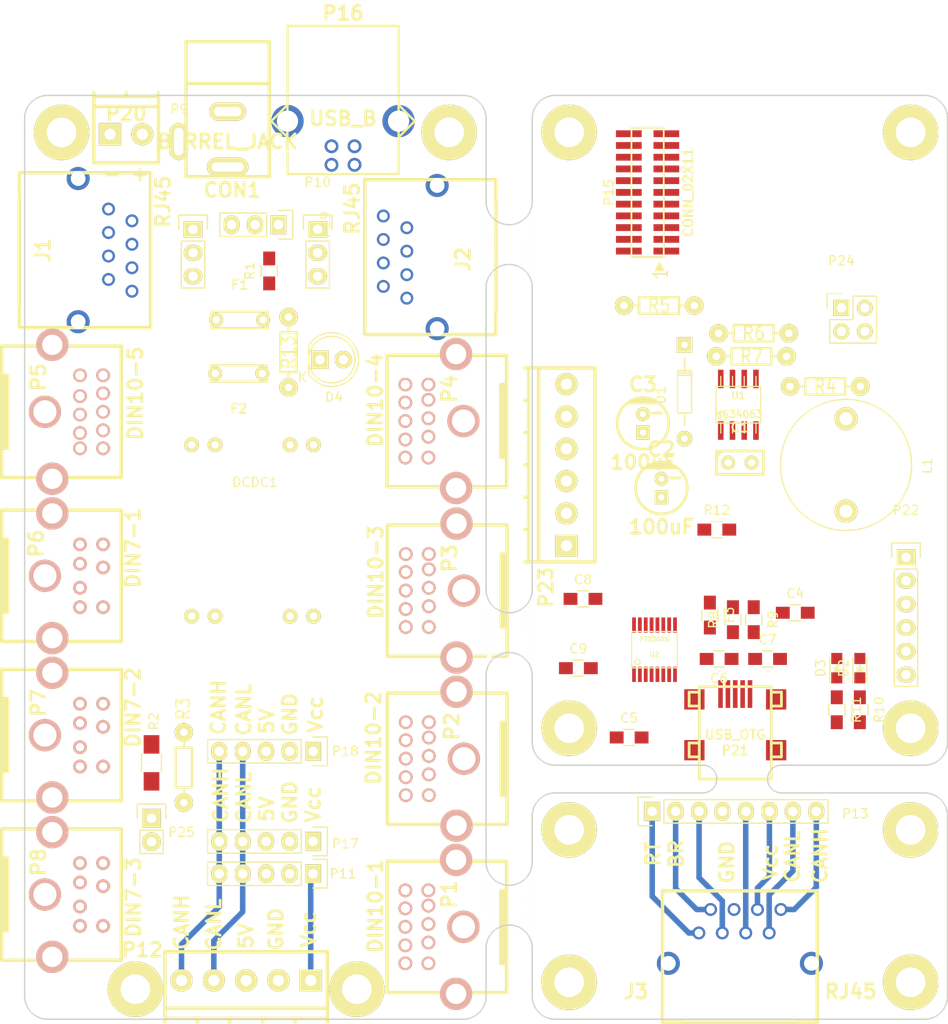
<source format=kicad_pcb>
(kicad_pcb (version 4) (host pcbnew 4.0.2+e4-6225~38~ubuntu14.04.1-stable)

  (general
    (links 234)
    (no_connects 220)
    (area 66.924999 48.924999 167.075001 149.075001)
    (thickness 1.6)
    (drawings 76)
    (tracks 32)
    (zones 0)
    (modules 81)
    (nets 75)
  )

  (page A4)
  (layers
    (0 F.Cu signal)
    (31 B.Cu signal)
    (32 B.Adhes user)
    (33 F.Adhes user)
    (34 B.Paste user)
    (35 F.Paste user)
    (36 B.SilkS user)
    (37 F.SilkS user)
    (38 B.Mask user)
    (39 F.Mask user)
    (40 Dwgs.User user hide)
    (41 Cmts.User user)
    (42 Eco1.User user)
    (43 Eco2.User user)
    (44 Edge.Cuts user)
    (45 Margin user)
    (46 B.CrtYd user)
    (47 F.CrtYd user)
    (48 B.Fab user)
    (49 F.Fab user)
  )

  (setup
    (last_trace_width 0.25)
    (trace_clearance 0.2)
    (zone_clearance 0.508)
    (zone_45_only no)
    (trace_min 0.2)
    (segment_width 0.2)
    (edge_width 0.15)
    (via_size 0.6)
    (via_drill 0.4)
    (via_min_size 0.4)
    (via_min_drill 0.3)
    (uvia_size 0.3)
    (uvia_drill 0.1)
    (uvias_allowed no)
    (uvia_min_size 0.2)
    (uvia_min_drill 0.1)
    (pcb_text_width 0.3)
    (pcb_text_size 1.5 1.5)
    (mod_edge_width 0.15)
    (mod_text_size 1 1)
    (mod_text_width 0.15)
    (pad_size 6 6)
    (pad_drill 3.2)
    (pad_to_mask_clearance 0.2)
    (aux_axis_origin 0 0)
    (visible_elements FFFFFF7F)
    (pcbplotparams
      (layerselection 0x00030_80000001)
      (usegerberextensions false)
      (excludeedgelayer true)
      (linewidth 0.100000)
      (plotframeref false)
      (viasonmask false)
      (mode 1)
      (useauxorigin false)
      (hpglpennumber 1)
      (hpglpenspeed 20)
      (hpglpendiameter 15)
      (hpglpenoverlay 2)
      (psnegative false)
      (psa4output false)
      (plotreference true)
      (plotvalue true)
      (plotinvisibletext false)
      (padsonsilk false)
      (subtractmaskfromsilk false)
      (outputformat 1)
      (mirror false)
      (drillshape 1)
      (scaleselection 1)
      (outputdirectory ""))
  )

  (net 0 "")
  (net 1 /GS0)
  (net 2 /CANH)
  (net 3 /CANL)
  (net 4 /GSB)
  (net 5 GNDA)
  (net 6 /J1_V)
  (net 7 "Net-(J1-Pad9)")
  (net 8 /J2_V)
  (net 9 "Net-(J2-Pad9)")
  (net 10 /5V)
  (net 11 "Net-(CON1-Pad2)")
  (net 12 "Net-(F1-Pad2)")
  (net 13 "Net-(F2-Pad1)")
  (net 14 /Vdd)
  (net 15 "Net-(J3-Pad3)")
  (net 16 "Net-(J3-Pad1)")
  (net 17 "Net-(J3-Pad2)")
  (net 18 "Net-(J3-Pad4)")
  (net 19 "Net-(J3-Pad5)")
  (net 20 "Net-(J3-Pad6)")
  (net 21 "Net-(J3-Pad7)")
  (net 22 "Net-(J3-Pad8)")
  (net 23 "Net-(J3-Pad9)")
  (net 24 VCC)
  (net 25 "Net-(P16-Pad3)")
  (net 26 "Net-(P16-Pad2)")
  (net 27 "Net-(P19-Pad3)")
  (net 28 "Net-(P16-Pad5)")
  (net 29 "Net-(C1-Pad1)")
  (net 30 GNDD)
  (net 31 /GND)
  (net 32 "Net-(P15-Pad1)")
  (net 33 "Net-(P15-Pad3)")
  (net 34 "Net-(P15-Pad5)")
  (net 35 "Net-(P15-Pad7)")
  (net 36 "Net-(P15-Pad8)")
  (net 37 "Net-(P15-Pad9)")
  (net 38 "Net-(P15-Pad10)")
  (net 39 "Net-(P15-Pad11)")
  (net 40 "Net-(P15-Pad12)")
  (net 41 "Net-(P15-Pad13)")
  (net 42 "Net-(P15-Pad15)")
  (net 43 "Net-(P15-Pad16)")
  (net 44 "Net-(P15-Pad17)")
  (net 45 "Net-(P15-Pad18)")
  (net 46 "Net-(P15-Pad19)")
  (net 47 "Net-(P15-Pad20)")
  (net 48 "Net-(P15-Pad21)")
  (net 49 "Net-(P15-Pad22)")
  (net 50 /Vout)
  (net 51 "Net-(D1-Pad2)")
  (net 52 "Net-(L1-Pad1)")
  (net 53 "Net-(C4-Pad1)")
  (net 54 "Net-(C5-Pad1)")
  (net 55 "Net-(C6-Pad1)")
  (net 56 "Net-(C7-Pad1)")
  (net 57 "Net-(C9-Pad1)")
  (net 58 "Net-(D2-Pad1)")
  (net 59 "Net-(D3-Pad1)")
  (net 60 "Net-(P21-Pad4)")
  (net 61 /CTS)
  (net 62 /RTS)
  (net 63 /RxD)
  (net 64 /TxD)
  (net 65 "Net-(R8-Pad2)")
  (net 66 "Net-(R9-Pad1)")
  (net 67 "Net-(R10-Pad2)")
  (net 68 "Net-(U2-Pad15)")
  (net 69 "Net-(P25-Pad1)")
  (net 70 "Net-(R5-Pad2)")
  (net 71 "Net-(R6-Pad1)")
  (net 72 "Net-(R11-Pad2)")
  (net 73 "Net-(R12-Pad1)")
  (net 74 "Net-(D4-Pad2)")

  (net_class Default "This is the default net class."
    (clearance 0.2)
    (trace_width 0.25)
    (via_dia 0.6)
    (via_drill 0.4)
    (uvia_dia 0.3)
    (uvia_drill 0.1)
  )

  (net_class Defaul_II ""
    (clearance 0.2)
    (trace_width 0.6)
    (via_dia 1)
    (via_drill 0.8)
    (uvia_dia 0.6)
    (uvia_drill 0.2)
    (add_net /5V)
    (add_net /CANH)
    (add_net /CANL)
    (add_net /CTS)
    (add_net /GND)
    (add_net /GS0)
    (add_net /GSB)
    (add_net /J1_V)
    (add_net /J2_V)
    (add_net /RTS)
    (add_net /RxD)
    (add_net /TxD)
    (add_net /Vdd)
    (add_net /Vout)
    (add_net GNDA)
    (add_net GNDD)
    (add_net "Net-(C1-Pad1)")
    (add_net "Net-(C4-Pad1)")
    (add_net "Net-(C5-Pad1)")
    (add_net "Net-(C6-Pad1)")
    (add_net "Net-(C7-Pad1)")
    (add_net "Net-(C9-Pad1)")
    (add_net "Net-(CON1-Pad2)")
    (add_net "Net-(D1-Pad2)")
    (add_net "Net-(D2-Pad1)")
    (add_net "Net-(D3-Pad1)")
    (add_net "Net-(D4-Pad2)")
    (add_net "Net-(F1-Pad2)")
    (add_net "Net-(F2-Pad1)")
    (add_net "Net-(J1-Pad9)")
    (add_net "Net-(J2-Pad9)")
    (add_net "Net-(J3-Pad1)")
    (add_net "Net-(J3-Pad2)")
    (add_net "Net-(J3-Pad3)")
    (add_net "Net-(J3-Pad4)")
    (add_net "Net-(J3-Pad5)")
    (add_net "Net-(J3-Pad6)")
    (add_net "Net-(J3-Pad7)")
    (add_net "Net-(J3-Pad8)")
    (add_net "Net-(J3-Pad9)")
    (add_net "Net-(L1-Pad1)")
    (add_net "Net-(P15-Pad1)")
    (add_net "Net-(P15-Pad10)")
    (add_net "Net-(P15-Pad11)")
    (add_net "Net-(P15-Pad12)")
    (add_net "Net-(P15-Pad13)")
    (add_net "Net-(P15-Pad15)")
    (add_net "Net-(P15-Pad16)")
    (add_net "Net-(P15-Pad17)")
    (add_net "Net-(P15-Pad18)")
    (add_net "Net-(P15-Pad19)")
    (add_net "Net-(P15-Pad20)")
    (add_net "Net-(P15-Pad21)")
    (add_net "Net-(P15-Pad22)")
    (add_net "Net-(P15-Pad3)")
    (add_net "Net-(P15-Pad5)")
    (add_net "Net-(P15-Pad7)")
    (add_net "Net-(P15-Pad8)")
    (add_net "Net-(P15-Pad9)")
    (add_net "Net-(P16-Pad2)")
    (add_net "Net-(P16-Pad3)")
    (add_net "Net-(P16-Pad5)")
    (add_net "Net-(P19-Pad3)")
    (add_net "Net-(P21-Pad4)")
    (add_net "Net-(P25-Pad1)")
    (add_net "Net-(R10-Pad2)")
    (add_net "Net-(R11-Pad2)")
    (add_net "Net-(R12-Pad1)")
    (add_net "Net-(R5-Pad2)")
    (add_net "Net-(R6-Pad1)")
    (add_net "Net-(R8-Pad2)")
    (add_net "Net-(R9-Pad1)")
    (add_net "Net-(U2-Pad15)")
    (add_net VCC)
  )

  (module Connect:1pin (layer F.Cu) (tedit 5759B4B7) (tstamp 575AC756)
    (at 163 128.5)
    (descr "module 1 pin (ou trou mecanique de percage)")
    (tags DEV)
    (fp_text reference REF4 (at 0 -3.048) (layer F.SilkS) hide
      (effects (font (size 1 1) (thickness 0.15)))
    )
    (fp_text value 1pin (at 0 2.794) (layer F.Fab) hide
      (effects (font (size 1 1) (thickness 0.15)))
    )
    (fp_circle (center 0 0) (end 0 -2.286) (layer F.SilkS) (width 0.15))
    (pad 1 thru_hole circle (at 0 0) (size 6 6) (drill 3.2) (layers *.Cu *.Mask F.SilkS))
  )

  (module Connect:1pin (layer F.Cu) (tedit 5759B4B7) (tstamp 575AC6D7)
    (at 163 117.5)
    (descr "module 1 pin (ou trou mecanique de percage)")
    (tags DEV)
    (fp_text reference REF4 (at 0 -3.048) (layer F.SilkS) hide
      (effects (font (size 1 1) (thickness 0.15)))
    )
    (fp_text value 1pin (at 0 2.794) (layer F.Fab) hide
      (effects (font (size 1 1) (thickness 0.15)))
    )
    (fp_circle (center 0 0) (end 0 -2.286) (layer F.SilkS) (width 0.15))
    (pad 1 thru_hole circle (at 0 0) (size 6 6) (drill 3.2) (layers *.Cu *.Mask F.SilkS))
  )

  (module Connect:1pin (layer F.Cu) (tedit 5759B4B7) (tstamp 575AC6D2)
    (at 126 53)
    (descr "module 1 pin (ou trou mecanique de percage)")
    (tags DEV)
    (fp_text reference REF4 (at 0 -3.048) (layer F.SilkS) hide
      (effects (font (size 1 1) (thickness 0.15)))
    )
    (fp_text value 1pin (at 0 2.794) (layer F.Fab) hide
      (effects (font (size 1 1) (thickness 0.15)))
    )
    (fp_circle (center 0 0) (end 0 -2.286) (layer F.SilkS) (width 0.15))
    (pad 1 thru_hole circle (at 0 0) (size 6 6) (drill 3.2) (layers *.Cu *.Mask F.SilkS))
  )

  (module Connect:1pin (layer F.Cu) (tedit 5759B4B7) (tstamp 575AC6CD)
    (at 163 53)
    (descr "module 1 pin (ou trou mecanique de percage)")
    (tags DEV)
    (fp_text reference REF4 (at 0 -3.048) (layer F.SilkS) hide
      (effects (font (size 1 1) (thickness 0.15)))
    )
    (fp_text value 1pin (at 0 2.794) (layer F.Fab) hide
      (effects (font (size 1 1) (thickness 0.15)))
    )
    (fp_circle (center 0 0) (end 0 -2.286) (layer F.SilkS) (width 0.15))
    (pad 1 thru_hole circle (at 0 0) (size 6 6) (drill 3.2) (layers *.Cu *.Mask F.SilkS))
  )

  (module Connect:1pin (layer F.Cu) (tedit 5759B4B7) (tstamp 575AC6BF)
    (at 126 117.5)
    (descr "module 1 pin (ou trou mecanique de percage)")
    (tags DEV)
    (fp_text reference REF4 (at 0 -3.048) (layer F.SilkS) hide
      (effects (font (size 1 1) (thickness 0.15)))
    )
    (fp_text value 1pin (at 0 2.794) (layer F.Fab) hide
      (effects (font (size 1 1) (thickness 0.15)))
    )
    (fp_circle (center 0 0) (end 0 -2.286) (layer F.SilkS) (width 0.15))
    (pad 1 thru_hole circle (at 0 0) (size 6 6) (drill 3.2) (layers *.Cu *.Mask F.SilkS))
  )

  (module Connect:1pin (layer F.Cu) (tedit 5759B4AD) (tstamp 575AC68F)
    (at 163 145)
    (descr "module 1 pin (ou trou mecanique de percage)")
    (tags DEV)
    (fp_text reference REF3 (at 0 -3.048) (layer F.SilkS) hide
      (effects (font (size 1 1) (thickness 0.15)))
    )
    (fp_text value 1pin (at 0 2.794) (layer F.Fab) hide
      (effects (font (size 1 1) (thickness 0.15)))
    )
    (fp_circle (center 0 0) (end 0 -2.286) (layer F.SilkS) (width 0.15))
    (pad 1 thru_hole circle (at 0 0) (size 6 6) (drill 3.2) (layers *.Cu *.Mask F.SilkS))
  )

  (module Connect:1pin (layer F.Cu) (tedit 5759B4AD) (tstamp 575AC683)
    (at 126 128.5)
    (descr "module 1 pin (ou trou mecanique de percage)")
    (tags DEV)
    (fp_text reference REF3 (at 0 -3.048) (layer F.SilkS) hide
      (effects (font (size 1 1) (thickness 0.15)))
    )
    (fp_text value 1pin (at 0 2.794) (layer F.Fab) hide
      (effects (font (size 1 1) (thickness 0.15)))
    )
    (fp_circle (center 0 0) (end 0 -2.286) (layer F.SilkS) (width 0.15))
    (pad 1 thru_hole circle (at 0 0) (size 6 6) (drill 3.2) (layers *.Cu *.Mask F.SilkS))
  )

  (module Connect:1pin (layer F.Cu) (tedit 5759B4B7) (tstamp 575AC643)
    (at 126 145)
    (descr "module 1 pin (ou trou mecanique de percage)")
    (tags DEV)
    (fp_text reference REF4 (at 0 -3.048) (layer F.SilkS) hide
      (effects (font (size 1 1) (thickness 0.15)))
    )
    (fp_text value 1pin (at 0 2.794) (layer F.Fab) hide
      (effects (font (size 1 1) (thickness 0.15)))
    )
    (fp_circle (center 0 0) (end 0 -2.286) (layer F.SilkS) (width 0.15))
    (pad 1 thru_hole circle (at 0 0) (size 6 6) (drill 3.2) (layers *.Cu *.Mask F.SilkS))
  )

  (module Connect:1pin (layer F.Cu) (tedit 5759B4B7) (tstamp 5759B3C0)
    (at 103 145.75)
    (descr "module 1 pin (ou trou mecanique de percage)")
    (tags DEV)
    (fp_text reference REF4 (at 0 -3.048) (layer F.SilkS) hide
      (effects (font (size 1 1) (thickness 0.15)))
    )
    (fp_text value 1pin (at 0 2.794) (layer F.Fab) hide
      (effects (font (size 1 1) (thickness 0.15)))
    )
    (fp_circle (center 0 0) (end 0 -2.286) (layer F.SilkS) (width 0.15))
    (pad 1 thru_hole circle (at 0 0) (size 6 6) (drill 3.2) (layers *.Cu *.Mask F.SilkS))
  )

  (module Connect:1pin (layer F.Cu) (tedit 5759B460) (tstamp 5759B374)
    (at 113 53)
    (descr "module 1 pin (ou trou mecanique de percage)")
    (tags DEV)
    (fp_text reference REF2 (at 0 -3.048) (layer F.SilkS) hide
      (effects (font (size 1 1) (thickness 0.15)))
    )
    (fp_text value 1pin (at 0 2.794) (layer F.Fab) hide
      (effects (font (size 1 1) (thickness 0.15)))
    )
    (fp_circle (center 0 0) (end 0 -2.286) (layer F.SilkS) (width 0.15))
    (pad 1 thru_hole circle (at 0 0) (size 6 6) (drill 3.2) (layers *.Cu *.Mask F.SilkS))
  )

  (module Connect:1pin (layer F.Cu) (tedit 5759B4AD) (tstamp 5759B346)
    (at 79 145.75)
    (descr "module 1 pin (ou trou mecanique de percage)")
    (tags DEV)
    (fp_text reference REF3 (at 0 -3.048) (layer F.SilkS) hide
      (effects (font (size 1 1) (thickness 0.15)))
    )
    (fp_text value 1pin (at 0 2.794) (layer F.Fab) hide
      (effects (font (size 1 1) (thickness 0.15)))
    )
    (fp_circle (center 0 0) (end 0 -2.286) (layer F.SilkS) (width 0.15))
    (pad 1 thru_hole circle (at 0 0) (size 6 6) (drill 3.2) (layers *.Cu *.Mask F.SilkS))
  )

  (module maerklin:minidin-10 (layer F.Cu) (tedit 576539FC) (tstamp 5759950E)
    (at 112.75 139 90)
    (descr "Mini-Din 10 M*rklin")
    (path /57597A29)
    (fp_text reference P1 (at 3.5 0.25 90) (layer F.SilkS)
      (effects (font (thickness 0.3048)))
    )
    (fp_text value DIN10-1 (at 2.25 -7.75 90) (layer F.SilkS)
      (effects (font (thickness 0.3048)))
    )
    (fp_line (start -3.937 5.842) (end -3.937 6.35) (layer F.SilkS) (width 0.381))
    (fp_line (start 3.937 5.842) (end 3.937 6.35) (layer F.SilkS) (width 0.381))
    (fp_line (start -3.937 5.842) (end 3.937 5.842) (layer F.SilkS) (width 0.381))
    (fp_line (start -3.937 6.096) (end 3.937 6.096) (layer F.SilkS) (width 0.381))
    (fp_line (start 3.937 6.35) (end -3.937 6.35) (layer F.SilkS) (width 0.381))
    (fp_line (start 7.112 6.477) (end 7.112 -6.477) (layer F.SilkS) (width 0.381))
    (fp_line (start 7.112 -6.477) (end -7.112 -6.477) (layer F.SilkS) (width 0.381))
    (fp_line (start -7.112 -6.477) (end -7.112 6.477) (layer F.SilkS) (width 0.381))
    (fp_line (start -7.112 6.477) (end 7.112 6.477) (layer F.SilkS) (width 0.381))
    (pad 1 thru_hole circle (at 2.3 -2 90) (size 1.5 1.5) (drill 1) (layers *.Cu *.SilkS *.Mask)
      (net 24 VCC))
    (pad 2 thru_hole circle (at 0.3 -2 90) (size 1.5 1.5) (drill 1) (layers *.Cu *.SilkS *.Mask)
      (net 31 /GND))
    (pad 3 thru_hole circle (at -1.7 -2 90) (size 1.5 1.5) (drill 1) (layers *.Cu *.SilkS *.Mask)
      (net 1 /GS0))
    (pad 4 thru_hole circle (at 3.95 -2 90) (size 1.5 1.5) (drill 1) (layers *.Cu *.SilkS *.Mask)
      (net 2 /CANH))
    (pad 5 thru_hole circle (at 2 -4.5 90) (size 1.5 1.5) (drill 1) (layers *.Cu *.SilkS *.Mask)
      (net 24 VCC))
    (pad 6 thru_hole circle (at 0 -4.5 90) (size 1.5 1.5) (drill 1) (layers *.Cu *.SilkS *.Mask)
      (net 31 /GND))
    (pad 7 thru_hole circle (at -3.95 -2 90) (size 1.5 1.5) (drill 1) (layers *.Cu *.SilkS *.Mask)
      (net 1 /GS0))
    (pad 8 thru_hole circle (at 3.95 -4.5 90) (size 1.5 1.5) (drill 1) (layers *.Cu *.SilkS *.Mask)
      (net 3 /CANL))
    (pad 9 thru_hole circle (at -2 -4.5 90) (size 1.5 1.5) (drill 1) (layers *.Cu *.SilkS *.Mask)
      (net 4 /GSB))
    (pad 10 thru_hole circle (at -3.95 -4.5 90) (size 1.5 1.5) (drill 1) (layers *.Cu *.SilkS *.Mask)
      (net 4 /GSB))
    (pad 11 thru_hole circle (at -7.25 1 90) (size 3.5 3.5) (drill 2.2) (layers *.Cu *.SilkS *.Mask)
      (net 5 GNDA))
    (pad 12 thru_hole circle (at 0 1.8 90) (size 3.5 3.5) (drill 2.5) (layers *.Cu *.SilkS *.Mask)
      (net 5 GNDA))
    (pad 13 thru_hole circle (at 7.25 1 90) (size 3.5 3.5) (drill 2.2) (layers *.Cu *.SilkS *.Mask)
      (net 5 GNDA))
    (model walter/conn_av/minidin-8.wrl
      (at (xyz 0 0 0))
      (scale (xyz 1 1 1))
      (rotate (xyz 0 0 0))
    )
  )

  (module maerklin:minidin-10 (layer F.Cu) (tedit 57653A01) (tstamp 57599528)
    (at 112.8 120.8 90)
    (descr "Mini-Din 10 M*rklin")
    (path /57597911)
    (fp_text reference P2 (at 3.5 0.5 90) (layer F.SilkS)
      (effects (font (thickness 0.3048)))
    )
    (fp_text value DIN10-2 (at 2.25 -8 90) (layer F.SilkS)
      (effects (font (thickness 0.3048)))
    )
    (fp_line (start -3.937 5.842) (end -3.937 6.35) (layer F.SilkS) (width 0.381))
    (fp_line (start 3.937 5.842) (end 3.937 6.35) (layer F.SilkS) (width 0.381))
    (fp_line (start -3.937 5.842) (end 3.937 5.842) (layer F.SilkS) (width 0.381))
    (fp_line (start -3.937 6.096) (end 3.937 6.096) (layer F.SilkS) (width 0.381))
    (fp_line (start 3.937 6.35) (end -3.937 6.35) (layer F.SilkS) (width 0.381))
    (fp_line (start 7.112 6.477) (end 7.112 -6.477) (layer F.SilkS) (width 0.381))
    (fp_line (start 7.112 -6.477) (end -7.112 -6.477) (layer F.SilkS) (width 0.381))
    (fp_line (start -7.112 -6.477) (end -7.112 6.477) (layer F.SilkS) (width 0.381))
    (fp_line (start -7.112 6.477) (end 7.112 6.477) (layer F.SilkS) (width 0.381))
    (pad 1 thru_hole circle (at 2.3 -2 90) (size 1.5 1.5) (drill 1) (layers *.Cu *.SilkS *.Mask)
      (net 24 VCC))
    (pad 2 thru_hole circle (at 0.3 -2 90) (size 1.5 1.5) (drill 1) (layers *.Cu *.SilkS *.Mask)
      (net 31 /GND))
    (pad 3 thru_hole circle (at -1.7 -2 90) (size 1.5 1.5) (drill 1) (layers *.Cu *.SilkS *.Mask)
      (net 1 /GS0))
    (pad 4 thru_hole circle (at 3.95 -2 90) (size 1.5 1.5) (drill 1) (layers *.Cu *.SilkS *.Mask)
      (net 2 /CANH))
    (pad 5 thru_hole circle (at 2 -4.5 90) (size 1.5 1.5) (drill 1) (layers *.Cu *.SilkS *.Mask)
      (net 24 VCC))
    (pad 6 thru_hole circle (at 0 -4.5 90) (size 1.5 1.5) (drill 1) (layers *.Cu *.SilkS *.Mask)
      (net 31 /GND))
    (pad 7 thru_hole circle (at -3.95 -2 90) (size 1.5 1.5) (drill 1) (layers *.Cu *.SilkS *.Mask)
      (net 1 /GS0))
    (pad 8 thru_hole circle (at 3.95 -4.5 90) (size 1.5 1.5) (drill 1) (layers *.Cu *.SilkS *.Mask)
      (net 3 /CANL))
    (pad 9 thru_hole circle (at -2 -4.5 90) (size 1.5 1.5) (drill 1) (layers *.Cu *.SilkS *.Mask)
      (net 4 /GSB))
    (pad 10 thru_hole circle (at -3.95 -4.5 90) (size 1.5 1.5) (drill 1) (layers *.Cu *.SilkS *.Mask)
      (net 4 /GSB))
    (pad 11 thru_hole circle (at -7.25 1 90) (size 3.5 3.5) (drill 2.2) (layers *.Cu *.SilkS *.Mask)
      (net 5 GNDA))
    (pad 12 thru_hole circle (at 0 1.8 90) (size 3.5 3.5) (drill 2.5) (layers *.Cu *.SilkS *.Mask)
      (net 5 GNDA))
    (pad 13 thru_hole circle (at 7.25 1 90) (size 3.5 3.5) (drill 2.2) (layers *.Cu *.SilkS *.Mask)
      (net 5 GNDA))
    (model walter/conn_av/minidin-8.wrl
      (at (xyz 0 0 0))
      (scale (xyz 1 1 1))
      (rotate (xyz 0 0 0))
    )
  )

  (module maerklin:minidin-10 (layer F.Cu) (tedit 576539FA) (tstamp 57599542)
    (at 112.8 102.6 90)
    (descr "Mini-Din 10 M*rklin")
    (path /57597B17)
    (fp_text reference P3 (at 3.5 0.25 90) (layer F.SilkS)
      (effects (font (thickness 0.3048)))
    )
    (fp_text value DIN10-3 (at 2 -7.75 90) (layer F.SilkS)
      (effects (font (thickness 0.3048)))
    )
    (fp_line (start -3.937 5.842) (end -3.937 6.35) (layer F.SilkS) (width 0.381))
    (fp_line (start 3.937 5.842) (end 3.937 6.35) (layer F.SilkS) (width 0.381))
    (fp_line (start -3.937 5.842) (end 3.937 5.842) (layer F.SilkS) (width 0.381))
    (fp_line (start -3.937 6.096) (end 3.937 6.096) (layer F.SilkS) (width 0.381))
    (fp_line (start 3.937 6.35) (end -3.937 6.35) (layer F.SilkS) (width 0.381))
    (fp_line (start 7.112 6.477) (end 7.112 -6.477) (layer F.SilkS) (width 0.381))
    (fp_line (start 7.112 -6.477) (end -7.112 -6.477) (layer F.SilkS) (width 0.381))
    (fp_line (start -7.112 -6.477) (end -7.112 6.477) (layer F.SilkS) (width 0.381))
    (fp_line (start -7.112 6.477) (end 7.112 6.477) (layer F.SilkS) (width 0.381))
    (pad 1 thru_hole circle (at 2.3 -2 90) (size 1.5 1.5) (drill 1) (layers *.Cu *.SilkS *.Mask)
      (net 24 VCC))
    (pad 2 thru_hole circle (at 0.3 -2 90) (size 1.5 1.5) (drill 1) (layers *.Cu *.SilkS *.Mask)
      (net 31 /GND))
    (pad 3 thru_hole circle (at -1.7 -2 90) (size 1.5 1.5) (drill 1) (layers *.Cu *.SilkS *.Mask)
      (net 1 /GS0))
    (pad 4 thru_hole circle (at 3.95 -2 90) (size 1.5 1.5) (drill 1) (layers *.Cu *.SilkS *.Mask)
      (net 2 /CANH))
    (pad 5 thru_hole circle (at 2 -4.5 90) (size 1.5 1.5) (drill 1) (layers *.Cu *.SilkS *.Mask)
      (net 24 VCC))
    (pad 6 thru_hole circle (at 0 -4.5 90) (size 1.5 1.5) (drill 1) (layers *.Cu *.SilkS *.Mask)
      (net 31 /GND))
    (pad 7 thru_hole circle (at -3.95 -2 90) (size 1.5 1.5) (drill 1) (layers *.Cu *.SilkS *.Mask)
      (net 1 /GS0))
    (pad 8 thru_hole circle (at 3.95 -4.5 90) (size 1.5 1.5) (drill 1) (layers *.Cu *.SilkS *.Mask)
      (net 3 /CANL))
    (pad 9 thru_hole circle (at -2 -4.5 90) (size 1.5 1.5) (drill 1) (layers *.Cu *.SilkS *.Mask)
      (net 4 /GSB))
    (pad 10 thru_hole circle (at -3.95 -4.5 90) (size 1.5 1.5) (drill 1) (layers *.Cu *.SilkS *.Mask)
      (net 4 /GSB))
    (pad 11 thru_hole circle (at -7.25 1 90) (size 3.5 3.5) (drill 2.2) (layers *.Cu *.SilkS *.Mask)
      (net 5 GNDA))
    (pad 12 thru_hole circle (at 0 1.8 90) (size 3.5 3.5) (drill 2.5) (layers *.Cu *.SilkS *.Mask)
      (net 5 GNDA))
    (pad 13 thru_hole circle (at 7.25 1 90) (size 3.5 3.5) (drill 2.2) (layers *.Cu *.SilkS *.Mask)
      (net 5 GNDA))
    (model walter/conn_av/minidin-8.wrl
      (at (xyz 0 0 0))
      (scale (xyz 1 1 1))
      (rotate (xyz 0 0 0))
    )
  )

  (module maerklin:minidin-10 (layer F.Cu) (tedit 57653A03) (tstamp 5759955C)
    (at 112.75 84.25 90)
    (descr "Mini-Din 10 M*rklin")
    (path /57597A5F)
    (fp_text reference P4 (at 3.5 0.25 90) (layer F.SilkS)
      (effects (font (thickness 0.3048)))
    )
    (fp_text value DIN10-4 (at 2.25 -7.75 90) (layer F.SilkS)
      (effects (font (thickness 0.3048)))
    )
    (fp_line (start -3.937 5.842) (end -3.937 6.35) (layer F.SilkS) (width 0.381))
    (fp_line (start 3.937 5.842) (end 3.937 6.35) (layer F.SilkS) (width 0.381))
    (fp_line (start -3.937 5.842) (end 3.937 5.842) (layer F.SilkS) (width 0.381))
    (fp_line (start -3.937 6.096) (end 3.937 6.096) (layer F.SilkS) (width 0.381))
    (fp_line (start 3.937 6.35) (end -3.937 6.35) (layer F.SilkS) (width 0.381))
    (fp_line (start 7.112 6.477) (end 7.112 -6.477) (layer F.SilkS) (width 0.381))
    (fp_line (start 7.112 -6.477) (end -7.112 -6.477) (layer F.SilkS) (width 0.381))
    (fp_line (start -7.112 -6.477) (end -7.112 6.477) (layer F.SilkS) (width 0.381))
    (fp_line (start -7.112 6.477) (end 7.112 6.477) (layer F.SilkS) (width 0.381))
    (pad 1 thru_hole circle (at 2.3 -2 90) (size 1.5 1.5) (drill 1) (layers *.Cu *.SilkS *.Mask)
      (net 24 VCC))
    (pad 2 thru_hole circle (at 0.3 -2 90) (size 1.5 1.5) (drill 1) (layers *.Cu *.SilkS *.Mask)
      (net 31 /GND))
    (pad 3 thru_hole circle (at -1.7 -2 90) (size 1.5 1.5) (drill 1) (layers *.Cu *.SilkS *.Mask)
      (net 1 /GS0))
    (pad 4 thru_hole circle (at 3.95 -2 90) (size 1.5 1.5) (drill 1) (layers *.Cu *.SilkS *.Mask)
      (net 2 /CANH))
    (pad 5 thru_hole circle (at 2 -4.5 90) (size 1.5 1.5) (drill 1) (layers *.Cu *.SilkS *.Mask)
      (net 24 VCC))
    (pad 6 thru_hole circle (at 0 -4.5 90) (size 1.5 1.5) (drill 1) (layers *.Cu *.SilkS *.Mask)
      (net 31 /GND))
    (pad 7 thru_hole circle (at -3.95 -2 90) (size 1.5 1.5) (drill 1) (layers *.Cu *.SilkS *.Mask)
      (net 1 /GS0))
    (pad 8 thru_hole circle (at 3.95 -4.5 90) (size 1.5 1.5) (drill 1) (layers *.Cu *.SilkS *.Mask)
      (net 3 /CANL))
    (pad 9 thru_hole circle (at -2 -4.5 90) (size 1.5 1.5) (drill 1) (layers *.Cu *.SilkS *.Mask)
      (net 4 /GSB))
    (pad 10 thru_hole circle (at -3.95 -4.5 90) (size 1.5 1.5) (drill 1) (layers *.Cu *.SilkS *.Mask)
      (net 4 /GSB))
    (pad 11 thru_hole circle (at -7.25 1 90) (size 3.5 3.5) (drill 2.2) (layers *.Cu *.SilkS *.Mask)
      (net 5 GNDA))
    (pad 12 thru_hole circle (at 0 1.8 90) (size 3.5 3.5) (drill 2.5) (layers *.Cu *.SilkS *.Mask)
      (net 5 GNDA))
    (pad 13 thru_hole circle (at 7.25 1 90) (size 3.5 3.5) (drill 2.2) (layers *.Cu *.SilkS *.Mask)
      (net 5 GNDA))
    (model walter/conn_av/minidin-8.wrl
      (at (xyz 0 0 0))
      (scale (xyz 1 1 1))
      (rotate (xyz 0 0 0))
    )
  )

  (module maerklin:minidin-10 (layer F.Cu) (tedit 57653A08) (tstamp 57599576)
    (at 71 83.25 270)
    (descr "Mini-Din 10 M*rklin")
    (path /57597A96)
    (fp_text reference P5 (at -3.75 2.5 270) (layer F.SilkS)
      (effects (font (thickness 0.3048)))
    )
    (fp_text value DIN10-5 (at -2 -8 270) (layer F.SilkS)
      (effects (font (thickness 0.3048)))
    )
    (fp_line (start -3.937 5.842) (end -3.937 6.35) (layer F.SilkS) (width 0.381))
    (fp_line (start 3.937 5.842) (end 3.937 6.35) (layer F.SilkS) (width 0.381))
    (fp_line (start -3.937 5.842) (end 3.937 5.842) (layer F.SilkS) (width 0.381))
    (fp_line (start -3.937 6.096) (end 3.937 6.096) (layer F.SilkS) (width 0.381))
    (fp_line (start 3.937 6.35) (end -3.937 6.35) (layer F.SilkS) (width 0.381))
    (fp_line (start 7.112 6.477) (end 7.112 -6.477) (layer F.SilkS) (width 0.381))
    (fp_line (start 7.112 -6.477) (end -7.112 -6.477) (layer F.SilkS) (width 0.381))
    (fp_line (start -7.112 -6.477) (end -7.112 6.477) (layer F.SilkS) (width 0.381))
    (fp_line (start -7.112 6.477) (end 7.112 6.477) (layer F.SilkS) (width 0.381))
    (pad 1 thru_hole circle (at 2.3 -2 270) (size 1.5 1.5) (drill 1) (layers *.Cu *.SilkS *.Mask)
      (net 24 VCC))
    (pad 2 thru_hole circle (at 0.3 -2 270) (size 1.5 1.5) (drill 1) (layers *.Cu *.SilkS *.Mask)
      (net 31 /GND))
    (pad 3 thru_hole circle (at -1.7 -2 270) (size 1.5 1.5) (drill 1) (layers *.Cu *.SilkS *.Mask)
      (net 1 /GS0))
    (pad 4 thru_hole circle (at 3.95 -2 270) (size 1.5 1.5) (drill 1) (layers *.Cu *.SilkS *.Mask)
      (net 2 /CANH))
    (pad 5 thru_hole circle (at 2 -4.5 270) (size 1.5 1.5) (drill 1) (layers *.Cu *.SilkS *.Mask)
      (net 24 VCC))
    (pad 6 thru_hole circle (at 0 -4.5 270) (size 1.5 1.5) (drill 1) (layers *.Cu *.SilkS *.Mask)
      (net 31 /GND))
    (pad 7 thru_hole circle (at -3.95 -2 270) (size 1.5 1.5) (drill 1) (layers *.Cu *.SilkS *.Mask)
      (net 1 /GS0))
    (pad 8 thru_hole circle (at 3.95 -4.5 270) (size 1.5 1.5) (drill 1) (layers *.Cu *.SilkS *.Mask)
      (net 3 /CANL))
    (pad 9 thru_hole circle (at -2 -4.5 270) (size 1.5 1.5) (drill 1) (layers *.Cu *.SilkS *.Mask)
      (net 4 /GSB))
    (pad 10 thru_hole circle (at -3.95 -4.5 270) (size 1.5 1.5) (drill 1) (layers *.Cu *.SilkS *.Mask)
      (net 4 /GSB))
    (pad 11 thru_hole circle (at -7.25 1 270) (size 3.5 3.5) (drill 2.2) (layers *.Cu *.SilkS *.Mask)
      (net 5 GNDA))
    (pad 12 thru_hole circle (at 0 1.8 270) (size 3.5 3.5) (drill 2.5) (layers *.Cu *.SilkS *.Mask)
      (net 5 GNDA))
    (pad 13 thru_hole circle (at 7.25 1 270) (size 3.5 3.5) (drill 2.2) (layers *.Cu *.SilkS *.Mask)
      (net 5 GNDA))
    (model walter/conn_av/minidin-8.wrl
      (at (xyz 0 0 0))
      (scale (xyz 1 1 1))
      (rotate (xyz 0 0 0))
    )
  )

  (module maerklin:minidin-7 (layer F.Cu) (tedit 57653A0D) (tstamp 575995A7)
    (at 71 118.25 270)
    (descr "Mini-Din 7 M*rklin")
    (path /5759B435)
    (fp_text reference P7 (at -3.5 2.5 270) (layer F.SilkS)
      (effects (font (thickness 0.3048)))
    )
    (fp_text value DIN7-2 (at -3 -7.75 270) (layer F.SilkS)
      (effects (font (thickness 0.3048)))
    )
    (fp_line (start -3.937 5.842) (end -3.937 6.35) (layer F.SilkS) (width 0.381))
    (fp_line (start 3.937 5.842) (end 3.937 6.35) (layer F.SilkS) (width 0.381))
    (fp_line (start -3.937 5.842) (end 3.937 5.842) (layer F.SilkS) (width 0.381))
    (fp_line (start -3.937 6.096) (end 3.937 6.096) (layer F.SilkS) (width 0.381))
    (fp_line (start 3.937 6.35) (end -3.937 6.35) (layer F.SilkS) (width 0.381))
    (fp_line (start 7.112 6.477) (end 7.112 -6.477) (layer F.SilkS) (width 0.381))
    (fp_line (start 7.112 -6.477) (end -7.112 -6.477) (layer F.SilkS) (width 0.381))
    (fp_line (start -7.112 -6.477) (end -7.112 6.477) (layer F.SilkS) (width 0.381))
    (fp_line (start -7.112 6.477) (end 7.112 6.477) (layer F.SilkS) (width 0.381))
    (pad 1 thru_hole circle (at 1.3 -2 270) (size 1.5 1.5) (drill 0.9) (layers *.Cu *.SilkS *.Mask)
      (net 24 VCC))
    (pad 2 thru_hole circle (at -1.3 -2 270) (size 1.5 1.5) (drill 0.9) (layers *.Cu *.SilkS *.Mask)
      (net 31 /GND))
    (pad 3 thru_hole circle (at 3.4 -2 270) (size 1.5 1.5) (drill 0.9) (layers *.Cu *.SilkS *.Mask)
      (net 4 /GSB))
    (pad 4 thru_hole circle (at -3.4 -2 270) (size 1.5 1.5) (drill 0.9) (layers *.Cu *.SilkS *.Mask)
      (net 2 /CANH))
    (pad 5 thru_hole circle (at 3.4 -4.5 270) (size 1.5 1.5) (drill 0.9) (layers *.Cu *.SilkS *.Mask)
      (net 1 /GS0))
    (pad 6 thru_hole circle (at -0.9 -4.5 270) (size 1.5 1.5) (drill 0.9) (layers *.Cu *.SilkS *.Mask)
      (net 31 /GND))
    (pad 7 thru_hole circle (at -3.4 -4.5 270) (size 1.5 1.5) (drill 0.9) (layers *.Cu *.SilkS *.Mask)
      (net 3 /CANL))
    (pad 8 thru_hole circle (at -6.75 1 270) (size 3.5 3.5) (drill 2.2) (layers *.Cu *.SilkS *.Mask)
      (net 5 GNDA))
    (pad 9 thru_hole circle (at 0 1.8 270) (size 3.5 3.5) (drill 2.5) (layers *.Cu *.SilkS *.Mask)
      (net 5 GNDA))
    (pad 10 thru_hole circle (at 6.75 1 270) (size 3.5 3.5) (drill 2.2) (layers *.Cu *.SilkS *.Mask)
      (net 5 GNDA))
    (model walter/conn_av/minidin-8.wrl
      (at (xyz 0 0 0))
      (scale (xyz 1 1 1))
      (rotate (xyz 0 0 0))
    )
  )

  (module maerklin:minidin-7 (layer F.Cu) (tedit 57657FDC) (tstamp 575995BE)
    (at 71 135.5 270)
    (descr "Mini-Din 7 M*rklin")
    (path /5761808C)
    (fp_text reference P8 (at -3.5 2.5 270) (layer F.SilkS)
      (effects (font (thickness 0.3048)))
    )
    (fp_text value DIN7-3 (at 0.3 -7.8 270) (layer F.SilkS)
      (effects (font (thickness 0.3048)))
    )
    (fp_line (start -3.937 5.842) (end -3.937 6.35) (layer F.SilkS) (width 0.381))
    (fp_line (start 3.937 5.842) (end 3.937 6.35) (layer F.SilkS) (width 0.381))
    (fp_line (start -3.937 5.842) (end 3.937 5.842) (layer F.SilkS) (width 0.381))
    (fp_line (start -3.937 6.096) (end 3.937 6.096) (layer F.SilkS) (width 0.381))
    (fp_line (start 3.937 6.35) (end -3.937 6.35) (layer F.SilkS) (width 0.381))
    (fp_line (start 7.112 6.477) (end 7.112 -6.477) (layer F.SilkS) (width 0.381))
    (fp_line (start 7.112 -6.477) (end -7.112 -6.477) (layer F.SilkS) (width 0.381))
    (fp_line (start -7.112 -6.477) (end -7.112 6.477) (layer F.SilkS) (width 0.381))
    (fp_line (start -7.112 6.477) (end 7.112 6.477) (layer F.SilkS) (width 0.381))
    (pad 1 thru_hole circle (at 1.3 -2 270) (size 1.5 1.5) (drill 0.9) (layers *.Cu *.SilkS *.Mask)
      (net 24 VCC))
    (pad 2 thru_hole circle (at -1.3 -2 270) (size 1.5 1.5) (drill 0.9) (layers *.Cu *.SilkS *.Mask)
      (net 31 /GND))
    (pad 3 thru_hole circle (at 3.4 -2 270) (size 1.5 1.5) (drill 0.9) (layers *.Cu *.SilkS *.Mask)
      (net 4 /GSB))
    (pad 4 thru_hole circle (at -3.4 -2 270) (size 1.5 1.5) (drill 0.9) (layers *.Cu *.SilkS *.Mask)
      (net 2 /CANH))
    (pad 5 thru_hole circle (at 3.4 -4.5 270) (size 1.5 1.5) (drill 0.9) (layers *.Cu *.SilkS *.Mask)
      (net 1 /GS0))
    (pad 6 thru_hole circle (at -0.9 -4.5 270) (size 1.5 1.5) (drill 0.9) (layers *.Cu *.SilkS *.Mask)
      (net 31 /GND))
    (pad 7 thru_hole circle (at -3.4 -4.5 270) (size 1.5 1.5) (drill 0.9) (layers *.Cu *.SilkS *.Mask)
      (net 3 /CANL))
    (pad 8 thru_hole circle (at -6.75 1 270) (size 3.5 3.5) (drill 2.2) (layers *.Cu *.SilkS *.Mask)
      (net 5 GNDA))
    (pad 9 thru_hole circle (at 0 1.8 270) (size 3.5 3.5) (drill 2.5) (layers *.Cu *.SilkS *.Mask)
      (net 5 GNDA))
    (pad 10 thru_hole circle (at 6.75 1 270) (size 3.5 3.5) (drill 2.2) (layers *.Cu *.SilkS *.Mask)
      (net 5 GNDA))
    (model walter/conn_av/minidin-8.wrl
      (at (xyz 0 0 0))
      (scale (xyz 1 1 1))
      (rotate (xyz 0 0 0))
    )
  )

  (module w_conn_pc:megb8-8 (layer F.Cu) (tedit 57653A67) (tstamp 575A6577)
    (at 69.75 65.75 270)
    (descr "RJ45 + led indicators, Wiznet P/N RB1-125BAG1A")
    (path /5759C702)
    (fp_text reference J1 (at 0 0.75 270) (layer F.SilkS)
      (effects (font (thickness 0.3048)))
    )
    (fp_text value RJ45 (at -5.25 -12.25 270) (layer F.SilkS)
      (effects (font (thickness 0.3048)))
    )
    (fp_line (start -8.382 -10.922) (end -8.382 3.302) (layer F.SilkS) (width 0.381))
    (fp_line (start -8.382 3.302) (end -6.096 3.302) (layer F.SilkS) (width 0.381))
    (fp_line (start 8.382 -10.922) (end 8.382 3.302) (layer F.SilkS) (width 0.381))
    (fp_line (start 8.382 3.302) (end 6.096 3.302) (layer F.SilkS) (width 0.381))
    (fp_line (start -8.255 -10.895) (end 8.255 -10.895) (layer F.SilkS) (width 0.381))
    (fp_line (start -6.096 3.329) (end 6.096 3.329) (layer F.SilkS) (width 0.381))
    (pad 3 thru_hole circle (at -1.905 -6.34 270) (size 1.4 1.4) (drill 0.9) (layers *.Cu *.Mask)
      (net 31 /GND))
    (pad 1 thru_hole circle (at -4.445 -6.34 270) (size 1.4 1.4) (drill 0.9) (layers *.Cu *.Mask)
      (net 4 /GSB))
    (pad 2 thru_hole circle (at -3.175 -8.88 270) (size 1.4 1.4) (drill 0.9) (layers *.Cu *.Mask)
      (net 1 /GS0))
    (pad 4 thru_hole circle (at -0.635 -8.88 270) (size 1.4 1.4) (drill 0.9) (layers *.Cu *.Mask)
      (net 31 /GND))
    (pad 5 thru_hole circle (at 0.635 -6.34 270) (size 1.4 1.4) (drill 0.9) (layers *.Cu *.Mask)
      (net 6 /J1_V))
    (pad 6 thru_hole circle (at 1.905 -8.88 270) (size 1.4 1.4) (drill 0.9) (layers *.Cu *.Mask)
      (net 6 /J1_V))
    (pad 7 thru_hole circle (at 3.175 -6.34 270) (size 1.4 1.4) (drill 0.9) (layers *.Cu *.Mask)
      (net 3 /CANL))
    (pad 8 thru_hole circle (at 4.445 -8.88 270) (size 1.4 1.4) (drill 0.9) (layers *.Cu *.Mask)
      (net 2 /CANH))
    (pad 9 thru_hole circle (at -7.75 -3.05 270) (size 2.5 2.5) (drill 1.6) (layers *.Cu *.Mask)
      (net 7 "Net-(J1-Pad9)"))
    (pad 9 thru_hole circle (at 7.75 -3.05 270) (size 2.5 2.5) (drill 1.6) (layers *.Cu *.Mask)
      (net 7 "Net-(J1-Pad9)"))
    (pad "" np_thru_hole circle (at -5.715 0 270) (size 3.25 3.25) (drill 3.25) (layers *.Cu))
    (pad "" np_thru_hole circle (at 5.715 0 270) (size 3.25 3.25) (drill 3.25) (layers *.Cu))
    (model walter/conn_pc/rj45-led-rb1-125bag1a.wrl
      (at (xyz 0 0 0))
      (scale (xyz 1 1 1))
      (rotate (xyz 0 0 0))
    )
  )

  (module w_conn_pc:megb8-8 (layer F.Cu) (tedit 57653A26) (tstamp 575A658D)
    (at 114.75 66.5 90)
    (descr "RJ45 + led indicators, Wiznet P/N RB1-125BAG1A")
    (path /5759C83C)
    (fp_text reference J2 (at -0.25 -0.25 90) (layer F.SilkS)
      (effects (font (thickness 0.3048)))
    )
    (fp_text value RJ45 (at 5.25 -12.25 90) (layer F.SilkS)
      (effects (font (thickness 0.3048)))
    )
    (fp_line (start -8.382 -10.922) (end -8.382 3.302) (layer F.SilkS) (width 0.381))
    (fp_line (start -8.382 3.302) (end -6.096 3.302) (layer F.SilkS) (width 0.381))
    (fp_line (start 8.382 -10.922) (end 8.382 3.302) (layer F.SilkS) (width 0.381))
    (fp_line (start 8.382 3.302) (end 6.096 3.302) (layer F.SilkS) (width 0.381))
    (fp_line (start -8.255 -10.895) (end 8.255 -10.895) (layer F.SilkS) (width 0.381))
    (fp_line (start -6.096 3.329) (end 6.096 3.329) (layer F.SilkS) (width 0.381))
    (pad 3 thru_hole circle (at -1.905 -6.34 90) (size 1.4 1.4) (drill 0.9) (layers *.Cu *.Mask)
      (net 31 /GND))
    (pad 1 thru_hole circle (at -4.445 -6.34 90) (size 1.4 1.4) (drill 0.9) (layers *.Cu *.Mask)
      (net 4 /GSB))
    (pad 2 thru_hole circle (at -3.175 -8.88 90) (size 1.4 1.4) (drill 0.9) (layers *.Cu *.Mask)
      (net 1 /GS0))
    (pad 4 thru_hole circle (at -0.635 -8.88 90) (size 1.4 1.4) (drill 0.9) (layers *.Cu *.Mask)
      (net 31 /GND))
    (pad 5 thru_hole circle (at 0.635 -6.34 90) (size 1.4 1.4) (drill 0.9) (layers *.Cu *.Mask)
      (net 8 /J2_V))
    (pad 6 thru_hole circle (at 1.905 -8.88 90) (size 1.4 1.4) (drill 0.9) (layers *.Cu *.Mask)
      (net 8 /J2_V))
    (pad 7 thru_hole circle (at 3.175 -6.34 90) (size 1.4 1.4) (drill 0.9) (layers *.Cu *.Mask)
      (net 3 /CANL))
    (pad 8 thru_hole circle (at 4.445 -8.88 90) (size 1.4 1.4) (drill 0.9) (layers *.Cu *.Mask)
      (net 2 /CANH))
    (pad 9 thru_hole circle (at -7.75 -3.05 90) (size 2.5 2.5) (drill 1.6) (layers *.Cu *.Mask)
      (net 9 "Net-(J2-Pad9)"))
    (pad 9 thru_hole circle (at 7.75 -3.05 90) (size 2.5 2.5) (drill 1.6) (layers *.Cu *.Mask)
      (net 9 "Net-(J2-Pad9)"))
    (pad "" np_thru_hole circle (at -5.715 0 90) (size 3.25 3.25) (drill 3.25) (layers *.Cu))
    (pad "" np_thru_hole circle (at 5.715 0 90) (size 3.25 3.25) (drill 3.25) (layers *.Cu))
    (model walter/conn_pc/rj45-led-rb1-125bag1a.wrl
      (at (xyz 0 0 0))
      (scale (xyz 1 1 1))
      (rotate (xyz 0 0 0))
    )
  )

  (module Pin_Headers:Pin_Header_Straight_1x03 (layer F.Cu) (tedit 57653A3C) (tstamp 575AFFF0)
    (at 85.25 63.5)
    (descr "Through hole pin header")
    (tags "pin header")
    (path /5759E792)
    (fp_text reference P9 (at -1.5 -13) (layer F.SilkS)
      (effects (font (size 1 1) (thickness 0.15)))
    )
    (fp_text value CONN_01X03 (at 0 -3.1) (layer F.Fab) hide
      (effects (font (size 1 1) (thickness 0.15)))
    )
    (fp_line (start -1.75 -1.75) (end -1.75 6.85) (layer F.CrtYd) (width 0.05))
    (fp_line (start 1.75 -1.75) (end 1.75 6.85) (layer F.CrtYd) (width 0.05))
    (fp_line (start -1.75 -1.75) (end 1.75 -1.75) (layer F.CrtYd) (width 0.05))
    (fp_line (start -1.75 6.85) (end 1.75 6.85) (layer F.CrtYd) (width 0.05))
    (fp_line (start -1.27 1.27) (end -1.27 6.35) (layer F.SilkS) (width 0.15))
    (fp_line (start -1.27 6.35) (end 1.27 6.35) (layer F.SilkS) (width 0.15))
    (fp_line (start 1.27 6.35) (end 1.27 1.27) (layer F.SilkS) (width 0.15))
    (fp_line (start 1.55 -1.55) (end 1.55 0) (layer F.SilkS) (width 0.15))
    (fp_line (start 1.27 1.27) (end -1.27 1.27) (layer F.SilkS) (width 0.15))
    (fp_line (start -1.55 0) (end -1.55 -1.55) (layer F.SilkS) (width 0.15))
    (fp_line (start -1.55 -1.55) (end 1.55 -1.55) (layer F.SilkS) (width 0.15))
    (pad 1 thru_hole rect (at 0 0) (size 2.032 1.7272) (drill 1.016) (layers *.Cu *.Mask F.SilkS)
      (net 10 /5V))
    (pad 2 thru_hole oval (at 0 2.54) (size 2.032 1.7272) (drill 1.016) (layers *.Cu *.Mask F.SilkS)
      (net 6 /J1_V))
    (pad 3 thru_hole oval (at 0 5.08) (size 2.032 1.7272) (drill 1.016) (layers *.Cu *.Mask F.SilkS)
      (net 24 VCC))
    (model Pin_Headers.3dshapes/Pin_Header_Straight_1x03.wrl
      (at (xyz 0 -0.1 0))
      (scale (xyz 1 1 1))
      (rotate (xyz 0 0 90))
    )
  )

  (module Pin_Headers:Pin_Header_Straight_1x03 (layer F.Cu) (tedit 57653A34) (tstamp 575B0002)
    (at 98.75 63.5)
    (descr "Through hole pin header")
    (tags "pin header")
    (path /5759E824)
    (fp_text reference P10 (at 0 -5.1) (layer F.SilkS)
      (effects (font (size 1 1) (thickness 0.15)))
    )
    (fp_text value CONN_01X03 (at 0 -3.1) (layer F.Fab) hide
      (effects (font (size 1 1) (thickness 0.15)))
    )
    (fp_line (start -1.75 -1.75) (end -1.75 6.85) (layer F.CrtYd) (width 0.05))
    (fp_line (start 1.75 -1.75) (end 1.75 6.85) (layer F.CrtYd) (width 0.05))
    (fp_line (start -1.75 -1.75) (end 1.75 -1.75) (layer F.CrtYd) (width 0.05))
    (fp_line (start -1.75 6.85) (end 1.75 6.85) (layer F.CrtYd) (width 0.05))
    (fp_line (start -1.27 1.27) (end -1.27 6.35) (layer F.SilkS) (width 0.15))
    (fp_line (start -1.27 6.35) (end 1.27 6.35) (layer F.SilkS) (width 0.15))
    (fp_line (start 1.27 6.35) (end 1.27 1.27) (layer F.SilkS) (width 0.15))
    (fp_line (start 1.55 -1.55) (end 1.55 0) (layer F.SilkS) (width 0.15))
    (fp_line (start 1.27 1.27) (end -1.27 1.27) (layer F.SilkS) (width 0.15))
    (fp_line (start -1.55 0) (end -1.55 -1.55) (layer F.SilkS) (width 0.15))
    (fp_line (start -1.55 -1.55) (end 1.55 -1.55) (layer F.SilkS) (width 0.15))
    (pad 1 thru_hole rect (at 0 0) (size 2.032 1.7272) (drill 1.016) (layers *.Cu *.Mask F.SilkS)
      (net 10 /5V))
    (pad 2 thru_hole oval (at 0 2.54) (size 2.032 1.7272) (drill 1.016) (layers *.Cu *.Mask F.SilkS)
      (net 8 /J2_V))
    (pad 3 thru_hole oval (at 0 5.08) (size 2.032 1.7272) (drill 1.016) (layers *.Cu *.Mask F.SilkS)
      (net 24 VCC))
    (model Pin_Headers.3dshapes/Pin_Header_Straight_1x03.wrl
      (at (xyz 0 -0.1 0))
      (scale (xyz 1 1 1))
      (rotate (xyz 0 0 90))
    )
  )

  (module Connect:1pin (layer F.Cu) (tedit 5759B44F) (tstamp 575C016F)
    (at 71 53)
    (descr "module 1 pin (ou trou mecanique de percage)")
    (tags DEV)
    (fp_text reference REF1 (at 0 -3.048) (layer F.SilkS) hide
      (effects (font (size 1 1) (thickness 0.15)))
    )
    (fp_text value 1pin (at 0 2.794) (layer F.Fab) hide
      (effects (font (size 1 1) (thickness 0.15)))
    )
    (fp_circle (center 0 0) (end 0 -2.286) (layer F.SilkS) (width 0.15))
    (pad 1 thru_hole circle (at 0 0) (size 6 6) (drill 3.2) (layers *.Cu *.Mask F.SilkS))
  )

  (module Pin_Headers:Pin_Header_Straight_1x05 (layer F.Cu) (tedit 57653AA6) (tstamp 575A8F32)
    (at 98.25 133.25 270)
    (descr "Through hole pin header")
    (tags "pin header")
    (path /5759CE72)
    (fp_text reference P11 (at 0 -3.25 540) (layer F.SilkS)
      (effects (font (size 1 1) (thickness 0.15)))
    )
    (fp_text value CONN_01X05 (at 0 -3.1 270) (layer F.Fab) hide
      (effects (font (size 1 1) (thickness 0.15)))
    )
    (fp_line (start -1.55 0) (end -1.55 -1.55) (layer F.SilkS) (width 0.15))
    (fp_line (start -1.55 -1.55) (end 1.55 -1.55) (layer F.SilkS) (width 0.15))
    (fp_line (start 1.55 -1.55) (end 1.55 0) (layer F.SilkS) (width 0.15))
    (fp_line (start -1.75 -1.75) (end -1.75 11.95) (layer F.CrtYd) (width 0.05))
    (fp_line (start 1.75 -1.75) (end 1.75 11.95) (layer F.CrtYd) (width 0.05))
    (fp_line (start -1.75 -1.75) (end 1.75 -1.75) (layer F.CrtYd) (width 0.05))
    (fp_line (start -1.75 11.95) (end 1.75 11.95) (layer F.CrtYd) (width 0.05))
    (fp_line (start 1.27 1.27) (end 1.27 11.43) (layer F.SilkS) (width 0.15))
    (fp_line (start 1.27 11.43) (end -1.27 11.43) (layer F.SilkS) (width 0.15))
    (fp_line (start -1.27 11.43) (end -1.27 1.27) (layer F.SilkS) (width 0.15))
    (fp_line (start 1.27 1.27) (end -1.27 1.27) (layer F.SilkS) (width 0.15))
    (pad 1 thru_hole rect (at 0 0 270) (size 2.032 1.7272) (drill 1.016) (layers *.Cu *.Mask F.SilkS)
      (net 24 VCC))
    (pad 2 thru_hole oval (at 0 2.54 270) (size 2.032 1.7272) (drill 1.016) (layers *.Cu *.Mask F.SilkS)
      (net 31 /GND))
    (pad 3 thru_hole oval (at 0 5.08 270) (size 2.032 1.7272) (drill 1.016) (layers *.Cu *.Mask F.SilkS)
      (net 10 /5V))
    (pad 4 thru_hole oval (at 0 7.62 270) (size 2.032 1.7272) (drill 1.016) (layers *.Cu *.Mask F.SilkS)
      (net 3 /CANL))
    (pad 5 thru_hole oval (at 0 10.16 270) (size 2.032 1.7272) (drill 1.016) (layers *.Cu *.Mask F.SilkS)
      (net 2 /CANH))
    (model Pin_Headers.3dshapes/Pin_Header_Straight_1x05.wrl
      (at (xyz 0 -0.2 0))
      (scale (xyz 1 1 1))
      (rotate (xyz 0 0 90))
    )
  )

  (module w_conn_pt-1,5:pt_1,5-5-3,5-h (layer F.Cu) (tedit 57653BD5) (tstamp 575A8F44)
    (at 91 145.5)
    (descr "5-way 3.5mm pitch terminal block, Phoenix PT series")
    (path /5759CF98)
    (fp_text reference P12 (at -11.25 -4) (layer F.SilkS)
      (effects (font (size 1.5 1.5) (thickness 0.3)))
    )
    (fp_text value CONN_01X05 (at 0 -5) (layer F.SilkS) hide
      (effects (font (size 1.5 1.5) (thickness 0.3)))
    )
    (fp_line (start 5.3 3.4) (end 5.3 3.8) (layer F.SilkS) (width 0.381))
    (fp_line (start 1.8 3.4) (end 1.8 3.8) (layer F.SilkS) (width 0.381))
    (fp_line (start -5.3 3.4) (end -5.3 3.8) (layer F.SilkS) (width 0.381))
    (fp_line (start -1.8 3.4) (end -1.8 3.8) (layer F.SilkS) (width 0.381))
    (fp_line (start -8.8 2.3) (end 8.8 2.3) (layer F.SilkS) (width 0.381))
    (fp_line (start -8.8 3.4) (end 8.8 3.4) (layer F.SilkS) (width 0.381))
    (fp_line (start -8.8 -3.8) (end -8.8 3.8) (layer F.SilkS) (width 0.381))
    (fp_line (start 8.8 3.8) (end 8.8 -3.8) (layer F.SilkS) (width 0.381))
    (fp_line (start 8.8 -3.8) (end -8.8 -3.8) (layer F.SilkS) (width 0.381))
    (pad 2 thru_hole circle (at 3.5 -0.7) (size 2.4 2.4) (drill 1.2) (layers *.Cu *.Mask F.SilkS)
      (net 31 /GND))
    (pad 1 thru_hole rect (at 7 -0.7) (size 2.4 2.4) (drill 1.2) (layers *.Cu *.Mask F.SilkS)
      (net 24 VCC))
    (pad 3 thru_hole circle (at 0 -0.7) (size 2.4 2.4) (drill 1.2) (layers *.Cu *.Mask F.SilkS)
      (net 10 /5V))
    (pad 4 thru_hole circle (at -3.5 -0.7) (size 2.4 2.4) (drill 1.2) (layers *.Cu *.Mask F.SilkS)
      (net 3 /CANL))
    (pad 5 thru_hole circle (at -7 -0.7) (size 2.4 2.4) (drill 1.2) (layers *.Cu *.Mask F.SilkS)
      (net 2 /CANH))
    (model walter/conn_pt-1_5/pt_1,5-5-3,5-h.wrl
      (at (xyz 0 0 0))
      (scale (xyz 1 1 1))
      (rotate (xyz 0 0 0))
    )
  )

  (module w_conn_misc:dc_socket (layer F.Cu) (tedit 57653A5F) (tstamp 575AE331)
    (at 89 50.5 180)
    (descr "Socket, DC power supply")
    (path /575B93EA)
    (fp_text reference CON1 (at -0.5 -8.75 180) (layer F.SilkS)
      (effects (font (thickness 0.3048)))
    )
    (fp_text value BARREL_JACK (at 0 -3.5 180) (layer F.SilkS)
      (effects (font (thickness 0.3048)))
    )
    (fp_line (start -4.50088 2.79908) (end 4.50088 2.79908) (layer F.SilkS) (width 0.381))
    (fp_line (start -4.50088 7.29996) (end 4.50088 7.29996) (layer F.SilkS) (width 0.381))
    (fp_line (start 4.50088 7.29996) (end 4.50088 -7.29996) (layer F.SilkS) (width 0.381))
    (fp_line (start 4.50088 -7.29996) (end -4.50088 -7.29996) (layer F.SilkS) (width 0.381))
    (fp_line (start -4.50088 -7.29996) (end -4.50088 7.29996) (layer F.SilkS) (width 0.381))
    (pad 1 thru_hole oval (at 5.30098 -3.50012 180) (size 1.99898 4.0005) (drill oval 1.00076 2.99974) (layers *.Cu *.Mask F.SilkS)
      (net 5 GNDA))
    (pad 2 thru_hole oval (at 0 -0.24892 180) (size 4.0005 1.99898) (drill oval 2.99974 1.00076) (layers *.Cu *.Mask F.SilkS)
      (net 11 "Net-(CON1-Pad2)"))
    (pad 3 thru_hole oval (at 0 -6.25094 180) (size 4.50088 1.99898) (drill oval 3.50012 1.00076) (layers *.Cu *.Mask F.SilkS)
      (net 5 GNDA))
    (model walter/conn_misc/dc_socket.wrl
      (at (xyz 0 0 0))
      (scale (xyz 1 1 1))
      (rotate (xyz 0 0 0))
    )
  )

  (module w_conn_pc:megb8-8 (layer F.Cu) (tedit 57657C22) (tstamp 575AE353)
    (at 144.5 146)
    (descr "RJ45 + led indicators, Wiznet P/N RB1-125BAG1A")
    (path /5759CFBF)
    (fp_text reference J3 (at -11.25 0) (layer F.SilkS)
      (effects (font (thickness 0.3048)))
    )
    (fp_text value RJ45 (at 12 0) (layer F.SilkS)
      (effects (font (thickness 0.3048)))
    )
    (fp_line (start -8.382 -10.922) (end -8.382 3.302) (layer F.SilkS) (width 0.381))
    (fp_line (start -8.382 3.302) (end -6.096 3.302) (layer F.SilkS) (width 0.381))
    (fp_line (start 8.382 -10.922) (end 8.382 3.302) (layer F.SilkS) (width 0.381))
    (fp_line (start 8.382 3.302) (end 6.096 3.302) (layer F.SilkS) (width 0.381))
    (fp_line (start -8.255 -10.895) (end 8.255 -10.895) (layer F.SilkS) (width 0.381))
    (fp_line (start -6.096 3.329) (end 6.096 3.329) (layer F.SilkS) (width 0.381))
    (pad 3 thru_hole circle (at -1.905 -6.34) (size 1.4 1.4) (drill 0.9) (layers *.Cu *.Mask)
      (net 15 "Net-(J3-Pad3)"))
    (pad 1 thru_hole circle (at -4.445 -6.34) (size 1.4 1.4) (drill 0.9) (layers *.Cu *.Mask)
      (net 16 "Net-(J3-Pad1)"))
    (pad 2 thru_hole circle (at -3.175 -8.88) (size 1.4 1.4) (drill 0.9) (layers *.Cu *.Mask)
      (net 17 "Net-(J3-Pad2)"))
    (pad 4 thru_hole circle (at -0.635 -8.88) (size 1.4 1.4) (drill 0.9) (layers *.Cu *.Mask)
      (net 18 "Net-(J3-Pad4)"))
    (pad 5 thru_hole circle (at 0.635 -6.34) (size 1.4 1.4) (drill 0.9) (layers *.Cu *.Mask)
      (net 19 "Net-(J3-Pad5)"))
    (pad 6 thru_hole circle (at 1.905 -8.88) (size 1.4 1.4) (drill 0.9) (layers *.Cu *.Mask)
      (net 20 "Net-(J3-Pad6)"))
    (pad 7 thru_hole circle (at 3.175 -6.34) (size 1.4 1.4) (drill 0.9) (layers *.Cu *.Mask)
      (net 21 "Net-(J3-Pad7)"))
    (pad 8 thru_hole circle (at 4.445 -8.88) (size 1.4 1.4) (drill 0.9) (layers *.Cu *.Mask)
      (net 22 "Net-(J3-Pad8)"))
    (pad 9 thru_hole circle (at -7.75 -3.05) (size 2.5 2.5) (drill 1.6) (layers *.Cu *.Mask)
      (net 23 "Net-(J3-Pad9)"))
    (pad 9 thru_hole circle (at 7.75 -3.05) (size 2.5 2.5) (drill 1.6) (layers *.Cu *.Mask)
      (net 23 "Net-(J3-Pad9)"))
    (pad "" np_thru_hole circle (at -5.715 0) (size 3.25 3.25) (drill 3.25) (layers *.Cu))
    (pad "" np_thru_hole circle (at 5.715 0) (size 3.25 3.25) (drill 3.25) (layers *.Cu))
    (model walter/conn_pc/rj45-led-rb1-125bag1a.wrl
      (at (xyz 0 0 0))
      (scale (xyz 1 1 1))
      (rotate (xyz 0 0 0))
    )
  )

  (module Pin_Headers:Pin_Header_Straight_1x08 (layer F.Cu) (tedit 57657C29) (tstamp 575AE36A)
    (at 135 126.5 90)
    (descr "Through hole pin header")
    (tags "pin header")
    (path /5759D031)
    (fp_text reference P13 (at -0.25 22 180) (layer F.SilkS)
      (effects (font (size 1 1) (thickness 0.15)))
    )
    (fp_text value CONN_01X08 (at 0 -3.1 90) (layer F.Fab) hide
      (effects (font (size 1 1) (thickness 0.15)))
    )
    (fp_line (start -1.75 -1.75) (end -1.75 19.55) (layer F.CrtYd) (width 0.05))
    (fp_line (start 1.75 -1.75) (end 1.75 19.55) (layer F.CrtYd) (width 0.05))
    (fp_line (start -1.75 -1.75) (end 1.75 -1.75) (layer F.CrtYd) (width 0.05))
    (fp_line (start -1.75 19.55) (end 1.75 19.55) (layer F.CrtYd) (width 0.05))
    (fp_line (start 1.27 1.27) (end 1.27 19.05) (layer F.SilkS) (width 0.15))
    (fp_line (start 1.27 19.05) (end -1.27 19.05) (layer F.SilkS) (width 0.15))
    (fp_line (start -1.27 19.05) (end -1.27 1.27) (layer F.SilkS) (width 0.15))
    (fp_line (start 1.55 -1.55) (end 1.55 0) (layer F.SilkS) (width 0.15))
    (fp_line (start 1.27 1.27) (end -1.27 1.27) (layer F.SilkS) (width 0.15))
    (fp_line (start -1.55 0) (end -1.55 -1.55) (layer F.SilkS) (width 0.15))
    (fp_line (start -1.55 -1.55) (end 1.55 -1.55) (layer F.SilkS) (width 0.15))
    (pad 1 thru_hole rect (at 0 0 90) (size 2.032 1.7272) (drill 1.016) (layers *.Cu *.Mask F.SilkS)
      (net 16 "Net-(J3-Pad1)"))
    (pad 2 thru_hole oval (at 0 2.54 90) (size 2.032 1.7272) (drill 1.016) (layers *.Cu *.Mask F.SilkS)
      (net 17 "Net-(J3-Pad2)"))
    (pad 3 thru_hole oval (at 0 5.08 90) (size 2.032 1.7272) (drill 1.016) (layers *.Cu *.Mask F.SilkS)
      (net 15 "Net-(J3-Pad3)"))
    (pad 4 thru_hole oval (at 0 7.62 90) (size 2.032 1.7272) (drill 1.016) (layers *.Cu *.Mask F.SilkS)
      (net 18 "Net-(J3-Pad4)"))
    (pad 5 thru_hole oval (at 0 10.16 90) (size 2.032 1.7272) (drill 1.016) (layers *.Cu *.Mask F.SilkS)
      (net 19 "Net-(J3-Pad5)"))
    (pad 6 thru_hole oval (at 0 12.7 90) (size 2.032 1.7272) (drill 1.016) (layers *.Cu *.Mask F.SilkS)
      (net 20 "Net-(J3-Pad6)"))
    (pad 7 thru_hole oval (at 0 15.24 90) (size 2.032 1.7272) (drill 1.016) (layers *.Cu *.Mask F.SilkS)
      (net 21 "Net-(J3-Pad7)"))
    (pad 8 thru_hole oval (at 0 17.78 90) (size 2.032 1.7272) (drill 1.016) (layers *.Cu *.Mask F.SilkS)
      (net 22 "Net-(J3-Pad8)"))
    (model Pin_Headers.3dshapes/Pin_Header_Straight_1x08.wrl
      (at (xyz 0 -0.35 0))
      (scale (xyz 1 1 1))
      (rotate (xyz 0 0 90))
    )
  )

  (module w_conn_pc:conn_usb_B (layer F.Cu) (tedit 5762CF7D) (tstamp 575AE3A6)
    (at 101.5 49.5 180)
    (descr "USB B-type receptacle, Lumberg P/N 2411-02")
    (tags USB)
    (path /575B8D34)
    (fp_text reference P16 (at 0 9.40054 180) (layer F.SilkS)
      (effects (font (thickness 0.3048)))
    )
    (fp_text value USB_B (at 0 -2 180) (layer F.SilkS)
      (effects (font (thickness 0.3048)))
    )
    (fp_line (start 6.0198 -4.0386) (end 7.7724 -2.286) (layer F.SilkS) (width 0.254))
    (fp_line (start 7.7724 -2.286) (end 6.0198 -0.5334) (layer F.SilkS) (width 0.254))
    (fp_line (start -6.0198 -4.0386) (end -7.7724 -2.286) (layer F.SilkS) (width 0.254))
    (fp_line (start -7.7724 -2.286) (end -6.0198 -0.5334) (layer F.SilkS) (width 0.254))
    (fp_line (start -6.0198 -2.286) (end -6.0198 8.0264) (layer F.SilkS) (width 0.254))
    (fp_line (start -6.0198 8.0264) (end 6.0198 8.0264) (layer F.SilkS) (width 0.254))
    (fp_line (start 6.0198 8.0264) (end 6.0198 -2.286) (layer F.SilkS) (width 0.254))
    (fp_line (start 6.0198 -2.286) (end 6.0198 -8.001) (layer F.SilkS) (width 0.254))
    (fp_line (start 6.0198 -8.001) (end -6.0198 -8.001) (layer F.SilkS) (width 0.254))
    (fp_line (start -6.0198 -8.001) (end -6.0198 -2.286) (layer F.SilkS) (width 0.254))
    (pad 3 thru_hole circle (at -1.2446 -5.0038 180) (size 1.50114 1.50114) (drill 0.94996) (layers *.Cu *.Mask)
      (net 25 "Net-(P16-Pad3)"))
    (pad 4 thru_hole circle (at 1.2446 -5.0038 180) (size 1.50114 1.50114) (drill 0.94996) (layers *.Cu *.Mask)
      (net 5 GNDA))
    (pad 1 thru_hole circle (at 1.2446 -7.0104 180) (size 1.50114 1.50114) (drill 0.94996) (layers *.Cu *.Mask)
      (net 12 "Net-(F1-Pad2)"))
    (pad 2 thru_hole circle (at -1.2446 -7.0104 180) (size 1.50114 1.50114) (drill 0.94996) (layers *.Cu *.Mask)
      (net 26 "Net-(P16-Pad2)"))
    (pad "" thru_hole circle (at -6.0198 -2.286 180) (size 3.50012 3.50012) (drill 2.30124) (layers *.Cu *.Mask))
    (pad "" thru_hole circle (at 6.0198 -2.286 180) (size 3.50012 3.50012) (drill 2.30124) (layers *.Cu *.Mask))
    (model walter/conn_pc/usb_B.wrl
      (at (xyz 0 0 0))
      (scale (xyz 1 1 1))
      (rotate (xyz 0 0 0))
    )
  )

  (module Pin_Headers:Pin_Header_Straight_1x05 (layer F.Cu) (tedit 57653AA0) (tstamp 575AE3BA)
    (at 98.25 129.75 270)
    (descr "Through hole pin header")
    (tags "pin header")
    (path /575C0394)
    (fp_text reference P17 (at 0.25 -3.5 360) (layer F.SilkS)
      (effects (font (size 1 1) (thickness 0.15)))
    )
    (fp_text value CONN_01X05 (at 0 -3.1 270) (layer F.Fab) hide
      (effects (font (size 1 1) (thickness 0.15)))
    )
    (fp_line (start -1.55 0) (end -1.55 -1.55) (layer F.SilkS) (width 0.15))
    (fp_line (start -1.55 -1.55) (end 1.55 -1.55) (layer F.SilkS) (width 0.15))
    (fp_line (start 1.55 -1.55) (end 1.55 0) (layer F.SilkS) (width 0.15))
    (fp_line (start -1.75 -1.75) (end -1.75 11.95) (layer F.CrtYd) (width 0.05))
    (fp_line (start 1.75 -1.75) (end 1.75 11.95) (layer F.CrtYd) (width 0.05))
    (fp_line (start -1.75 -1.75) (end 1.75 -1.75) (layer F.CrtYd) (width 0.05))
    (fp_line (start -1.75 11.95) (end 1.75 11.95) (layer F.CrtYd) (width 0.05))
    (fp_line (start 1.27 1.27) (end 1.27 11.43) (layer F.SilkS) (width 0.15))
    (fp_line (start 1.27 11.43) (end -1.27 11.43) (layer F.SilkS) (width 0.15))
    (fp_line (start -1.27 11.43) (end -1.27 1.27) (layer F.SilkS) (width 0.15))
    (fp_line (start 1.27 1.27) (end -1.27 1.27) (layer F.SilkS) (width 0.15))
    (pad 1 thru_hole rect (at 0 0 270) (size 2.032 1.7272) (drill 1.016) (layers *.Cu *.Mask F.SilkS)
      (net 24 VCC))
    (pad 2 thru_hole oval (at 0 2.54 270) (size 2.032 1.7272) (drill 1.016) (layers *.Cu *.Mask F.SilkS)
      (net 31 /GND))
    (pad 3 thru_hole oval (at 0 5.08 270) (size 2.032 1.7272) (drill 1.016) (layers *.Cu *.Mask F.SilkS)
      (net 10 /5V))
    (pad 4 thru_hole oval (at 0 7.62 270) (size 2.032 1.7272) (drill 1.016) (layers *.Cu *.Mask F.SilkS)
      (net 3 /CANL))
    (pad 5 thru_hole oval (at 0 10.16 270) (size 2.032 1.7272) (drill 1.016) (layers *.Cu *.Mask F.SilkS)
      (net 2 /CANH))
    (model Pin_Headers.3dshapes/Pin_Header_Straight_1x05.wrl
      (at (xyz 0 -0.2 0))
      (scale (xyz 1 1 1))
      (rotate (xyz 0 0 90))
    )
  )

  (module Pin_Headers:Pin_Header_Straight_1x05 (layer F.Cu) (tedit 57653A9D) (tstamp 575AE3CE)
    (at 98.25 120 270)
    (descr "Through hole pin header")
    (tags "pin header")
    (path /575C0426)
    (fp_text reference P18 (at 0 -3.5 360) (layer F.SilkS)
      (effects (font (size 1 1) (thickness 0.15)))
    )
    (fp_text value CONN_01X05 (at 0 -3.1 270) (layer F.Fab) hide
      (effects (font (size 1 1) (thickness 0.15)))
    )
    (fp_line (start -1.55 0) (end -1.55 -1.55) (layer F.SilkS) (width 0.15))
    (fp_line (start -1.55 -1.55) (end 1.55 -1.55) (layer F.SilkS) (width 0.15))
    (fp_line (start 1.55 -1.55) (end 1.55 0) (layer F.SilkS) (width 0.15))
    (fp_line (start -1.75 -1.75) (end -1.75 11.95) (layer F.CrtYd) (width 0.05))
    (fp_line (start 1.75 -1.75) (end 1.75 11.95) (layer F.CrtYd) (width 0.05))
    (fp_line (start -1.75 -1.75) (end 1.75 -1.75) (layer F.CrtYd) (width 0.05))
    (fp_line (start -1.75 11.95) (end 1.75 11.95) (layer F.CrtYd) (width 0.05))
    (fp_line (start 1.27 1.27) (end 1.27 11.43) (layer F.SilkS) (width 0.15))
    (fp_line (start 1.27 11.43) (end -1.27 11.43) (layer F.SilkS) (width 0.15))
    (fp_line (start -1.27 11.43) (end -1.27 1.27) (layer F.SilkS) (width 0.15))
    (fp_line (start 1.27 1.27) (end -1.27 1.27) (layer F.SilkS) (width 0.15))
    (pad 1 thru_hole rect (at 0 0 270) (size 2.032 1.7272) (drill 1.016) (layers *.Cu *.Mask F.SilkS)
      (net 24 VCC))
    (pad 2 thru_hole oval (at 0 2.54 270) (size 2.032 1.7272) (drill 1.016) (layers *.Cu *.Mask F.SilkS)
      (net 31 /GND))
    (pad 3 thru_hole oval (at 0 5.08 270) (size 2.032 1.7272) (drill 1.016) (layers *.Cu *.Mask F.SilkS)
      (net 10 /5V))
    (pad 4 thru_hole oval (at 0 7.62 270) (size 2.032 1.7272) (drill 1.016) (layers *.Cu *.Mask F.SilkS)
      (net 3 /CANL))
    (pad 5 thru_hole oval (at 0 10.16 270) (size 2.032 1.7272) (drill 1.016) (layers *.Cu *.Mask F.SilkS)
      (net 2 /CANH))
    (model Pin_Headers.3dshapes/Pin_Header_Straight_1x05.wrl
      (at (xyz 0 -0.2 0))
      (scale (xyz 1 1 1))
      (rotate (xyz 0 0 90))
    )
  )

  (module w_conn_pt-1,5:pt_1,5-2-3,5-h (layer F.Cu) (tedit 57653A63) (tstamp 575AE407)
    (at 78 52.5 180)
    (descr "2-way 3.5mm pitch terminal block, Phoenix PT series")
    (path /575C0F26)
    (fp_text reference P20 (at 0 1.5 180) (layer F.SilkS)
      (effects (font (size 1.5 1.5) (thickness 0.3)))
    )
    (fp_text value "- +" (at 0 -5 180) (layer F.SilkS)
      (effects (font (size 1.5 1.5) (thickness 0.3)))
    )
    (fp_line (start 0 3.4) (end 0 3.8) (layer F.SilkS) (width 0.381))
    (fp_line (start -3.5 2.3) (end 3.5 2.3) (layer F.SilkS) (width 0.381))
    (fp_line (start -3.5 3.4) (end 3.5 3.4) (layer F.SilkS) (width 0.381))
    (fp_line (start -3.5 -3.8) (end -3.5 3.8) (layer F.SilkS) (width 0.381))
    (fp_line (start 3.5 3.8) (end 3.5 -3.8) (layer F.SilkS) (width 0.381))
    (fp_line (start 3.5 -3.8) (end -3.5 -3.8) (layer F.SilkS) (width 0.381))
    (pad 2 thru_hole circle (at -1.75 -0.7 180) (size 2.4 2.4) (drill 1.2) (layers *.Cu *.Mask F.SilkS)
      (net 5 GNDA))
    (pad 1 thru_hole rect (at 1.75 -0.7 180) (size 2.4 2.4) (drill 1.2) (layers *.Cu *.Mask F.SilkS)
      (net 27 "Net-(P19-Pad3)"))
    (model walter/conn_pt-1_5/pt_1,5-2-3,5-h.wrl
      (at (xyz 0 0 0))
      (scale (xyz 1 1 1))
      (rotate (xyz 0 0 0))
    )
  )

  (module Resistors_SMD:R_0805_HandSoldering (layer F.Cu) (tedit 57653A56) (tstamp 575AE413)
    (at 93.5 68 90)
    (descr "Resistor SMD 0805, hand soldering")
    (tags "resistor 0805")
    (path /575B915B)
    (attr smd)
    (fp_text reference R1 (at 0 -2.1 90) (layer F.SilkS)
      (effects (font (size 1 1) (thickness 0.15)))
    )
    (fp_text value 0 (at 0 2.1 90) (layer F.Fab) hide
      (effects (font (size 1 1) (thickness 0.15)))
    )
    (fp_line (start -2.4 -1) (end 2.4 -1) (layer F.CrtYd) (width 0.05))
    (fp_line (start -2.4 1) (end 2.4 1) (layer F.CrtYd) (width 0.05))
    (fp_line (start -2.4 -1) (end -2.4 1) (layer F.CrtYd) (width 0.05))
    (fp_line (start 2.4 -1) (end 2.4 1) (layer F.CrtYd) (width 0.05))
    (fp_line (start 0.6 0.875) (end -0.6 0.875) (layer F.SilkS) (width 0.15))
    (fp_line (start -0.6 -0.875) (end 0.6 -0.875) (layer F.SilkS) (width 0.15))
    (pad 1 smd rect (at -1.35 0 90) (size 1.5 1.3) (layers F.Cu F.Paste F.Mask)
      (net 28 "Net-(P16-Pad5)"))
    (pad 2 smd rect (at 1.35 0 90) (size 1.5 1.3) (layers F.Cu F.Paste F.Mask)
      (net 5 GNDA))
    (model Resistors_SMD.3dshapes/R_0805_HandSoldering.wrl
      (at (xyz 0 0 0))
      (scale (xyz 1 1 1))
      (rotate (xyz 0 0 0))
    )
  )

  (module w_smd_dil:so-8 (layer F.Cu) (tedit 0) (tstamp 575AE41F)
    (at 144.3355 82.4865)
    (descr SO-8)
    (path /5759E1D1)
    (fp_text reference U1 (at 0 -1.016) (layer F.SilkS)
      (effects (font (size 0.7493 0.7493) (thickness 0.14986)))
    )
    (fp_text value MC34063 (at 0 1.016) (layer F.SilkS)
      (effects (font (size 0.7493 0.7493) (thickness 0.14986)))
    )
    (fp_line (start -2.413 -1.9812) (end -2.413 1.9812) (layer F.SilkS) (width 0.127))
    (fp_line (start -2.413 1.9812) (end 2.413 1.9812) (layer F.SilkS) (width 0.127))
    (fp_line (start 2.413 1.9812) (end 2.413 -1.9812) (layer F.SilkS) (width 0.127))
    (fp_line (start 2.413 -1.9812) (end -2.413 -1.9812) (layer F.SilkS) (width 0.127))
    (fp_line (start -1.905 -1.9812) (end -1.905 -3.0734) (layer F.SilkS) (width 0.127))
    (fp_line (start -0.635 -1.9812) (end -0.635 -3.0734) (layer F.SilkS) (width 0.127))
    (fp_line (start 0.635 -1.9812) (end 0.635 -3.0734) (layer F.SilkS) (width 0.127))
    (fp_line (start 1.905 -3.0734) (end 1.905 -1.9812) (layer F.SilkS) (width 0.127))
    (fp_line (start 1.905 1.9812) (end 1.905 3.0734) (layer F.SilkS) (width 0.127))
    (fp_line (start 0.635 3.0734) (end 0.635 1.9812) (layer F.SilkS) (width 0.127))
    (fp_line (start -0.635 3.0734) (end -0.635 1.9812) (layer F.SilkS) (width 0.127))
    (fp_line (start -1.905 3.0734) (end -1.905 1.9812) (layer F.SilkS) (width 0.127))
    (fp_circle (center -1.6764 1.2446) (end -1.9558 1.6256) (layer F.SilkS) (width 0.127))
    (pad 1 smd rect (at -1.905 2.794) (size 0.59944 1.99898) (layers F.Cu F.Paste F.Mask)
      (net 51 "Net-(D1-Pad2)"))
    (pad 2 smd rect (at -0.635 2.794) (size 0.59944 1.99898) (layers F.Cu F.Paste F.Mask)
      (net 30 GNDD))
    (pad 3 smd rect (at 0.635 2.794) (size 0.59944 1.99898) (layers F.Cu F.Paste F.Mask)
      (net 29 "Net-(C1-Pad1)"))
    (pad 4 smd rect (at 1.905 2.794) (size 0.59944 1.99898) (layers F.Cu F.Paste F.Mask)
      (net 30 GNDD))
    (pad 5 smd rect (at 1.905 -2.794) (size 0.59944 1.99898) (layers F.Cu F.Paste F.Mask)
      (net 71 "Net-(R6-Pad1)"))
    (pad 6 smd rect (at 0.635 -2.794) (size 0.59944 1.99898) (layers F.Cu F.Paste F.Mask)
      (net 24 VCC))
    (pad 7 smd rect (at -0.635 -2.794) (size 0.59944 1.99898) (layers F.Cu F.Paste F.Mask)
      (net 52 "Net-(L1-Pad1)"))
    (pad 8 smd rect (at -1.905 -2.794) (size 0.59944 1.99898) (layers F.Cu F.Paste F.Mask)
      (net 70 "Net-(R5-Pad2)"))
    (model walter/smd_dil/so-8.wrl
      (at (xyz 0 0 0))
      (scale (xyz 1 1 1))
      (rotate (xyz 0 0 0))
    )
  )

  (module Pin_Headers:Pin_Header_Straight_1x03 (layer F.Cu) (tedit 57653A50) (tstamp 575B430A)
    (at 94.5 63 270)
    (descr "Through hole pin header")
    (tags "pin header")
    (path /575B9874)
    (fp_text reference P19 (at 0 -5.1 270) (layer F.SilkS)
      (effects (font (size 1 1) (thickness 0.15)))
    )
    (fp_text value V (at 0 -3.1 270) (layer F.Fab) hide
      (effects (font (size 1 1) (thickness 0.15)))
    )
    (fp_line (start -1.75 -1.75) (end -1.75 6.85) (layer F.CrtYd) (width 0.05))
    (fp_line (start 1.75 -1.75) (end 1.75 6.85) (layer F.CrtYd) (width 0.05))
    (fp_line (start -1.75 -1.75) (end 1.75 -1.75) (layer F.CrtYd) (width 0.05))
    (fp_line (start -1.75 6.85) (end 1.75 6.85) (layer F.CrtYd) (width 0.05))
    (fp_line (start -1.27 1.27) (end -1.27 6.35) (layer F.SilkS) (width 0.15))
    (fp_line (start -1.27 6.35) (end 1.27 6.35) (layer F.SilkS) (width 0.15))
    (fp_line (start 1.27 6.35) (end 1.27 1.27) (layer F.SilkS) (width 0.15))
    (fp_line (start 1.55 -1.55) (end 1.55 0) (layer F.SilkS) (width 0.15))
    (fp_line (start 1.27 1.27) (end -1.27 1.27) (layer F.SilkS) (width 0.15))
    (fp_line (start -1.55 0) (end -1.55 -1.55) (layer F.SilkS) (width 0.15))
    (fp_line (start -1.55 -1.55) (end 1.55 -1.55) (layer F.SilkS) (width 0.15))
    (pad 1 thru_hole rect (at 0 0 270) (size 2.032 1.7272) (drill 1.016) (layers *.Cu *.Mask F.SilkS)
      (net 11 "Net-(CON1-Pad2)"))
    (pad 2 thru_hole oval (at 0 2.54 270) (size 2.032 1.7272) (drill 1.016) (layers *.Cu *.Mask F.SilkS)
      (net 13 "Net-(F2-Pad1)"))
    (pad 3 thru_hole oval (at 0 5.08 270) (size 2.032 1.7272) (drill 1.016) (layers *.Cu *.Mask F.SilkS)
      (net 27 "Net-(P19-Pad3)"))
    (model Pin_Headers.3dshapes/Pin_Header_Straight_1x03.wrl
      (at (xyz 0 -0.1 0))
      (scale (xyz 1 1 1))
      (rotate (xyz 0 0 90))
    )
  )

  (module w_capacitors:cnp_3mm_disc (layer F.Cu) (tedit 0) (tstamp 575AC51C)
    (at 144.5 88.75)
    (descr "Small ceramic capacitor")
    (tags C)
    (path /575AC9F4)
    (fp_text reference C1 (at 0 -3.81) (layer F.SilkS)
      (effects (font (size 1.016 1.016) (thickness 0.2032)))
    )
    (fp_text value 680pF (at 0 -2.286) (layer F.SilkS) hide
      (effects (font (size 1.016 1.016) (thickness 0.2032)))
    )
    (fp_line (start -2.4892 -1.27) (end 2.54 -1.27) (layer F.SilkS) (width 0.3048))
    (fp_line (start 2.54 -1.27) (end 2.54 1.27) (layer F.SilkS) (width 0.3048))
    (fp_line (start 2.54 1.27) (end -2.54 1.27) (layer F.SilkS) (width 0.3048))
    (fp_line (start -2.54 1.27) (end -2.54 -1.27) (layer F.SilkS) (width 0.3048))
    (fp_line (start -2.54 -0.635) (end -1.905 -1.27) (layer F.SilkS) (width 0.3048))
    (pad 1 thru_hole circle (at -1.27 0) (size 1.50114 1.50114) (drill 0.8001) (layers *.Cu *.Mask F.SilkS)
      (net 29 "Net-(C1-Pad1)"))
    (pad 2 thru_hole circle (at 1.27 0) (size 1.50114 1.50114) (drill 0.8001) (layers *.Cu *.Mask F.SilkS)
      (net 30 GNDD))
    (model walter/capacitors/cnp_3mm_disc.wrl
      (at (xyz 0 0 0))
      (scale (xyz 1 1 1))
      (rotate (xyz 0 0 0))
    )
  )

  (module w_conn_ftsh:ftsh-2211-01-l-dv (layer F.Cu) (tedit 575ABFD0) (tstamp 575AC548)
    (at 134.5 59.5 90)
    (descr "SMD dual-row strip connector, 11x2 pin, 1.27mm pitch")
    (path /5759E2E8)
    (fp_text reference P15 (at 0 -4.2 90) (layer F.SilkS)
      (effects (font (size 1 1) (thickness 0.2)))
    )
    (fp_text value CONN_02X11 (at 0 4.4 90) (layer F.SilkS)
      (effects (font (size 1 1) (thickness 0.2)))
    )
    (fp_line (start -7 1.75) (end 7 1.75) (layer F.SilkS) (width 0.2))
    (fp_line (start -7 -1.75) (end 7 -1.75) (layer F.SilkS) (width 0.2))
    (fp_line (start 7 -1.75) (end 7 1.75) (layer F.SilkS) (width 0.2))
    (fp_line (start -7 -1.75) (end -7 1.75) (layer F.SilkS) (width 0.2))
    (fp_line (start -8.59 2.11) (end -9.03 2.11) (layer F.SilkS) (width 0.19812))
    (fp_line (start -9.28 1.05) (end -9.15 0.97) (layer F.SilkS) (width 0.19812))
    (fp_line (start -9.15 0.97) (end -8.99 0.84) (layer F.SilkS) (width 0.19812))
    (fp_line (start -8.99 0.84) (end -8.85 0.67) (layer F.SilkS) (width 0.19812))
    (fp_line (start -8.85 0.67) (end -8.82 0.58) (layer F.SilkS) (width 0.19812))
    (fp_line (start -8.82 0.58) (end -8.82 2.11) (layer F.SilkS) (width 0.19812))
    (fp_line (start -7.93 1.4) (end -7.93 1.2) (layer F.SilkS) (width 0.19812))
    (fp_line (start -8.03 1.2) (end -8.03 1.4) (layer F.SilkS) (width 0.19812))
    (fp_line (start -8.13 1.5) (end -8.13 1.1) (layer F.SilkS) (width 0.19812))
    (fp_line (start -8.23 1.1) (end -8.23 1.5) (layer F.SilkS) (width 0.19812))
    (fp_line (start -8.33 1.6) (end -8.33 1) (layer F.SilkS) (width 0.19812))
    (fp_line (start -7.63 1.3) (end -8.43 1.7) (layer F.SilkS) (width 0.19812))
    (fp_line (start -8.43 1.7) (end -8.43 0.9) (layer F.SilkS) (width 0.19812))
    (fp_line (start -8.43 0.9) (end -7.63 1.3) (layer F.SilkS) (width 0.19812))
    (pad 1 smd rect (at -6.35 2.032 90) (size 0.74 2.79) (layers F.Cu F.Paste F.Mask)
      (net 32 "Net-(P15-Pad1)"))
    (pad 2 smd rect (at -6.35 -2.032 90) (size 0.74 2.79) (layers F.Cu F.Paste F.Mask)
      (net 50 /Vout))
    (pad 3 smd rect (at -5.08 2.032 90) (size 0.74 2.79) (layers F.Cu F.Paste F.Mask)
      (net 33 "Net-(P15-Pad3)"))
    (pad 4 smd rect (at -5.08 -2.032 90) (size 0.74 2.79) (layers F.Cu F.Paste F.Mask)
      (net 50 /Vout))
    (pad 5 smd rect (at -3.81 2.032 90) (size 0.74 2.79) (layers F.Cu F.Paste F.Mask)
      (net 34 "Net-(P15-Pad5)"))
    (pad 6 smd rect (at -3.81 -2.032 90) (size 0.74 2.79) (layers F.Cu F.Paste F.Mask)
      (net 30 GNDD))
    (pad 7 smd rect (at -2.54 2.032 90) (size 0.74 2.79) (layers F.Cu F.Paste F.Mask)
      (net 35 "Net-(P15-Pad7)"))
    (pad 8 smd rect (at -2.54 -2.032 90) (size 0.74 2.79) (layers F.Cu F.Paste F.Mask)
      (net 36 "Net-(P15-Pad8)"))
    (pad 9 smd rect (at -1.27 2.032 90) (size 0.74 2.79) (layers F.Cu F.Paste F.Mask)
      (net 37 "Net-(P15-Pad9)"))
    (pad 10 smd rect (at -1.27 -2.032 90) (size 0.74 2.79) (layers F.Cu F.Paste F.Mask)
      (net 38 "Net-(P15-Pad10)"))
    (pad 11 smd rect (at 0 2.032 90) (size 0.74 2.79) (layers F.Cu F.Paste F.Mask)
      (net 39 "Net-(P15-Pad11)"))
    (pad 12 smd rect (at 0 -2.032 90) (size 0.74 2.79) (layers F.Cu F.Paste F.Mask)
      (net 40 "Net-(P15-Pad12)"))
    (pad 13 smd rect (at 1.27 2.032 90) (size 0.74 2.79) (layers F.Cu F.Paste F.Mask)
      (net 41 "Net-(P15-Pad13)"))
    (pad 14 smd rect (at 1.27 -2.032 90) (size 0.74 2.79) (layers F.Cu F.Paste F.Mask)
      (net 50 /Vout))
    (pad 15 smd rect (at 2.54 2.032 90) (size 0.74 2.79) (layers F.Cu F.Paste F.Mask)
      (net 42 "Net-(P15-Pad15)"))
    (pad 16 smd rect (at 2.54 -2.032 90) (size 0.74 2.79) (layers F.Cu F.Paste F.Mask)
      (net 43 "Net-(P15-Pad16)"))
    (pad 17 smd rect (at 3.81 2.032 90) (size 0.74 2.79) (layers F.Cu F.Paste F.Mask)
      (net 44 "Net-(P15-Pad17)"))
    (pad 18 smd rect (at 3.81 -2.032 90) (size 0.74 2.79) (layers F.Cu F.Paste F.Mask)
      (net 45 "Net-(P15-Pad18)"))
    (pad 19 smd rect (at 5.08 2.032 90) (size 0.74 2.79) (layers F.Cu F.Paste F.Mask)
      (net 46 "Net-(P15-Pad19)"))
    (pad 20 smd rect (at 5.08 -2.032 90) (size 0.74 2.79) (layers F.Cu F.Paste F.Mask)
      (net 47 "Net-(P15-Pad20)"))
    (pad 21 smd rect (at 6.35 2.032 90) (size 0.74 2.79) (layers F.Cu F.Paste F.Mask)
      (net 48 "Net-(P15-Pad21)"))
    (pad 22 smd rect (at 6.35 -2.032 90) (size 0.74 2.79) (layers F.Cu F.Paste F.Mask)
      (net 49 "Net-(P15-Pad22)"))
    (model walter/conn_ftsh/FTSH-2211-01-L-DV.wrl
      (at (xyz 0 0 0))
      (scale (xyz 1 1 1))
      (rotate (xyz 0 0 0))
    )
  )

  (module w_capacitors:CP_5x11mm (layer F.Cu) (tedit 0) (tstamp 575B68ED)
    (at 136 91.5)
    (descr "Capacitor, pol, cyl 5x11mm")
    (path /575B0337)
    (fp_text reference C2 (at 0 -4.2) (layer F.SilkS)
      (effects (font (thickness 0.3048)))
    )
    (fp_text value 100uF (at 0 4.2) (layer F.SilkS)
      (effects (font (thickness 0.3048)))
    )
    (fp_line (start -0.8 -2.6) (end 0.8 -2.6) (layer F.SilkS) (width 0.3048))
    (fp_line (start -1.3 -2.4) (end 1.3 -2.4) (layer F.SilkS) (width 0.3048))
    (fp_line (start -1.7 -2.2) (end 1.7 -2.2) (layer F.SilkS) (width 0.3048))
    (fp_circle (center 0 0) (end 2.8 0) (layer F.SilkS) (width 0.3048))
    (fp_line (start 1 -1.1) (end 2 -1.1) (layer F.SilkS) (width 0.3))
    (pad 1 thru_hole rect (at 0 1) (size 1.5 1.5) (drill 0.65) (layers *.Cu *.Mask F.SilkS)
      (net 24 VCC))
    (pad 2 thru_hole circle (at 0 -1) (size 1.5 1.5) (drill 0.65) (layers *.Cu *.Mask F.SilkS)
      (net 30 GNDD))
    (model walter/capacitors/cp_5x11mm.wrl
      (at (xyz 0 0 0))
      (scale (xyz 1 1 1))
      (rotate (xyz 0 0 0))
    )
  )

  (module w_capacitors:CP_5x11mm (layer F.Cu) (tedit 0) (tstamp 575B68F8)
    (at 134 84.5)
    (descr "Capacitor, pol, cyl 5x11mm")
    (path /575AF2D7)
    (fp_text reference C3 (at 0 -4.2) (layer F.SilkS)
      (effects (font (thickness 0.3048)))
    )
    (fp_text value 100uF (at 0 4.2) (layer F.SilkS)
      (effects (font (thickness 0.3048)))
    )
    (fp_line (start -0.8 -2.6) (end 0.8 -2.6) (layer F.SilkS) (width 0.3048))
    (fp_line (start -1.3 -2.4) (end 1.3 -2.4) (layer F.SilkS) (width 0.3048))
    (fp_line (start -1.7 -2.2) (end 1.7 -2.2) (layer F.SilkS) (width 0.3048))
    (fp_circle (center 0 0) (end 2.8 0) (layer F.SilkS) (width 0.3048))
    (fp_line (start 1 -1.1) (end 2 -1.1) (layer F.SilkS) (width 0.3))
    (pad 1 thru_hole rect (at 0 1) (size 1.5 1.5) (drill 0.65) (layers *.Cu *.Mask F.SilkS)
      (net 50 /Vout))
    (pad 2 thru_hole circle (at 0 -1) (size 1.5 1.5) (drill 0.65) (layers *.Cu *.Mask F.SilkS)
      (net 30 GNDD))
    (model walter/capacitors/cp_5x11mm.wrl
      (at (xyz 0 0 0))
      (scale (xyz 1 1 1))
      (rotate (xyz 0 0 0))
    )
  )

  (module Diodes_ThroughHole:Diode_DO-35_SOD27_Horizontal_RM10 (layer F.Cu) (tedit 552FFC30) (tstamp 575B6907)
    (at 138.5 76 270)
    (descr "Diode, DO-35,  SOD27, Horizontal, RM 10mm")
    (tags "Diode, DO-35, SOD27, Horizontal, RM 10mm, 1N4148,")
    (path /575AE51D)
    (fp_text reference D1 (at 5.43052 2.53746 270) (layer F.SilkS)
      (effects (font (size 1 1) (thickness 0.15)))
    )
    (fp_text value D_Schottky (at 4.41452 -3.55854 270) (layer F.Fab)
      (effects (font (size 1 1) (thickness 0.15)))
    )
    (fp_line (start 7.36652 -0.00254) (end 8.76352 -0.00254) (layer F.SilkS) (width 0.15))
    (fp_line (start 2.92152 -0.00254) (end 1.39752 -0.00254) (layer F.SilkS) (width 0.15))
    (fp_line (start 3.30252 -0.76454) (end 3.30252 0.75946) (layer F.SilkS) (width 0.15))
    (fp_line (start 3.04852 -0.76454) (end 3.04852 0.75946) (layer F.SilkS) (width 0.15))
    (fp_line (start 2.79452 -0.00254) (end 2.79452 0.75946) (layer F.SilkS) (width 0.15))
    (fp_line (start 2.79452 0.75946) (end 7.36652 0.75946) (layer F.SilkS) (width 0.15))
    (fp_line (start 7.36652 0.75946) (end 7.36652 -0.76454) (layer F.SilkS) (width 0.15))
    (fp_line (start 7.36652 -0.76454) (end 2.79452 -0.76454) (layer F.SilkS) (width 0.15))
    (fp_line (start 2.79452 -0.76454) (end 2.79452 -0.00254) (layer F.SilkS) (width 0.15))
    (pad 2 thru_hole circle (at 10.16052 -0.00254 90) (size 1.69926 1.69926) (drill 0.70104) (layers *.Cu *.Mask F.SilkS)
      (net 51 "Net-(D1-Pad2)"))
    (pad 1 thru_hole rect (at 0.00052 -0.00254 90) (size 1.69926 1.69926) (drill 0.70104) (layers *.Cu *.Mask F.SilkS)
      (net 50 /Vout))
    (model Diodes_ThroughHole.3dshapes/Diode_DO-35_SOD27_Horizontal_RM10.wrl
      (at (xyz 0.2 0 0))
      (scale (xyz 0.4 0.4 0.4))
      (rotate (xyz 0 0 180))
    )
  )

  (module maerklin:minidin-7 (layer F.Cu) (tedit 57653A0A) (tstamp 576224EF)
    (at 71 101 270)
    (descr "Mini-Din 7 M*rklin")
    (path /5759B2DA)
    (fp_text reference P6 (at -3.5 2.75 270) (layer F.SilkS)
      (effects (font (thickness 0.3048)))
    )
    (fp_text value DIN7-1 (at -3 -7.75 270) (layer F.SilkS)
      (effects (font (thickness 0.3048)))
    )
    (fp_line (start -3.937 5.842) (end -3.937 6.35) (layer F.SilkS) (width 0.381))
    (fp_line (start 3.937 5.842) (end 3.937 6.35) (layer F.SilkS) (width 0.381))
    (fp_line (start -3.937 5.842) (end 3.937 5.842) (layer F.SilkS) (width 0.381))
    (fp_line (start -3.937 6.096) (end 3.937 6.096) (layer F.SilkS) (width 0.381))
    (fp_line (start 3.937 6.35) (end -3.937 6.35) (layer F.SilkS) (width 0.381))
    (fp_line (start 7.112 6.477) (end 7.112 -6.477) (layer F.SilkS) (width 0.381))
    (fp_line (start 7.112 -6.477) (end -7.112 -6.477) (layer F.SilkS) (width 0.381))
    (fp_line (start -7.112 -6.477) (end -7.112 6.477) (layer F.SilkS) (width 0.381))
    (fp_line (start -7.112 6.477) (end 7.112 6.477) (layer F.SilkS) (width 0.381))
    (pad 1 thru_hole circle (at 1.3 -2 270) (size 1.5 1.5) (drill 0.9) (layers *.Cu *.SilkS *.Mask)
      (net 24 VCC))
    (pad 2 thru_hole circle (at -1.3 -2 270) (size 1.5 1.5) (drill 0.9) (layers *.Cu *.SilkS *.Mask)
      (net 31 /GND))
    (pad 3 thru_hole circle (at 3.4 -2 270) (size 1.5 1.5) (drill 0.9) (layers *.Cu *.SilkS *.Mask)
      (net 4 /GSB))
    (pad 4 thru_hole circle (at -3.4 -2 270) (size 1.5 1.5) (drill 0.9) (layers *.Cu *.SilkS *.Mask)
      (net 2 /CANH))
    (pad 5 thru_hole circle (at 3.4 -4.5 270) (size 1.5 1.5) (drill 0.9) (layers *.Cu *.SilkS *.Mask)
      (net 1 /GS0))
    (pad 6 thru_hole circle (at -0.9 -4.5 270) (size 1.5 1.5) (drill 0.9) (layers *.Cu *.SilkS *.Mask)
      (net 31 /GND))
    (pad 7 thru_hole circle (at -3.4 -4.5 270) (size 1.5 1.5) (drill 0.9) (layers *.Cu *.SilkS *.Mask)
      (net 3 /CANL))
    (pad 8 thru_hole circle (at -6.75 1 270) (size 3.5 3.5) (drill 2.2) (layers *.Cu *.SilkS *.Mask)
      (net 5 GNDA))
    (pad 9 thru_hole circle (at 0 1.8 270) (size 3.5 3.5) (drill 2.5) (layers *.Cu *.SilkS *.Mask)
      (net 5 GNDA))
    (pad 10 thru_hole circle (at 6.75 1 270) (size 3.5 3.5) (drill 2.2) (layers *.Cu *.SilkS *.Mask)
      (net 5 GNDA))
    (model walter/conn_av/minidin-8.wrl
      (at (xyz 0 0 0))
      (scale (xyz 1 1 1))
      (rotate (xyz 0 0 0))
    )
  )

  (module Inductors_NEOSID:Neosid_Inductor_Sd14 (layer F.Cu) (tedit 0) (tstamp 5764B541)
    (at 156 89 270)
    (descr "Neosid, Inductor, Sd14, Festinduktivitaet, Through hole,")
    (tags "Neosid, Inductor, Sd14, Festinduktivitaet, Through hole,")
    (path /575ADBAF)
    (fp_text reference L1 (at 0.09906 -8.8011 270) (layer F.SilkS)
      (effects (font (size 1 1) (thickness 0.15)))
    )
    (fp_text value 68uH (at -0.09906 8.8011 270) (layer F.Fab)
      (effects (font (size 1 1) (thickness 0.15)))
    )
    (fp_circle (center 0 0) (end 7.0993 0) (layer F.SilkS) (width 0.15))
    (pad 2 thru_hole circle (at 5.00126 0 270) (size 2.49936 2.49936) (drill 1.39954) (layers *.Cu *.Mask F.SilkS)
      (net 51 "Net-(D1-Pad2)"))
    (pad 1 thru_hole circle (at -5.00126 0 270) (size 2.49936 2.49936) (drill 1.39954) (layers *.Cu *.Mask F.SilkS)
      (net 52 "Net-(L1-Pad1)"))
  )

  (module Resistors_SMD:R_0805_HandSoldering (layer F.Cu) (tedit 54189DEE) (tstamp 5766F1F2)
    (at 150.5 105)
    (descr "Resistor SMD 0805, hand soldering")
    (tags "resistor 0805")
    (path /5764923D)
    (attr smd)
    (fp_text reference C4 (at 0 -2.1) (layer F.SilkS)
      (effects (font (size 1 1) (thickness 0.15)))
    )
    (fp_text value 10nF (at 0 2.1) (layer F.Fab)
      (effects (font (size 1 1) (thickness 0.15)))
    )
    (fp_line (start -2.4 -1) (end 2.4 -1) (layer F.CrtYd) (width 0.05))
    (fp_line (start -2.4 1) (end 2.4 1) (layer F.CrtYd) (width 0.05))
    (fp_line (start -2.4 -1) (end -2.4 1) (layer F.CrtYd) (width 0.05))
    (fp_line (start 2.4 -1) (end 2.4 1) (layer F.CrtYd) (width 0.05))
    (fp_line (start 0.6 0.875) (end -0.6 0.875) (layer F.SilkS) (width 0.15))
    (fp_line (start -0.6 -0.875) (end 0.6 -0.875) (layer F.SilkS) (width 0.15))
    (pad 1 smd rect (at -1.35 0) (size 1.5 1.3) (layers F.Cu F.Paste F.Mask)
      (net 53 "Net-(C4-Pad1)"))
    (pad 2 smd rect (at 1.35 0) (size 1.5 1.3) (layers F.Cu F.Paste F.Mask)
      (net 30 GNDD))
    (model Resistors_SMD.3dshapes/R_0805_HandSoldering.wrl
      (at (xyz 0 0 0))
      (scale (xyz 1 1 1))
      (rotate (xyz 0 0 0))
    )
  )

  (module Resistors_SMD:R_0805_HandSoldering (layer F.Cu) (tedit 54189DEE) (tstamp 5766F1FE)
    (at 132.5 118.5)
    (descr "Resistor SMD 0805, hand soldering")
    (tags "resistor 0805")
    (path /57653A31)
    (attr smd)
    (fp_text reference C5 (at 0 -2.1) (layer F.SilkS)
      (effects (font (size 1 1) (thickness 0.15)))
    )
    (fp_text value 10nF (at 0 2.1) (layer F.Fab)
      (effects (font (size 1 1) (thickness 0.15)))
    )
    (fp_line (start -2.4 -1) (end 2.4 -1) (layer F.CrtYd) (width 0.05))
    (fp_line (start -2.4 1) (end 2.4 1) (layer F.CrtYd) (width 0.05))
    (fp_line (start -2.4 -1) (end -2.4 1) (layer F.CrtYd) (width 0.05))
    (fp_line (start 2.4 -1) (end 2.4 1) (layer F.CrtYd) (width 0.05))
    (fp_line (start 0.6 0.875) (end -0.6 0.875) (layer F.SilkS) (width 0.15))
    (fp_line (start -0.6 -0.875) (end 0.6 -0.875) (layer F.SilkS) (width 0.15))
    (pad 1 smd rect (at -1.35 0) (size 1.5 1.3) (layers F.Cu F.Paste F.Mask)
      (net 54 "Net-(C5-Pad1)"))
    (pad 2 smd rect (at 1.35 0) (size 1.5 1.3) (layers F.Cu F.Paste F.Mask)
      (net 30 GNDD))
    (model Resistors_SMD.3dshapes/R_0805_HandSoldering.wrl
      (at (xyz 0 0 0))
      (scale (xyz 1 1 1))
      (rotate (xyz 0 0 0))
    )
  )

  (module Resistors_SMD:R_0805_HandSoldering (layer F.Cu) (tedit 54189DEE) (tstamp 5766F20A)
    (at 142.25 110 180)
    (descr "Resistor SMD 0805, hand soldering")
    (tags "resistor 0805")
    (path /576425F3)
    (attr smd)
    (fp_text reference C6 (at 0 -2.1 180) (layer F.SilkS)
      (effects (font (size 1 1) (thickness 0.15)))
    )
    (fp_text value 47pF (at 0 2.1 180) (layer F.Fab)
      (effects (font (size 1 1) (thickness 0.15)))
    )
    (fp_line (start -2.4 -1) (end 2.4 -1) (layer F.CrtYd) (width 0.05))
    (fp_line (start -2.4 1) (end 2.4 1) (layer F.CrtYd) (width 0.05))
    (fp_line (start -2.4 -1) (end -2.4 1) (layer F.CrtYd) (width 0.05))
    (fp_line (start 2.4 -1) (end 2.4 1) (layer F.CrtYd) (width 0.05))
    (fp_line (start 0.6 0.875) (end -0.6 0.875) (layer F.SilkS) (width 0.15))
    (fp_line (start -0.6 -0.875) (end 0.6 -0.875) (layer F.SilkS) (width 0.15))
    (pad 1 smd rect (at -1.35 0 180) (size 1.5 1.3) (layers F.Cu F.Paste F.Mask)
      (net 55 "Net-(C6-Pad1)"))
    (pad 2 smd rect (at 1.35 0 180) (size 1.5 1.3) (layers F.Cu F.Paste F.Mask)
      (net 30 GNDD))
    (model Resistors_SMD.3dshapes/R_0805_HandSoldering.wrl
      (at (xyz 0 0 0))
      (scale (xyz 1 1 1))
      (rotate (xyz 0 0 0))
    )
  )

  (module Resistors_SMD:R_0805_HandSoldering (layer F.Cu) (tedit 54189DEE) (tstamp 5766F216)
    (at 147.5 110)
    (descr "Resistor SMD 0805, hand soldering")
    (tags "resistor 0805")
    (path /5764273E)
    (attr smd)
    (fp_text reference C7 (at 0 -2.1) (layer F.SilkS)
      (effects (font (size 1 1) (thickness 0.15)))
    )
    (fp_text value 47pF (at 0 2.1) (layer F.Fab)
      (effects (font (size 1 1) (thickness 0.15)))
    )
    (fp_line (start -2.4 -1) (end 2.4 -1) (layer F.CrtYd) (width 0.05))
    (fp_line (start -2.4 1) (end 2.4 1) (layer F.CrtYd) (width 0.05))
    (fp_line (start -2.4 -1) (end -2.4 1) (layer F.CrtYd) (width 0.05))
    (fp_line (start 2.4 -1) (end 2.4 1) (layer F.CrtYd) (width 0.05))
    (fp_line (start 0.6 0.875) (end -0.6 0.875) (layer F.SilkS) (width 0.15))
    (fp_line (start -0.6 -0.875) (end 0.6 -0.875) (layer F.SilkS) (width 0.15))
    (pad 1 smd rect (at -1.35 0) (size 1.5 1.3) (layers F.Cu F.Paste F.Mask)
      (net 56 "Net-(C7-Pad1)"))
    (pad 2 smd rect (at 1.35 0) (size 1.5 1.3) (layers F.Cu F.Paste F.Mask)
      (net 30 GNDD))
    (model Resistors_SMD.3dshapes/R_0805_HandSoldering.wrl
      (at (xyz 0 0 0))
      (scale (xyz 1 1 1))
      (rotate (xyz 0 0 0))
    )
  )

  (module Resistors_SMD:R_0805_HandSoldering (layer F.Cu) (tedit 54189DEE) (tstamp 5766F222)
    (at 127.5 103.5)
    (descr "Resistor SMD 0805, hand soldering")
    (tags "resistor 0805")
    (path /57653AF9)
    (attr smd)
    (fp_text reference C8 (at 0 -2.1) (layer F.SilkS)
      (effects (font (size 1 1) (thickness 0.15)))
    )
    (fp_text value 10nF (at 0 2.1) (layer F.Fab)
      (effects (font (size 1 1) (thickness 0.15)))
    )
    (fp_line (start -2.4 -1) (end 2.4 -1) (layer F.CrtYd) (width 0.05))
    (fp_line (start -2.4 1) (end 2.4 1) (layer F.CrtYd) (width 0.05))
    (fp_line (start -2.4 -1) (end -2.4 1) (layer F.CrtYd) (width 0.05))
    (fp_line (start 2.4 -1) (end 2.4 1) (layer F.CrtYd) (width 0.05))
    (fp_line (start 0.6 0.875) (end -0.6 0.875) (layer F.SilkS) (width 0.15))
    (fp_line (start -0.6 -0.875) (end 0.6 -0.875) (layer F.SilkS) (width 0.15))
    (pad 1 smd rect (at -1.35 0) (size 1.5 1.3) (layers F.Cu F.Paste F.Mask)
      (net 54 "Net-(C5-Pad1)"))
    (pad 2 smd rect (at 1.35 0) (size 1.5 1.3) (layers F.Cu F.Paste F.Mask)
      (net 30 GNDD))
    (model Resistors_SMD.3dshapes/R_0805_HandSoldering.wrl
      (at (xyz 0 0 0))
      (scale (xyz 1 1 1))
      (rotate (xyz 0 0 0))
    )
  )

  (module Resistors_SMD:R_0805_HandSoldering (layer F.Cu) (tedit 54189DEE) (tstamp 5766F22E)
    (at 127 111)
    (descr "Resistor SMD 0805, hand soldering")
    (tags "resistor 0805")
    (path /57645485)
    (attr smd)
    (fp_text reference C9 (at 0 -2.1) (layer F.SilkS)
      (effects (font (size 1 1) (thickness 0.15)))
    )
    (fp_text value 100nF (at 0 2.1) (layer F.Fab)
      (effects (font (size 1 1) (thickness 0.15)))
    )
    (fp_line (start -2.4 -1) (end 2.4 -1) (layer F.CrtYd) (width 0.05))
    (fp_line (start -2.4 1) (end 2.4 1) (layer F.CrtYd) (width 0.05))
    (fp_line (start -2.4 -1) (end -2.4 1) (layer F.CrtYd) (width 0.05))
    (fp_line (start 2.4 -1) (end 2.4 1) (layer F.CrtYd) (width 0.05))
    (fp_line (start 0.6 0.875) (end -0.6 0.875) (layer F.SilkS) (width 0.15))
    (fp_line (start -0.6 -0.875) (end 0.6 -0.875) (layer F.SilkS) (width 0.15))
    (pad 1 smd rect (at -1.35 0) (size 1.5 1.3) (layers F.Cu F.Paste F.Mask)
      (net 57 "Net-(C9-Pad1)"))
    (pad 2 smd rect (at 1.35 0) (size 1.5 1.3) (layers F.Cu F.Paste F.Mask)
      (net 30 GNDD))
    (model Resistors_SMD.3dshapes/R_0805_HandSoldering.wrl
      (at (xyz 0 0 0))
      (scale (xyz 1 1 1))
      (rotate (xyz 0 0 0))
    )
  )

  (module LEDs:LED_0805 (layer F.Cu) (tedit 55BDE1C2) (tstamp 5766F241)
    (at 157.5 111 90)
    (descr "LED 0805 smd package")
    (tags "LED 0805 SMD")
    (path /5764D095)
    (attr smd)
    (fp_text reference D2 (at 0 -1.75 90) (layer F.SilkS)
      (effects (font (size 1 1) (thickness 0.15)))
    )
    (fp_text value TxD (at 0 1.75 90) (layer F.Fab)
      (effects (font (size 1 1) (thickness 0.15)))
    )
    (fp_line (start -1.6 0.75) (end 1.1 0.75) (layer F.SilkS) (width 0.15))
    (fp_line (start -1.6 -0.75) (end 1.1 -0.75) (layer F.SilkS) (width 0.15))
    (fp_line (start -0.1 0.15) (end -0.1 -0.1) (layer F.SilkS) (width 0.15))
    (fp_line (start -0.1 -0.1) (end -0.25 0.05) (layer F.SilkS) (width 0.15))
    (fp_line (start -0.35 -0.35) (end -0.35 0.35) (layer F.SilkS) (width 0.15))
    (fp_line (start 0 0) (end 0.35 0) (layer F.SilkS) (width 0.15))
    (fp_line (start -0.35 0) (end 0 -0.35) (layer F.SilkS) (width 0.15))
    (fp_line (start 0 -0.35) (end 0 0.35) (layer F.SilkS) (width 0.15))
    (fp_line (start 0 0.35) (end -0.35 0) (layer F.SilkS) (width 0.15))
    (fp_line (start 1.9 -0.95) (end 1.9 0.95) (layer F.CrtYd) (width 0.05))
    (fp_line (start 1.9 0.95) (end -1.9 0.95) (layer F.CrtYd) (width 0.05))
    (fp_line (start -1.9 0.95) (end -1.9 -0.95) (layer F.CrtYd) (width 0.05))
    (fp_line (start -1.9 -0.95) (end 1.9 -0.95) (layer F.CrtYd) (width 0.05))
    (pad 2 smd rect (at 1.04902 0 270) (size 1.19888 1.19888) (layers F.Cu F.Paste F.Mask)
      (net 57 "Net-(C9-Pad1)"))
    (pad 1 smd rect (at -1.04902 0 270) (size 1.19888 1.19888) (layers F.Cu F.Paste F.Mask)
      (net 58 "Net-(D2-Pad1)"))
    (model LEDs.3dshapes/LED_0805.wrl
      (at (xyz 0 0 0))
      (scale (xyz 1 1 1))
      (rotate (xyz 0 0 0))
    )
  )

  (module LEDs:LED_0805 (layer F.Cu) (tedit 55BDE1C2) (tstamp 5766F254)
    (at 155 111 90)
    (descr "LED 0805 smd package")
    (tags "LED 0805 SMD")
    (path /5764D177)
    (attr smd)
    (fp_text reference D3 (at 0 -1.75 90) (layer F.SilkS)
      (effects (font (size 1 1) (thickness 0.15)))
    )
    (fp_text value RxD (at 0 1.75 90) (layer F.Fab)
      (effects (font (size 1 1) (thickness 0.15)))
    )
    (fp_line (start -1.6 0.75) (end 1.1 0.75) (layer F.SilkS) (width 0.15))
    (fp_line (start -1.6 -0.75) (end 1.1 -0.75) (layer F.SilkS) (width 0.15))
    (fp_line (start -0.1 0.15) (end -0.1 -0.1) (layer F.SilkS) (width 0.15))
    (fp_line (start -0.1 -0.1) (end -0.25 0.05) (layer F.SilkS) (width 0.15))
    (fp_line (start -0.35 -0.35) (end -0.35 0.35) (layer F.SilkS) (width 0.15))
    (fp_line (start 0 0) (end 0.35 0) (layer F.SilkS) (width 0.15))
    (fp_line (start -0.35 0) (end 0 -0.35) (layer F.SilkS) (width 0.15))
    (fp_line (start 0 -0.35) (end 0 0.35) (layer F.SilkS) (width 0.15))
    (fp_line (start 0 0.35) (end -0.35 0) (layer F.SilkS) (width 0.15))
    (fp_line (start 1.9 -0.95) (end 1.9 0.95) (layer F.CrtYd) (width 0.05))
    (fp_line (start 1.9 0.95) (end -1.9 0.95) (layer F.CrtYd) (width 0.05))
    (fp_line (start -1.9 0.95) (end -1.9 -0.95) (layer F.CrtYd) (width 0.05))
    (fp_line (start -1.9 -0.95) (end 1.9 -0.95) (layer F.CrtYd) (width 0.05))
    (pad 2 smd rect (at 1.04902 0 270) (size 1.19888 1.19888) (layers F.Cu F.Paste F.Mask)
      (net 57 "Net-(C9-Pad1)"))
    (pad 1 smd rect (at -1.04902 0 270) (size 1.19888 1.19888) (layers F.Cu F.Paste F.Mask)
      (net 59 "Net-(D3-Pad1)"))
    (model LEDs.3dshapes/LED_0805.wrl
      (at (xyz 0 0 0))
      (scale (xyz 1 1 1))
      (rotate (xyz 0 0 0))
    )
  )

  (module Resistors_SMD:R_0805_HandSoldering (layer F.Cu) (tedit 54189DEE) (tstamp 5766F260)
    (at 141.25 105.25 270)
    (descr "Resistor SMD 0805, hand soldering")
    (tags "resistor 0805")
    (path /576471B3)
    (attr smd)
    (fp_text reference F3 (at 0 -2.1 270) (layer F.SilkS)
      (effects (font (size 1 1) (thickness 0.15)))
    )
    (fp_text value Ferrit (at 0 2.1 270) (layer F.Fab)
      (effects (font (size 1 1) (thickness 0.15)))
    )
    (fp_line (start -2.4 -1) (end 2.4 -1) (layer F.CrtYd) (width 0.05))
    (fp_line (start -2.4 1) (end 2.4 1) (layer F.CrtYd) (width 0.05))
    (fp_line (start -2.4 -1) (end -2.4 1) (layer F.CrtYd) (width 0.05))
    (fp_line (start 2.4 -1) (end 2.4 1) (layer F.CrtYd) (width 0.05))
    (fp_line (start 0.6 0.875) (end -0.6 0.875) (layer F.SilkS) (width 0.15))
    (fp_line (start -0.6 -0.875) (end 0.6 -0.875) (layer F.SilkS) (width 0.15))
    (pad 1 smd rect (at -1.35 0 270) (size 1.5 1.3) (layers F.Cu F.Paste F.Mask)
      (net 54 "Net-(C5-Pad1)"))
    (pad 2 smd rect (at 1.35 0 270) (size 1.5 1.3) (layers F.Cu F.Paste F.Mask)
      (net 53 "Net-(C4-Pad1)"))
    (model Resistors_SMD.3dshapes/R_0805_HandSoldering.wrl
      (at (xyz 0 0 0))
      (scale (xyz 1 1 1))
      (rotate (xyz 0 0 0))
    )
  )

  (module w_conn_pc:conn_usb_B_mini_smd (layer F.Cu) (tedit 5765A213) (tstamp 5766F27F)
    (at 144 118)
    (descr "USB B mini SMD connector")
    (path /57641A44)
    (fp_text reference P21 (at 0 1.9) (layer F.SilkS)
      (effects (font (size 0.99822 0.99822) (thickness 0.19558)))
    )
    (fp_text value USB_OTG (at 0 0.2) (layer F.SilkS)
      (effects (font (size 0.99822 0.99822) (thickness 0.19812)))
    )
    (fp_line (start -3.8989 -4.40436) (end -5.00126 -4.40436) (layer F.SilkS) (width 0.3048))
    (fp_line (start -5.00126 -4.40436) (end -5.00126 -2.90322) (layer F.SilkS) (width 0.3048))
    (fp_line (start -5.00126 -2.90322) (end -3.8989 -2.90322) (layer F.SilkS) (width 0.3048))
    (fp_line (start 5.00126 -2.90068) (end 3.8989 -2.90068) (layer F.SilkS) (width 0.3048))
    (fp_line (start 5.00126 -4.40182) (end 5.00126 -2.90068) (layer F.SilkS) (width 0.3048))
    (fp_line (start 3.8989 -4.40182) (end 5.00126 -4.40182) (layer F.SilkS) (width 0.3048))
    (fp_line (start 3.8989 1.09982) (end 5.00126 1.09982) (layer F.SilkS) (width 0.3048))
    (fp_line (start 5.00126 1.09982) (end 5.00126 2.60096) (layer F.SilkS) (width 0.3048))
    (fp_line (start 5.00126 2.60096) (end 3.8989 2.60096) (layer F.SilkS) (width 0.3048))
    (fp_line (start -3.8989 1.09982) (end -5.00126 1.09982) (layer F.SilkS) (width 0.3048))
    (fp_line (start -5.00126 1.09982) (end -5.00126 2.60096) (layer F.SilkS) (width 0.3048))
    (fp_line (start -5.00126 2.60096) (end -3.8989 2.60096) (layer F.SilkS) (width 0.3048))
    (fp_line (start -3.8989 5.00126) (end 3.8989 5.00126) (layer F.SilkS) (width 0.3048))
    (fp_line (start 3.8989 5.00126) (end 3.8989 -5.00126) (layer F.SilkS) (width 0.3048))
    (fp_line (start 3.8989 -5.00126) (end -3.8989 -5.00126) (layer F.SilkS) (width 0.3048))
    (fp_line (start -3.8989 -5.00126) (end -3.8989 5.00126) (layer F.SilkS) (width 0.3048))
    (pad "" smd rect (at 4.42976 -3.6195) (size 2.1971 2.1971) (layers F.Cu F.Paste F.Mask))
    (pad 1 smd rect (at -1.59766 -4.2) (size 0.49784 3) (layers F.Cu F.Paste F.Mask)
      (net 53 "Net-(C4-Pad1)"))
    (pad 2 smd rect (at -0.79756 -4.2) (size 0.49784 3) (layers F.Cu F.Paste F.Mask)
      (net 55 "Net-(C6-Pad1)"))
    (pad 3 smd rect (at 0 -4.2) (size 0.49784 3) (layers F.Cu F.Paste F.Mask)
      (net 56 "Net-(C7-Pad1)"))
    (pad 4 smd rect (at 0.79756 -4.2) (size 0.49784 3) (layers F.Cu F.Paste F.Mask)
      (net 60 "Net-(P21-Pad4)"))
    (pad 5 smd rect (at 1.59766 -4.2) (size 0.49784 3) (layers F.Cu F.Paste F.Mask)
      (net 30 GNDD))
    (pad "" np_thru_hole circle (at -2.1971 -1.3716) (size 0.89916 0.89916) (drill 0.89916) (layers *.Cu *.Mask F.SilkS))
    (pad "" np_thru_hole circle (at 2.19964 -1.3716) (size 0.89916 0.89916) (drill 0.89916) (layers *.Cu *.Mask F.SilkS))
    (pad "" smd rect (at -4.42976 -3.6195) (size 2.1971 2.1971) (layers F.Cu F.Paste F.Mask))
    (pad "" smd rect (at -4.42976 1.8796) (size 2.1971 2.1971) (layers F.Cu F.Paste F.Mask))
    (pad "" smd rect (at 4.42976 1.8796) (size 2.1971 2.1971) (layers F.Cu F.Paste F.Mask))
    (model walter/conn_pc/usb_B_mini_smd.wrl
      (at (xyz 0 0 0))
      (scale (xyz 1 1 1))
      (rotate (xyz 0 0 0))
    )
  )

  (module Pin_Headers:Pin_Header_Straight_1x06 (layer F.Cu) (tedit 57641F86) (tstamp 5766F294)
    (at 162.5 99)
    (descr "Through hole pin header")
    (tags "pin header")
    (path /576518E4)
    (fp_text reference P22 (at 0 -5.1) (layer F.SilkS)
      (effects (font (size 1 1) (thickness 0.15)))
    )
    (fp_text value CONN_01X06 (at 0 -3.1) (layer F.Fab) hide
      (effects (font (size 1 1) (thickness 0.15)))
    )
    (fp_line (start -1.75 -1.75) (end -1.75 14.45) (layer F.CrtYd) (width 0.05))
    (fp_line (start 1.75 -1.75) (end 1.75 14.45) (layer F.CrtYd) (width 0.05))
    (fp_line (start -1.75 -1.75) (end 1.75 -1.75) (layer F.CrtYd) (width 0.05))
    (fp_line (start -1.75 14.45) (end 1.75 14.45) (layer F.CrtYd) (width 0.05))
    (fp_line (start 1.27 1.27) (end 1.27 13.97) (layer F.SilkS) (width 0.15))
    (fp_line (start 1.27 13.97) (end -1.27 13.97) (layer F.SilkS) (width 0.15))
    (fp_line (start -1.27 13.97) (end -1.27 1.27) (layer F.SilkS) (width 0.15))
    (fp_line (start 1.55 -1.55) (end 1.55 0) (layer F.SilkS) (width 0.15))
    (fp_line (start 1.27 1.27) (end -1.27 1.27) (layer F.SilkS) (width 0.15))
    (fp_line (start -1.55 0) (end -1.55 -1.55) (layer F.SilkS) (width 0.15))
    (fp_line (start -1.55 -1.55) (end 1.55 -1.55) (layer F.SilkS) (width 0.15))
    (pad 1 thru_hole rect (at 0 0) (size 2.032 1.7272) (drill 1.016) (layers *.Cu *.Mask F.SilkS)
      (net 30 GNDD))
    (pad 2 thru_hole oval (at 0 2.54) (size 2.032 1.7272) (drill 1.016) (layers *.Cu *.Mask F.SilkS)
      (net 24 VCC))
    (pad 3 thru_hole oval (at 0 5.08) (size 2.032 1.7272) (drill 1.016) (layers *.Cu *.Mask F.SilkS)
      (net 61 /CTS))
    (pad 4 thru_hole oval (at 0 7.62) (size 2.032 1.7272) (drill 1.016) (layers *.Cu *.Mask F.SilkS)
      (net 62 /RTS))
    (pad 5 thru_hole oval (at 0 10.16) (size 2.032 1.7272) (drill 1.016) (layers *.Cu *.Mask F.SilkS)
      (net 63 /RxD))
    (pad 6 thru_hole oval (at 0 12.7) (size 2.032 1.7272) (drill 1.016) (layers *.Cu *.Mask F.SilkS)
      (net 64 /TxD))
    (model Pin_Headers.3dshapes/Pin_Header_Straight_1x06.wrl
      (at (xyz 0 -0.25 0))
      (scale (xyz 1 1 1))
      (rotate (xyz 0 0 90))
    )
  )

  (module Resistors_SMD:R_0805_HandSoldering (layer F.Cu) (tedit 54189DEE) (tstamp 5766F2C4)
    (at 146 105.75 270)
    (descr "Resistor SMD 0805, hand soldering")
    (tags "resistor 0805")
    (path /576423DF)
    (attr smd)
    (fp_text reference R9 (at 0 -2.1 270) (layer F.SilkS)
      (effects (font (size 1 1) (thickness 0.15)))
    )
    (fp_text value 27 (at 0 2.1 270) (layer F.Fab)
      (effects (font (size 1 1) (thickness 0.15)))
    )
    (fp_line (start -2.4 -1) (end 2.4 -1) (layer F.CrtYd) (width 0.05))
    (fp_line (start -2.4 1) (end 2.4 1) (layer F.CrtYd) (width 0.05))
    (fp_line (start -2.4 -1) (end -2.4 1) (layer F.CrtYd) (width 0.05))
    (fp_line (start 2.4 -1) (end 2.4 1) (layer F.CrtYd) (width 0.05))
    (fp_line (start 0.6 0.875) (end -0.6 0.875) (layer F.SilkS) (width 0.15))
    (fp_line (start -0.6 -0.875) (end 0.6 -0.875) (layer F.SilkS) (width 0.15))
    (pad 1 smd rect (at -1.35 0 270) (size 1.5 1.3) (layers F.Cu F.Paste F.Mask)
      (net 66 "Net-(R9-Pad1)"))
    (pad 2 smd rect (at 1.35 0 270) (size 1.5 1.3) (layers F.Cu F.Paste F.Mask)
      (net 56 "Net-(C7-Pad1)"))
    (model Resistors_SMD.3dshapes/R_0805_HandSoldering.wrl
      (at (xyz 0 0 0))
      (scale (xyz 1 1 1))
      (rotate (xyz 0 0 0))
    )
  )

  (module w_smd_dil:ssop-16 (layer F.Cu) (tedit 0) (tstamp 5766F2E9)
    (at 135.25 109)
    (descr SSOP-16)
    (path /5764136A)
    (fp_text reference U2 (at 0 0.508) (layer F.SilkS)
      (effects (font (size 0.50038 0.50038) (thickness 0.09906)))
    )
    (fp_text value FT230XS (at 0 -1.143) (layer F.SilkS)
      (effects (font (size 0.50038 0.50038) (thickness 0.09906)))
    )
    (fp_line (start -2.4765 1.9685) (end 2.4765 1.9685) (layer F.SilkS) (width 0.127))
    (fp_line (start 2.4765 1.9685) (end 2.4765 -1.9685) (layer F.SilkS) (width 0.127))
    (fp_line (start 2.4765 -1.9685) (end -2.4765 -1.9685) (layer F.SilkS) (width 0.127))
    (fp_line (start -2.4765 -1.9685) (end -2.4765 1.9685) (layer F.SilkS) (width 0.127))
    (fp_circle (center -1.8415 1.3335) (end -1.9685 1.5875) (layer F.SilkS) (width 0.127))
    (pad 4 smd rect (at -0.3175 2.667) (size 0.4064 1.651) (layers F.Cu F.Paste F.Mask)
      (net 63 /RxD))
    (pad 5 smd rect (at 0.3175 2.667) (size 0.4064 1.651) (layers F.Cu F.Paste F.Mask)
      (net 30 GNDD))
    (pad 6 smd rect (at 0.9525 2.667) (size 0.4064 1.651) (layers F.Cu F.Paste F.Mask)
      (net 61 /CTS))
    (pad 7 smd rect (at 1.5875 2.667) (size 0.4064 1.651) (layers F.Cu F.Paste F.Mask)
      (net 72 "Net-(R11-Pad2)"))
    (pad 16 smd rect (at -2.2225 -2.667) (size 0.4064 1.651) (layers F.Cu F.Paste F.Mask)
      (net 73 "Net-(R12-Pad1)"))
    (pad 1 smd rect (at -2.2225 2.667) (size 0.4064 1.651) (layers F.Cu F.Paste F.Mask)
      (net 64 /TxD))
    (pad 2 smd rect (at -1.5875 2.667) (size 0.4064 1.651) (layers F.Cu F.Paste F.Mask)
      (net 62 /RTS))
    (pad 3 smd rect (at -0.9525 2.667) (size 0.4064 1.651) (layers F.Cu F.Paste F.Mask)
      (net 57 "Net-(C9-Pad1)"))
    (pad 9 smd rect (at 2.2225 -2.667) (size 0.4064 1.651) (layers F.Cu F.Paste F.Mask)
      (net 65 "Net-(R8-Pad2)"))
    (pad 10 smd rect (at 1.5875 -2.667) (size 0.4064 1.651) (layers F.Cu F.Paste F.Mask)
      (net 57 "Net-(C9-Pad1)"))
    (pad 11 smd rect (at 0.9525 -2.667) (size 0.4064 1.651) (layers F.Cu F.Paste F.Mask)
      (net 57 "Net-(C9-Pad1)"))
    (pad 12 smd rect (at 0.3175 -2.667) (size 0.4064 1.651) (layers F.Cu F.Paste F.Mask)
      (net 54 "Net-(C5-Pad1)"))
    (pad 13 smd rect (at -0.3175 -2.667) (size 0.4064 1.651) (layers F.Cu F.Paste F.Mask)
      (net 30 GNDD))
    (pad 14 smd rect (at -0.9525 -2.667) (size 0.4064 1.651) (layers F.Cu F.Paste F.Mask)
      (net 67 "Net-(R10-Pad2)"))
    (pad 8 smd rect (at 2.2225 2.667) (size 0.4064 1.651) (layers F.Cu F.Paste F.Mask)
      (net 66 "Net-(R9-Pad1)"))
    (pad 15 smd rect (at -1.5875 -2.667) (size 0.4064 1.651) (layers F.Cu F.Paste F.Mask)
      (net 68 "Net-(U2-Pad15)"))
    (model walter/smd_dil/ssop-16.wrl
      (at (xyz 0 0 0))
      (scale (xyz 1 1 1))
      (rotate (xyz 0 0 0))
    )
  )

  (module w_conn_pt-1,5:pt_1,5-6-3,5-h (layer F.Cu) (tedit 57653975) (tstamp 576708A9)
    (at 125 89 270)
    (descr "6-way 3.5mm pitch terminal block, Phoenix PT series")
    (path /5765C481)
    (fp_text reference P23 (at 13.25 1.5 270) (layer F.SilkS)
      (effects (font (size 1.5 1.5) (thickness 0.3)))
    )
    (fp_text value CONN_01X06 (at 0 -5 270) (layer F.SilkS) hide
      (effects (font (size 1.5 1.5) (thickness 0.3)))
    )
    (fp_line (start 7 3.4) (end 7 3.8) (layer F.SilkS) (width 0.381))
    (fp_line (start 3.5 3.4) (end 3.5 3.8) (layer F.SilkS) (width 0.381))
    (fp_line (start -7 3.4) (end -7 3.8) (layer F.SilkS) (width 0.381))
    (fp_line (start -3.5 3.4) (end -3.5 3.8) (layer F.SilkS) (width 0.381))
    (fp_line (start 0 3.4) (end 0 3.8) (layer F.SilkS) (width 0.381))
    (fp_line (start -10.5 2.3) (end 10.5 2.3) (layer F.SilkS) (width 0.381))
    (fp_line (start -10.5 3.4) (end 10.5 3.4) (layer F.SilkS) (width 0.381))
    (fp_line (start -10.5 -3.8) (end -10.5 3.8) (layer F.SilkS) (width 0.381))
    (fp_line (start 10.5 3.8) (end 10.5 -3.8) (layer F.SilkS) (width 0.381))
    (fp_line (start 10.5 -3.8) (end -10.5 -3.8) (layer F.SilkS) (width 0.381))
    (pad 2 thru_hole circle (at 5.25 -0.7 270) (size 2.4 2.4) (drill 1.2) (layers *.Cu *.Mask F.SilkS)
      (net 24 VCC))
    (pad 1 thru_hole rect (at 8.75 -0.7 270) (size 2.4 2.4) (drill 1.2) (layers *.Cu *.Mask F.SilkS)
      (net 30 GNDD))
    (pad 3 thru_hole circle (at 1.75 -0.7 270) (size 2.4 2.4) (drill 1.2) (layers *.Cu *.Mask F.SilkS)
      (net 61 /CTS))
    (pad 4 thru_hole circle (at -1.75 -0.7 270) (size 2.4 2.4) (drill 1.2) (layers *.Cu *.Mask F.SilkS)
      (net 62 /RTS))
    (pad 5 thru_hole circle (at -5.25 -0.7 270) (size 2.4 2.4) (drill 1.2) (layers *.Cu *.Mask F.SilkS)
      (net 63 /RxD))
    (pad 6 thru_hole circle (at -8.75 -0.7 270) (size 2.4 2.4) (drill 1.2) (layers *.Cu *.Mask F.SilkS)
      (net 64 /TxD))
    (model walter/conn_pt-1_5/pt_1,5-6-3,5-h.wrl
      (at (xyz 0 0 0))
      (scale (xyz 1 1 1))
      (rotate (xyz 0 0 0))
    )
  )

  (module Pin_Headers:Pin_Header_Straight_2x02 (layer F.Cu) (tedit 0) (tstamp 57677946)
    (at 155.5 72)
    (descr "Through hole pin header")
    (tags "pin header")
    (path /5765DBC2)
    (fp_text reference P24 (at 0 -5.1) (layer F.SilkS)
      (effects (font (size 1 1) (thickness 0.15)))
    )
    (fp_text value CONN_02X02 (at 0 -3.1) (layer F.Fab)
      (effects (font (size 1 1) (thickness 0.15)))
    )
    (fp_line (start -1.75 -1.75) (end -1.75 4.3) (layer F.CrtYd) (width 0.05))
    (fp_line (start 4.3 -1.75) (end 4.3 4.3) (layer F.CrtYd) (width 0.05))
    (fp_line (start -1.75 -1.75) (end 4.3 -1.75) (layer F.CrtYd) (width 0.05))
    (fp_line (start -1.75 4.3) (end 4.3 4.3) (layer F.CrtYd) (width 0.05))
    (fp_line (start -1.55 0) (end -1.55 -1.55) (layer F.SilkS) (width 0.15))
    (fp_line (start 0 -1.55) (end -1.55 -1.55) (layer F.SilkS) (width 0.15))
    (fp_line (start -1.27 1.27) (end 1.27 1.27) (layer F.SilkS) (width 0.15))
    (fp_line (start 1.27 1.27) (end 1.27 -1.27) (layer F.SilkS) (width 0.15))
    (fp_line (start 1.27 -1.27) (end 3.81 -1.27) (layer F.SilkS) (width 0.15))
    (fp_line (start 3.81 -1.27) (end 3.81 3.81) (layer F.SilkS) (width 0.15))
    (fp_line (start 3.81 3.81) (end -1.27 3.81) (layer F.SilkS) (width 0.15))
    (fp_line (start -1.27 3.81) (end -1.27 1.27) (layer F.SilkS) (width 0.15))
    (pad 1 thru_hole rect (at 0 0) (size 1.7272 1.7272) (drill 1.016) (layers *.Cu *.Mask F.SilkS)
      (net 32 "Net-(P15-Pad1)"))
    (pad 2 thru_hole oval (at 2.54 0) (size 1.7272 1.7272) (drill 1.016) (layers *.Cu *.Mask F.SilkS)
      (net 63 /RxD))
    (pad 3 thru_hole oval (at 0 2.54) (size 1.7272 1.7272) (drill 1.016) (layers *.Cu *.Mask F.SilkS)
      (net 64 /TxD))
    (pad 4 thru_hole oval (at 2.54 2.54) (size 1.7272 1.7272) (drill 1.016) (layers *.Cu *.Mask F.SilkS)
      (net 33 "Net-(P15-Pad3)"))
    (model Pin_Headers.3dshapes/Pin_Header_Straight_2x02.wrl
      (at (xyz 0.05 -0.05 0))
      (scale (xyz 1 1 1))
      (rotate (xyz 0 0 90))
    )
  )

  (module Pin_Headers:Pin_Header_Straight_1x02 (layer F.Cu) (tedit 57657ACD) (tstamp 57663F5A)
    (at 80.75 127.25)
    (descr "Through hole pin header")
    (tags "pin header")
    (path /57658170)
    (fp_text reference P25 (at 3.25 1.5) (layer F.SilkS)
      (effects (font (size 1 1) (thickness 0.15)))
    )
    (fp_text value CONN_01X02 (at 0 -3.1) (layer F.Fab) hide
      (effects (font (size 1 1) (thickness 0.15)))
    )
    (fp_line (start 1.27 1.27) (end 1.27 3.81) (layer F.SilkS) (width 0.15))
    (fp_line (start 1.55 -1.55) (end 1.55 0) (layer F.SilkS) (width 0.15))
    (fp_line (start -1.75 -1.75) (end -1.75 4.3) (layer F.CrtYd) (width 0.05))
    (fp_line (start 1.75 -1.75) (end 1.75 4.3) (layer F.CrtYd) (width 0.05))
    (fp_line (start -1.75 -1.75) (end 1.75 -1.75) (layer F.CrtYd) (width 0.05))
    (fp_line (start -1.75 4.3) (end 1.75 4.3) (layer F.CrtYd) (width 0.05))
    (fp_line (start 1.27 1.27) (end -1.27 1.27) (layer F.SilkS) (width 0.15))
    (fp_line (start -1.55 0) (end -1.55 -1.55) (layer F.SilkS) (width 0.15))
    (fp_line (start -1.55 -1.55) (end 1.55 -1.55) (layer F.SilkS) (width 0.15))
    (fp_line (start -1.27 1.27) (end -1.27 3.81) (layer F.SilkS) (width 0.15))
    (fp_line (start -1.27 3.81) (end 1.27 3.81) (layer F.SilkS) (width 0.15))
    (pad 1 thru_hole rect (at 0 0) (size 2.032 2.032) (drill 1.016) (layers *.Cu *.Mask F.SilkS)
      (net 69 "Net-(P25-Pad1)"))
    (pad 2 thru_hole oval (at 0 2.54) (size 2.032 2.032) (drill 1.016) (layers *.Cu *.Mask F.SilkS)
      (net 3 /CANL))
    (model Pin_Headers.3dshapes/Pin_Header_Straight_1x02.wrl
      (at (xyz 0 -0.05 0))
      (scale (xyz 1 1 1))
      (rotate (xyz 0 0 90))
    )
  )

  (module Resistors_SMD:R_1206_HandSoldering (layer F.Cu) (tedit 57657AEC) (tstamp 57663F66)
    (at 80.75 121.25 90)
    (descr "Resistor SMD 1206, hand soldering")
    (tags "resistor 1206")
    (path /57657D70)
    (attr smd)
    (fp_text reference R2 (at 4.5 0.25 90) (layer F.SilkS)
      (effects (font (size 1 1) (thickness 0.15)))
    )
    (fp_text value 120 (at 0 2.3 90) (layer F.Fab) hide
      (effects (font (size 1 1) (thickness 0.15)))
    )
    (fp_line (start -3.3 -1.2) (end 3.3 -1.2) (layer F.CrtYd) (width 0.05))
    (fp_line (start -3.3 1.2) (end 3.3 1.2) (layer F.CrtYd) (width 0.05))
    (fp_line (start -3.3 -1.2) (end -3.3 1.2) (layer F.CrtYd) (width 0.05))
    (fp_line (start 3.3 -1.2) (end 3.3 1.2) (layer F.CrtYd) (width 0.05))
    (fp_line (start 1 1.075) (end -1 1.075) (layer F.SilkS) (width 0.15))
    (fp_line (start -1 -1.075) (end 1 -1.075) (layer F.SilkS) (width 0.15))
    (pad 1 smd rect (at -2 0 90) (size 2 1.7) (layers F.Cu F.Paste F.Mask)
      (net 2 /CANH))
    (pad 2 smd rect (at 2 0 90) (size 2 1.7) (layers F.Cu F.Paste F.Mask)
      (net 69 "Net-(P25-Pad1)"))
    (model Resistors_SMD.3dshapes/R_1206_HandSoldering.wrl
      (at (xyz 0 0 0))
      (scale (xyz 1 1 1))
      (rotate (xyz 0 0 0))
    )
  )

  (module w_pth_resistors:RC03 (layer F.Cu) (tedit 57657DB4) (tstamp 57663F72)
    (at 84.25 121.75 90)
    (descr "Resistor, RC03")
    (tags R)
    (path /57658261)
    (autoplace_cost180 10)
    (fp_text reference R3 (at 6.35 -0.05 90) (layer F.SilkS)
      (effects (font (size 1.397 1.27) (thickness 0.2032)))
    )
    (fp_text value 120 (at 0 2.032 90) (layer F.SilkS) hide
      (effects (font (size 1.397 1.27) (thickness 0.2032)))
    )
    (fp_line (start 2.159 0) (end 3.81 0) (layer F.SilkS) (width 0.254))
    (fp_line (start -2.159 0) (end -3.81 0) (layer F.SilkS) (width 0.254))
    (fp_line (start -2.159 -0.889) (end -2.159 0.889) (layer F.SilkS) (width 0.254))
    (fp_line (start -2.159 0.889) (end 2.159 0.889) (layer F.SilkS) (width 0.254))
    (fp_line (start 2.159 0.889) (end 2.159 -0.889) (layer F.SilkS) (width 0.254))
    (fp_line (start 2.159 -0.889) (end -2.159 -0.889) (layer F.SilkS) (width 0.254))
    (pad 1 thru_hole circle (at -3.81 0 90) (size 1.99898 1.99898) (drill 0.8001) (layers *.Cu *.Mask F.SilkS)
      (net 2 /CANH))
    (pad 2 thru_hole circle (at 3.81 0 90) (size 1.99898 1.99898) (drill 0.8001) (layers *.Cu *.Mask F.SilkS)
      (net 69 "Net-(P25-Pad1)"))
    (model walter/pth_resistors/rc03.wrl
      (at (xyz 0 0 0))
      (scale (xyz 1 1 1))
      (rotate (xyz 0 0 0))
    )
  )

  (module w_pth_resistors:RC03 (layer F.Cu) (tedit 0) (tstamp 57663F7E)
    (at 135.75 71.75 180)
    (descr "Resistor, RC03")
    (tags R)
    (path /575AD58C)
    (autoplace_cost180 10)
    (fp_text reference R5 (at 0 0 180) (layer F.SilkS)
      (effects (font (size 1.397 1.27) (thickness 0.2032)))
    )
    (fp_text value R (at 0 2.032 180) (layer F.SilkS) hide
      (effects (font (size 1.397 1.27) (thickness 0.2032)))
    )
    (fp_line (start 2.159 0) (end 3.81 0) (layer F.SilkS) (width 0.254))
    (fp_line (start -2.159 0) (end -3.81 0) (layer F.SilkS) (width 0.254))
    (fp_line (start -2.159 -0.889) (end -2.159 0.889) (layer F.SilkS) (width 0.254))
    (fp_line (start -2.159 0.889) (end 2.159 0.889) (layer F.SilkS) (width 0.254))
    (fp_line (start 2.159 0.889) (end 2.159 -0.889) (layer F.SilkS) (width 0.254))
    (fp_line (start 2.159 -0.889) (end -2.159 -0.889) (layer F.SilkS) (width 0.254))
    (pad 1 thru_hole circle (at -3.81 0 180) (size 1.99898 1.99898) (drill 0.8001) (layers *.Cu *.Mask F.SilkS)
      (net 52 "Net-(L1-Pad1)"))
    (pad 2 thru_hole circle (at 3.81 0 180) (size 1.99898 1.99898) (drill 0.8001) (layers *.Cu *.Mask F.SilkS)
      (net 70 "Net-(R5-Pad2)"))
    (model walter/pth_resistors/rc03.wrl
      (at (xyz 0 0 0))
      (scale (xyz 1 1 1))
      (rotate (xyz 0 0 0))
    )
  )

  (module w_pth_resistors:RC03 (layer F.Cu) (tedit 0) (tstamp 57663F8A)
    (at 146 74.75)
    (descr "Resistor, RC03")
    (tags R)
    (path /575ADF4D)
    (autoplace_cost180 10)
    (fp_text reference R6 (at 0 0) (layer F.SilkS)
      (effects (font (size 1.397 1.27) (thickness 0.2032)))
    )
    (fp_text value 1k (at 0 2.032) (layer F.SilkS) hide
      (effects (font (size 1.397 1.27) (thickness 0.2032)))
    )
    (fp_line (start 2.159 0) (end 3.81 0) (layer F.SilkS) (width 0.254))
    (fp_line (start -2.159 0) (end -3.81 0) (layer F.SilkS) (width 0.254))
    (fp_line (start -2.159 -0.889) (end -2.159 0.889) (layer F.SilkS) (width 0.254))
    (fp_line (start -2.159 0.889) (end 2.159 0.889) (layer F.SilkS) (width 0.254))
    (fp_line (start 2.159 0.889) (end 2.159 -0.889) (layer F.SilkS) (width 0.254))
    (fp_line (start 2.159 -0.889) (end -2.159 -0.889) (layer F.SilkS) (width 0.254))
    (pad 1 thru_hole circle (at -3.81 0) (size 1.99898 1.99898) (drill 0.8001) (layers *.Cu *.Mask F.SilkS)
      (net 71 "Net-(R6-Pad1)"))
    (pad 2 thru_hole circle (at 3.81 0) (size 1.99898 1.99898) (drill 0.8001) (layers *.Cu *.Mask F.SilkS)
      (net 30 GNDD))
    (model walter/pth_resistors/rc03.wrl
      (at (xyz 0 0 0))
      (scale (xyz 1 1 1))
      (rotate (xyz 0 0 0))
    )
  )

  (module w_pth_resistors:RC03 (layer F.Cu) (tedit 0) (tstamp 57663F96)
    (at 145.75 77.25 180)
    (descr "Resistor, RC03")
    (tags R)
    (path /575AE02D)
    (autoplace_cost180 10)
    (fp_text reference R7 (at 0 0 180) (layer F.SilkS)
      (effects (font (size 1.397 1.27) (thickness 0.2032)))
    )
    (fp_text value 11k (at 0 2.032 180) (layer F.SilkS) hide
      (effects (font (size 1.397 1.27) (thickness 0.2032)))
    )
    (fp_line (start 2.159 0) (end 3.81 0) (layer F.SilkS) (width 0.254))
    (fp_line (start -2.159 0) (end -3.81 0) (layer F.SilkS) (width 0.254))
    (fp_line (start -2.159 -0.889) (end -2.159 0.889) (layer F.SilkS) (width 0.254))
    (fp_line (start -2.159 0.889) (end 2.159 0.889) (layer F.SilkS) (width 0.254))
    (fp_line (start 2.159 0.889) (end 2.159 -0.889) (layer F.SilkS) (width 0.254))
    (fp_line (start 2.159 -0.889) (end -2.159 -0.889) (layer F.SilkS) (width 0.254))
    (pad 1 thru_hole circle (at -3.81 0 180) (size 1.99898 1.99898) (drill 0.8001) (layers *.Cu *.Mask F.SilkS)
      (net 71 "Net-(R6-Pad1)"))
    (pad 2 thru_hole circle (at 3.81 0 180) (size 1.99898 1.99898) (drill 0.8001) (layers *.Cu *.Mask F.SilkS)
      (net 50 /Vout))
    (model walter/pth_resistors/rc03.wrl
      (at (xyz 0 0 0))
      (scale (xyz 1 1 1))
      (rotate (xyz 0 0 0))
    )
  )

  (module Resistors_SMD:R_0805_HandSoldering (layer F.Cu) (tedit 54189DEE) (tstamp 57663FA2)
    (at 143.75 105.75 90)
    (descr "Resistor SMD 0805, hand soldering")
    (tags "resistor 0805")
    (path /576422EA)
    (attr smd)
    (fp_text reference R8 (at 0 -2.1 90) (layer F.SilkS)
      (effects (font (size 1 1) (thickness 0.15)))
    )
    (fp_text value 27 (at 0 2.1 90) (layer F.Fab)
      (effects (font (size 1 1) (thickness 0.15)))
    )
    (fp_line (start -2.4 -1) (end 2.4 -1) (layer F.CrtYd) (width 0.05))
    (fp_line (start -2.4 1) (end 2.4 1) (layer F.CrtYd) (width 0.05))
    (fp_line (start -2.4 -1) (end -2.4 1) (layer F.CrtYd) (width 0.05))
    (fp_line (start 2.4 -1) (end 2.4 1) (layer F.CrtYd) (width 0.05))
    (fp_line (start 0.6 0.875) (end -0.6 0.875) (layer F.SilkS) (width 0.15))
    (fp_line (start -0.6 -0.875) (end 0.6 -0.875) (layer F.SilkS) (width 0.15))
    (pad 1 smd rect (at -1.35 0 90) (size 1.5 1.3) (layers F.Cu F.Paste F.Mask)
      (net 55 "Net-(C6-Pad1)"))
    (pad 2 smd rect (at 1.35 0 90) (size 1.5 1.3) (layers F.Cu F.Paste F.Mask)
      (net 65 "Net-(R8-Pad2)"))
    (model Resistors_SMD.3dshapes/R_0805_HandSoldering.wrl
      (at (xyz 0 0 0))
      (scale (xyz 1 1 1))
      (rotate (xyz 0 0 0))
    )
  )

  (module Resistors_SMD:R_0805_HandSoldering (layer F.Cu) (tedit 54189DEE) (tstamp 57663FAE)
    (at 157.5 115.5 270)
    (descr "Resistor SMD 0805, hand soldering")
    (tags "resistor 0805")
    (path /5764CBD0)
    (attr smd)
    (fp_text reference R10 (at 0 -2.1 270) (layer F.SilkS)
      (effects (font (size 1 1) (thickness 0.15)))
    )
    (fp_text value 220 (at 0 2.1 270) (layer F.Fab)
      (effects (font (size 1 1) (thickness 0.15)))
    )
    (fp_line (start -2.4 -1) (end 2.4 -1) (layer F.CrtYd) (width 0.05))
    (fp_line (start -2.4 1) (end 2.4 1) (layer F.CrtYd) (width 0.05))
    (fp_line (start -2.4 -1) (end -2.4 1) (layer F.CrtYd) (width 0.05))
    (fp_line (start 2.4 -1) (end 2.4 1) (layer F.CrtYd) (width 0.05))
    (fp_line (start 0.6 0.875) (end -0.6 0.875) (layer F.SilkS) (width 0.15))
    (fp_line (start -0.6 -0.875) (end 0.6 -0.875) (layer F.SilkS) (width 0.15))
    (pad 1 smd rect (at -1.35 0 270) (size 1.5 1.3) (layers F.Cu F.Paste F.Mask)
      (net 58 "Net-(D2-Pad1)"))
    (pad 2 smd rect (at 1.35 0 270) (size 1.5 1.3) (layers F.Cu F.Paste F.Mask)
      (net 67 "Net-(R10-Pad2)"))
    (model Resistors_SMD.3dshapes/R_0805_HandSoldering.wrl
      (at (xyz 0 0 0))
      (scale (xyz 1 1 1))
      (rotate (xyz 0 0 0))
    )
  )

  (module Resistors_SMD:R_0805_HandSoldering (layer F.Cu) (tedit 54189DEE) (tstamp 57663FBA)
    (at 155 115.5 270)
    (descr "Resistor SMD 0805, hand soldering")
    (tags "resistor 0805")
    (path /5764CDC5)
    (attr smd)
    (fp_text reference R11 (at 0 -2.1 270) (layer F.SilkS)
      (effects (font (size 1 1) (thickness 0.15)))
    )
    (fp_text value 220 (at 0 2.1 270) (layer F.Fab)
      (effects (font (size 1 1) (thickness 0.15)))
    )
    (fp_line (start -2.4 -1) (end 2.4 -1) (layer F.CrtYd) (width 0.05))
    (fp_line (start -2.4 1) (end 2.4 1) (layer F.CrtYd) (width 0.05))
    (fp_line (start -2.4 -1) (end -2.4 1) (layer F.CrtYd) (width 0.05))
    (fp_line (start 2.4 -1) (end 2.4 1) (layer F.CrtYd) (width 0.05))
    (fp_line (start 0.6 0.875) (end -0.6 0.875) (layer F.SilkS) (width 0.15))
    (fp_line (start -0.6 -0.875) (end 0.6 -0.875) (layer F.SilkS) (width 0.15))
    (pad 1 smd rect (at -1.35 0 270) (size 1.5 1.3) (layers F.Cu F.Paste F.Mask)
      (net 59 "Net-(D3-Pad1)"))
    (pad 2 smd rect (at 1.35 0 270) (size 1.5 1.3) (layers F.Cu F.Paste F.Mask)
      (net 72 "Net-(R11-Pad2)"))
    (model Resistors_SMD.3dshapes/R_0805_HandSoldering.wrl
      (at (xyz 0 0 0))
      (scale (xyz 1 1 1))
      (rotate (xyz 0 0 0))
    )
  )

  (module Resistors_SMD:R_0805_HandSoldering (layer F.Cu) (tedit 54189DEE) (tstamp 57663FC6)
    (at 142 96)
    (descr "Resistor SMD 0805, hand soldering")
    (tags "resistor 0805")
    (path /57657833)
    (attr smd)
    (fp_text reference R12 (at 0 -2.1) (layer F.SilkS)
      (effects (font (size 1 1) (thickness 0.15)))
    )
    (fp_text value 0 (at 0 2.1) (layer F.Fab)
      (effects (font (size 1 1) (thickness 0.15)))
    )
    (fp_line (start -2.4 -1) (end 2.4 -1) (layer F.CrtYd) (width 0.05))
    (fp_line (start -2.4 1) (end 2.4 1) (layer F.CrtYd) (width 0.05))
    (fp_line (start -2.4 -1) (end -2.4 1) (layer F.CrtYd) (width 0.05))
    (fp_line (start 2.4 -1) (end 2.4 1) (layer F.CrtYd) (width 0.05))
    (fp_line (start 0.6 0.875) (end -0.6 0.875) (layer F.SilkS) (width 0.15))
    (fp_line (start -0.6 -0.875) (end 0.6 -0.875) (layer F.SilkS) (width 0.15))
    (pad 1 smd rect (at -1.35 0) (size 1.5 1.3) (layers F.Cu F.Paste F.Mask)
      (net 73 "Net-(R12-Pad1)"))
    (pad 2 smd rect (at 1.35 0) (size 1.5 1.3) (layers F.Cu F.Paste F.Mask)
      (net 30 GNDD))
    (model Resistors_SMD.3dshapes/R_0805_HandSoldering.wrl
      (at (xyz 0 0 0))
      (scale (xyz 1 1 1))
      (rotate (xyz 0 0 0))
    )
  )

  (module w_pth_resistors:RC03 (layer F.Cu) (tedit 0) (tstamp 576642A4)
    (at 153.75 80.5)
    (descr "Resistor, RC03")
    (tags R)
    (path /575AD62D)
    (autoplace_cost180 10)
    (fp_text reference R4 (at 0 0) (layer F.SilkS)
      (effects (font (size 1.397 1.27) (thickness 0.2032)))
    )
    (fp_text value R (at 0 2.032) (layer F.SilkS) hide
      (effects (font (size 1.397 1.27) (thickness 0.2032)))
    )
    (fp_line (start 2.159 0) (end 3.81 0) (layer F.SilkS) (width 0.254))
    (fp_line (start -2.159 0) (end -3.81 0) (layer F.SilkS) (width 0.254))
    (fp_line (start -2.159 -0.889) (end -2.159 0.889) (layer F.SilkS) (width 0.254))
    (fp_line (start -2.159 0.889) (end 2.159 0.889) (layer F.SilkS) (width 0.254))
    (fp_line (start 2.159 0.889) (end 2.159 -0.889) (layer F.SilkS) (width 0.254))
    (fp_line (start 2.159 -0.889) (end -2.159 -0.889) (layer F.SilkS) (width 0.254))
    (pad 1 thru_hole circle (at -3.81 0) (size 1.99898 1.99898) (drill 0.8001) (layers *.Cu *.Mask F.SilkS)
      (net 24 VCC))
    (pad 2 thru_hole circle (at 3.81 0) (size 1.99898 1.99898) (drill 0.8001) (layers *.Cu *.Mask F.SilkS)
      (net 52 "Net-(L1-Pad1)"))
    (model walter/pth_resistors/rc03.wrl
      (at (xyz 0 0 0))
      (scale (xyz 1 1 1))
      (rotate (xyz 0 0 0))
    )
  )

  (module LEDs:LED-5MM (layer F.Cu) (tedit 5570F7EA) (tstamp 57664C0C)
    (at 99 77.6)
    (descr "LED 5mm round vertical")
    (tags "LED 5mm round vertical")
    (path /57660EC6)
    (fp_text reference D4 (at 1.524 4.064) (layer F.SilkS)
      (effects (font (size 1 1) (thickness 0.15)))
    )
    (fp_text value LED (at 1.524 -3.937) (layer F.Fab)
      (effects (font (size 1 1) (thickness 0.15)))
    )
    (fp_line (start -1.5 -1.55) (end -1.5 1.55) (layer F.CrtYd) (width 0.05))
    (fp_arc (start 1.3 0) (end -1.5 1.55) (angle -302) (layer F.CrtYd) (width 0.05))
    (fp_arc (start 1.27 0) (end -1.23 -1.5) (angle 297.5) (layer F.SilkS) (width 0.15))
    (fp_line (start -1.23 1.5) (end -1.23 -1.5) (layer F.SilkS) (width 0.15))
    (fp_circle (center 1.27 0) (end 0.97 -2.5) (layer F.SilkS) (width 0.15))
    (fp_text user K (at -1.905 1.905) (layer F.SilkS)
      (effects (font (size 1 1) (thickness 0.15)))
    )
    (pad 1 thru_hole rect (at 0 0 90) (size 2 1.9) (drill 1.00076) (layers *.Cu *.Mask F.SilkS)
      (net 24 VCC))
    (pad 2 thru_hole circle (at 2.54 0) (size 1.9 1.9) (drill 1.00076) (layers *.Cu *.Mask F.SilkS)
      (net 74 "Net-(D4-Pad2)"))
    (model LEDs.3dshapes/LED-5MM.wrl
      (at (xyz 0.05 0 0))
      (scale (xyz 1 1 1))
      (rotate (xyz 0 0 90))
    )
  )

  (module w_pth_resistors:RC03 (layer F.Cu) (tedit 0) (tstamp 57664C18)
    (at 95.6 76.8 90)
    (descr "Resistor, RC03")
    (tags R)
    (path /576611FB)
    (autoplace_cost180 10)
    (fp_text reference R13 (at 0 0 90) (layer F.SilkS)
      (effects (font (size 1.397 1.27) (thickness 0.2032)))
    )
    (fp_text value 120 (at 0 2.032 90) (layer F.SilkS) hide
      (effects (font (size 1.397 1.27) (thickness 0.2032)))
    )
    (fp_line (start 2.159 0) (end 3.81 0) (layer F.SilkS) (width 0.254))
    (fp_line (start -2.159 0) (end -3.81 0) (layer F.SilkS) (width 0.254))
    (fp_line (start -2.159 -0.889) (end -2.159 0.889) (layer F.SilkS) (width 0.254))
    (fp_line (start -2.159 0.889) (end 2.159 0.889) (layer F.SilkS) (width 0.254))
    (fp_line (start 2.159 0.889) (end 2.159 -0.889) (layer F.SilkS) (width 0.254))
    (fp_line (start 2.159 -0.889) (end -2.159 -0.889) (layer F.SilkS) (width 0.254))
    (pad 1 thru_hole circle (at -3.81 0 90) (size 1.99898 1.99898) (drill 0.8001) (layers *.Cu *.Mask F.SilkS)
      (net 74 "Net-(D4-Pad2)"))
    (pad 2 thru_hole circle (at 3.81 0 90) (size 1.99898 1.99898) (drill 0.8001) (layers *.Cu *.Mask F.SilkS)
      (net 5 GNDA))
    (model walter/pth_resistors/rc03.wrl
      (at (xyz 0 0 0))
      (scale (xyz 1 1 1))
      (rotate (xyz 0 0 0))
    )
  )

  (module 78xx:DCDC (layer F.Cu) (tedit 5693BF55) (tstamp 57664C6F)
    (at 91.7 96.1)
    (descr "DC-DC Board")
    (tags DCDC)
    (path /575A762B)
    (fp_text reference DCDC1 (at 0.254 -5.22) (layer F.SilkS)
      (effects (font (size 1 1) (thickness 0.15)))
    )
    (fp_text value DCDC-Conevrter (at -3.683 -7.53) (layer F.Fab)
      (effects (font (size 1 1) (thickness 0.15)))
    )
    (fp_line (start -8.382 -11.049) (end -8.382 11.049) (layer F.CrtYd) (width 0.0508))
    (fp_line (start 8.382 -11.049) (end 8.382 11.049) (layer F.CrtYd) (width 0.0508))
    (fp_line (start -8.382 -11.049) (end 8.382 -11.049) (layer F.CrtYd) (width 0.0508))
    (fp_line (start -8.382 11.049) (end 8.382 11.049) (layer F.CrtYd) (width 0.0508))
    (pad 1 thru_hole oval (at -6.604 -9.271) (size 1.6 1.6) (drill 0.8) (layers *.Cu *.Mask F.SilkS)
      (net 14 /Vdd))
    (pad 2 thru_hole oval (at -4.064 -9.271) (size 1.6 1.6) (drill 0.8) (layers *.Cu *.Mask F.SilkS)
      (net 14 /Vdd))
    (pad 3 thru_hole oval (at 4.064 -9.271) (size 1.6 1.6) (drill 0.8) (layers *.Cu *.Mask F.SilkS)
      (net 5 GNDA))
    (pad 4 thru_hole oval (at 6.604 -9.271) (size 1.6 1.6) (drill 0.8) (layers *.Cu *.Mask F.SilkS)
      (net 5 GNDA))
    (pad 5 thru_hole oval (at -6.604 9.271) (size 1.6 1.6) (drill 0.8) (layers *.Cu *.Mask F.SilkS)
      (net 10 /5V))
    (pad 6 thru_hole oval (at -4.064 9.271) (size 1.6 1.6) (drill 0.8) (layers *.Cu *.Mask F.SilkS)
      (net 10 /5V))
    (pad 7 thru_hole oval (at 4.064 9.271) (size 1.6 1.6) (drill 0.8) (layers *.Cu *.Mask F.SilkS)
      (net 5 GNDA))
    (pad 8 thru_hole oval (at 6.604 9.271) (size 1.6 1.6) (drill 0.8) (layers *.Cu *.Mask F.SilkS)
      (net 5 GNDA))
  )

  (module w_capacitors:cnp_6mm_disc (layer F.Cu) (tedit 0) (tstamp 5765CB27)
    (at 90.3 73.3)
    (descr "6mm disc ceramic capacitor")
    (tags C)
    (path /575C164D)
    (fp_text reference F1 (at 0 -3.81) (layer F.SilkS)
      (effects (font (size 1.016 1.016) (thickness 0.2032)))
    )
    (fp_text value FUSE (at 0 -2.286) (layer F.SilkS) hide
      (effects (font (size 1.016 1.016) (thickness 0.2032)))
    )
    (fp_line (start -3.048 -0.889) (end -3.048 0.889) (layer F.SilkS) (width 0.24892))
    (fp_line (start -3.048 0.889) (end 3.048 0.889) (layer F.SilkS) (width 0.24892))
    (fp_line (start 3.048 0.889) (end 3.048 -0.889) (layer F.SilkS) (width 0.24892))
    (fp_line (start 3.048 -0.889) (end -3.048 -0.889) (layer F.SilkS) (width 0.24892))
    (pad 1 thru_hole circle (at -2.54 0) (size 1.50114 1.50114) (drill 0.8001) (layers *.Cu *.Mask F.SilkS)
      (net 10 /5V))
    (pad 2 thru_hole circle (at 2.54 0) (size 1.50114 1.50114) (drill 0.8001) (layers *.Cu *.Mask F.SilkS)
      (net 12 "Net-(F1-Pad2)"))
    (model walter/capacitors/cnp_6mm_disc.wrl
      (at (xyz 0 0 0))
      (scale (xyz 1 1 1))
      (rotate (xyz 0 0 0))
    )
  )

  (module w_capacitors:cnp_6mm_disc (layer F.Cu) (tedit 0) (tstamp 5765CB31)
    (at 90.2 79.1 180)
    (descr "6mm disc ceramic capacitor")
    (tags C)
    (path /575C2438)
    (fp_text reference F2 (at 0 -3.81 180) (layer F.SilkS)
      (effects (font (size 1.016 1.016) (thickness 0.2032)))
    )
    (fp_text value FUSE (at 0 -2.286 180) (layer F.SilkS) hide
      (effects (font (size 1.016 1.016) (thickness 0.2032)))
    )
    (fp_line (start -3.048 -0.889) (end -3.048 0.889) (layer F.SilkS) (width 0.24892))
    (fp_line (start -3.048 0.889) (end 3.048 0.889) (layer F.SilkS) (width 0.24892))
    (fp_line (start 3.048 0.889) (end 3.048 -0.889) (layer F.SilkS) (width 0.24892))
    (fp_line (start 3.048 -0.889) (end -3.048 -0.889) (layer F.SilkS) (width 0.24892))
    (pad 1 thru_hole circle (at -2.54 0 180) (size 1.50114 1.50114) (drill 0.8001) (layers *.Cu *.Mask F.SilkS)
      (net 13 "Net-(F2-Pad1)"))
    (pad 2 thru_hole circle (at 2.54 0 180) (size 1.50114 1.50114) (drill 0.8001) (layers *.Cu *.Mask F.SilkS)
      (net 14 /Vdd))
    (model walter/capacitors/cnp_6mm_disc.wrl
      (at (xyz 0 0 0))
      (scale (xyz 1 1 1))
      (rotate (xyz 0 0 0))
    )
  )

  (module maerklin:abortedge (layer F.Cu) (tedit 5765C7F9) (tstamp 5765C909)
    (at 145.1 122.9)
    (fp_text reference E05 (at 0 0.5) (layer F.SilkS) hide
      (effects (font (size 1 1) (thickness 0.15)))
    )
    (fp_text value abortedge (at 0 -0.5) (layer F.Fab) hide
      (effects (font (size 1 1) (thickness 0.15)))
    )
    (pad "" np_thru_hole circle (at -2.95 1.25) (size 0.5 0.5) (drill 0.5) (layers *.Cu *.Mask F.SilkS))
    (pad "" np_thru_hole circle (at -2.25 1.25) (size 0.5 0.5) (drill 0.5) (layers *.Cu *.Mask F.SilkS))
    (pad "" np_thru_hole circle (at 2.25 1.25) (size 0.5 0.5) (drill 0.5) (layers *.Cu *.Mask F.SilkS))
    (pad "" np_thru_hole circle (at 1.5 1.25) (size 0.5 0.5) (drill 0.5) (layers *.Cu *.Mask F.SilkS))
    (pad "" np_thru_hole circle (at 0.75 1.25) (size 0.5 0.5) (drill 0.5) (layers *.Cu *.Mask F.SilkS))
    (pad "" np_thru_hole circle (at 0 1.25) (size 0.5 0.5) (drill 0.5) (layers *.Cu *.Mask F.SilkS))
    (pad "" np_thru_hole circle (at -0.75 1.25) (size 0.5 0.5) (drill 0.5) (layers *.Cu *.Mask F.SilkS))
    (pad "" np_thru_hole circle (at -1.5 1.25) (size 0.5 0.5) (drill 0.5) (layers *.Cu *.Mask F.SilkS))
  )

  (module maerklin:abortedge (layer F.Cu) (tedit 5765C7F9) (tstamp 5765C921)
    (at 145.1 120.6)
    (fp_text reference E05 (at 0 0.5) (layer F.SilkS) hide
      (effects (font (size 1 1) (thickness 0.15)))
    )
    (fp_text value abortedge (at 0 -0.5) (layer F.Fab) hide
      (effects (font (size 1 1) (thickness 0.15)))
    )
    (pad "" np_thru_hole circle (at -2.95 1.25) (size 0.5 0.5) (drill 0.5) (layers *.Cu *.Mask F.SilkS))
    (pad "" np_thru_hole circle (at -2.25 1.25) (size 0.5 0.5) (drill 0.5) (layers *.Cu *.Mask F.SilkS))
    (pad "" np_thru_hole circle (at 2.25 1.25) (size 0.5 0.5) (drill 0.5) (layers *.Cu *.Mask F.SilkS))
    (pad "" np_thru_hole circle (at 1.5 1.25) (size 0.5 0.5) (drill 0.5) (layers *.Cu *.Mask F.SilkS))
    (pad "" np_thru_hole circle (at 0.75 1.25) (size 0.5 0.5) (drill 0.5) (layers *.Cu *.Mask F.SilkS))
    (pad "" np_thru_hole circle (at 0 1.25) (size 0.5 0.5) (drill 0.5) (layers *.Cu *.Mask F.SilkS))
    (pad "" np_thru_hole circle (at -0.75 1.25) (size 0.5 0.5) (drill 0.5) (layers *.Cu *.Mask F.SilkS))
    (pad "" np_thru_hole circle (at -1.5 1.25) (size 0.5 0.5) (drill 0.5) (layers *.Cu *.Mask F.SilkS))
  )

  (module maerklin:abortedge (layer F.Cu) (tedit 5765C7F9) (tstamp 5765C938)
    (at 120.4 136.3 90)
    (fp_text reference E05 (at 0 0.5 90) (layer F.SilkS) hide
      (effects (font (size 1 1) (thickness 0.15)))
    )
    (fp_text value abortedge (at 0 -0.5 90) (layer F.Fab) hide
      (effects (font (size 1 1) (thickness 0.15)))
    )
    (pad "" np_thru_hole circle (at -2.95 1.25 90) (size 0.5 0.5) (drill 0.5) (layers *.Cu *.Mask F.SilkS))
    (pad "" np_thru_hole circle (at -2.25 1.25 90) (size 0.5 0.5) (drill 0.5) (layers *.Cu *.Mask F.SilkS))
    (pad "" np_thru_hole circle (at 2.25 1.25 90) (size 0.5 0.5) (drill 0.5) (layers *.Cu *.Mask F.SilkS))
    (pad "" np_thru_hole circle (at 1.5 1.25 90) (size 0.5 0.5) (drill 0.5) (layers *.Cu *.Mask F.SilkS))
    (pad "" np_thru_hole circle (at 0.75 1.25 90) (size 0.5 0.5) (drill 0.5) (layers *.Cu *.Mask F.SilkS))
    (pad "" np_thru_hole circle (at 0 1.25 90) (size 0.5 0.5) (drill 0.5) (layers *.Cu *.Mask F.SilkS))
    (pad "" np_thru_hole circle (at -0.75 1.25 90) (size 0.5 0.5) (drill 0.5) (layers *.Cu *.Mask F.SilkS))
    (pad "" np_thru_hole circle (at -1.5 1.25 90) (size 0.5 0.5) (drill 0.5) (layers *.Cu *.Mask F.SilkS))
  )

  (module maerklin:abortedge (layer F.Cu) (tedit 5765C7F9) (tstamp 5765C95D)
    (at 116.1 136.3 90)
    (fp_text reference E05 (at 0 0.5 90) (layer F.SilkS) hide
      (effects (font (size 1 1) (thickness 0.15)))
    )
    (fp_text value abortedge (at 0 -0.5 90) (layer F.Fab) hide
      (effects (font (size 1 1) (thickness 0.15)))
    )
    (pad "" np_thru_hole circle (at -2.95 1.25 90) (size 0.5 0.5) (drill 0.5) (layers *.Cu *.Mask F.SilkS))
    (pad "" np_thru_hole circle (at -2.25 1.25 90) (size 0.5 0.5) (drill 0.5) (layers *.Cu *.Mask F.SilkS))
    (pad "" np_thru_hole circle (at 2.25 1.25 90) (size 0.5 0.5) (drill 0.5) (layers *.Cu *.Mask F.SilkS))
    (pad "" np_thru_hole circle (at 1.5 1.25 90) (size 0.5 0.5) (drill 0.5) (layers *.Cu *.Mask F.SilkS))
    (pad "" np_thru_hole circle (at 0.75 1.25 90) (size 0.5 0.5) (drill 0.5) (layers *.Cu *.Mask F.SilkS))
    (pad "" np_thru_hole circle (at 0 1.25 90) (size 0.5 0.5) (drill 0.5) (layers *.Cu *.Mask F.SilkS))
    (pad "" np_thru_hole circle (at -0.75 1.25 90) (size 0.5 0.5) (drill 0.5) (layers *.Cu *.Mask F.SilkS))
    (pad "" np_thru_hole circle (at -1.5 1.25 90) (size 0.5 0.5) (drill 0.5) (layers *.Cu *.Mask F.SilkS))
  )

  (module maerklin:abortedge (layer F.Cu) (tedit 5765C7F9) (tstamp 5765CA63)
    (at 120.4 106.8 90)
    (fp_text reference E05 (at 0 0.5 90) (layer F.SilkS) hide
      (effects (font (size 1 1) (thickness 0.15)))
    )
    (fp_text value abortedge (at 0 -0.5 90) (layer F.Fab) hide
      (effects (font (size 1 1) (thickness 0.15)))
    )
    (pad "" np_thru_hole circle (at -2.95 1.25 90) (size 0.5 0.5) (drill 0.5) (layers *.Cu *.Mask F.SilkS))
    (pad "" np_thru_hole circle (at -2.25 1.25 90) (size 0.5 0.5) (drill 0.5) (layers *.Cu *.Mask F.SilkS))
    (pad "" np_thru_hole circle (at 2.25 1.25 90) (size 0.5 0.5) (drill 0.5) (layers *.Cu *.Mask F.SilkS))
    (pad "" np_thru_hole circle (at 1.5 1.25 90) (size 0.5 0.5) (drill 0.5) (layers *.Cu *.Mask F.SilkS))
    (pad "" np_thru_hole circle (at 0.75 1.25 90) (size 0.5 0.5) (drill 0.5) (layers *.Cu *.Mask F.SilkS))
    (pad "" np_thru_hole circle (at 0 1.25 90) (size 0.5 0.5) (drill 0.5) (layers *.Cu *.Mask F.SilkS))
    (pad "" np_thru_hole circle (at -0.75 1.25 90) (size 0.5 0.5) (drill 0.5) (layers *.Cu *.Mask F.SilkS))
    (pad "" np_thru_hole circle (at -1.5 1.25 90) (size 0.5 0.5) (drill 0.5) (layers *.Cu *.Mask F.SilkS))
  )

  (module maerklin:abortedge (layer F.Cu) (tedit 5765C7F9) (tstamp 5765CAD0)
    (at 116.1 106.8 90)
    (fp_text reference E05 (at 0 0.5 90) (layer F.SilkS) hide
      (effects (font (size 1 1) (thickness 0.15)))
    )
    (fp_text value abortedge (at 0 -0.5 90) (layer F.Fab) hide
      (effects (font (size 1 1) (thickness 0.15)))
    )
    (pad "" np_thru_hole circle (at -2.95 1.25 90) (size 0.5 0.5) (drill 0.5) (layers *.Cu *.Mask F.SilkS))
    (pad "" np_thru_hole circle (at -2.25 1.25 90) (size 0.5 0.5) (drill 0.5) (layers *.Cu *.Mask F.SilkS))
    (pad "" np_thru_hole circle (at 2.25 1.25 90) (size 0.5 0.5) (drill 0.5) (layers *.Cu *.Mask F.SilkS))
    (pad "" np_thru_hole circle (at 1.5 1.25 90) (size 0.5 0.5) (drill 0.5) (layers *.Cu *.Mask F.SilkS))
    (pad "" np_thru_hole circle (at 0.75 1.25 90) (size 0.5 0.5) (drill 0.5) (layers *.Cu *.Mask F.SilkS))
    (pad "" np_thru_hole circle (at 0 1.25 90) (size 0.5 0.5) (drill 0.5) (layers *.Cu *.Mask F.SilkS))
    (pad "" np_thru_hole circle (at -0.75 1.25 90) (size 0.5 0.5) (drill 0.5) (layers *.Cu *.Mask F.SilkS))
    (pad "" np_thru_hole circle (at -1.5 1.25 90) (size 0.5 0.5) (drill 0.5) (layers *.Cu *.Mask F.SilkS))
  )

  (module maerklin:abortedge (layer F.Cu) (tedit 5765C7F9) (tstamp 5765CAE7)
    (at 120.4 64.8 90)
    (fp_text reference E05 (at 0 0.5 90) (layer F.SilkS) hide
      (effects (font (size 1 1) (thickness 0.15)))
    )
    (fp_text value abortedge (at 0 -0.5 90) (layer F.Fab) hide
      (effects (font (size 1 1) (thickness 0.15)))
    )
    (pad "" np_thru_hole circle (at -2.95 1.25 90) (size 0.5 0.5) (drill 0.5) (layers *.Cu *.Mask F.SilkS))
    (pad "" np_thru_hole circle (at -2.25 1.25 90) (size 0.5 0.5) (drill 0.5) (layers *.Cu *.Mask F.SilkS))
    (pad "" np_thru_hole circle (at 2.25 1.25 90) (size 0.5 0.5) (drill 0.5) (layers *.Cu *.Mask F.SilkS))
    (pad "" np_thru_hole circle (at 1.5 1.25 90) (size 0.5 0.5) (drill 0.5) (layers *.Cu *.Mask F.SilkS))
    (pad "" np_thru_hole circle (at 0.75 1.25 90) (size 0.5 0.5) (drill 0.5) (layers *.Cu *.Mask F.SilkS))
    (pad "" np_thru_hole circle (at 0 1.25 90) (size 0.5 0.5) (drill 0.5) (layers *.Cu *.Mask F.SilkS))
    (pad "" np_thru_hole circle (at -0.75 1.25 90) (size 0.5 0.5) (drill 0.5) (layers *.Cu *.Mask F.SilkS))
    (pad "" np_thru_hole circle (at -1.5 1.25 90) (size 0.5 0.5) (drill 0.5) (layers *.Cu *.Mask F.SilkS))
  )

  (module maerklin:abortedge (layer F.Cu) (tedit 5765C7F9) (tstamp 5765CB2B)
    (at 116.1 64.8 90)
    (fp_text reference E05 (at 0 0.5 90) (layer F.SilkS) hide
      (effects (font (size 1 1) (thickness 0.15)))
    )
    (fp_text value abortedge (at 0 -0.5 90) (layer F.Fab) hide
      (effects (font (size 1 1) (thickness 0.15)))
    )
    (pad "" np_thru_hole circle (at -2.95 1.25 90) (size 0.5 0.5) (drill 0.5) (layers *.Cu *.Mask F.SilkS))
    (pad "" np_thru_hole circle (at -2.25 1.25 90) (size 0.5 0.5) (drill 0.5) (layers *.Cu *.Mask F.SilkS))
    (pad "" np_thru_hole circle (at 2.25 1.25 90) (size 0.5 0.5) (drill 0.5) (layers *.Cu *.Mask F.SilkS))
    (pad "" np_thru_hole circle (at 1.5 1.25 90) (size 0.5 0.5) (drill 0.5) (layers *.Cu *.Mask F.SilkS))
    (pad "" np_thru_hole circle (at 0.75 1.25 90) (size 0.5 0.5) (drill 0.5) (layers *.Cu *.Mask F.SilkS))
    (pad "" np_thru_hole circle (at 0 1.25 90) (size 0.5 0.5) (drill 0.5) (layers *.Cu *.Mask F.SilkS))
    (pad "" np_thru_hole circle (at -0.75 1.25 90) (size 0.5 0.5) (drill 0.5) (layers *.Cu *.Mask F.SilkS))
    (pad "" np_thru_hole circle (at -1.5 1.25 90) (size 0.5 0.5) (drill 0.5) (layers *.Cu *.Mask F.SilkS))
  )

  (gr_line (start 117 69.8) (end 117 102.5) (angle 90) (layer Edge.Cuts) (width 0.15))
  (gr_line (start 122 102.5) (end 122 69.8) (angle 90) (layer Edge.Cuts) (width 0.15))
  (gr_line (start 117 112.5) (end 117 111.8) (angle 90) (layer Edge.Cuts) (width 0.15))
  (gr_line (start 122 112.5) (end 122 111.8) (angle 90) (layer Edge.Cuts) (width 0.15))
  (gr_line (start 117 146.5) (end 117 141.3) (angle 90) (layer Edge.Cuts) (width 0.15))
  (gr_line (start 122 141.3) (end 122 146.5) (angle 90) (layer Edge.Cuts) (width 0.15))
  (gr_text BR (at 137.6 131.1 90) (layer F.SilkS)
    (effects (font (size 1.5 1.5) (thickness 0.3)))
  )
  (gr_text RT (at 135.1 131.1 90) (layer F.SilkS)
    (effects (font (size 1.5 1.5) (thickness 0.3)))
  )
  (gr_text Vcc (at 147.8 132 90) (layer F.SilkS)
    (effects (font (size 1.5 1.5) (thickness 0.3)))
  )
  (gr_text GND (at 143.1 132 90) (layer F.SilkS)
    (effects (font (size 1.5 1.5) (thickness 0.3)))
  )
  (gr_text CANL (at 150.2 131.4 90) (layer F.SilkS)
    (effects (font (size 1.5 1.5) (thickness 0.3)))
  )
  (gr_text CANH (at 153.2 131.3 90) (layer F.SilkS)
    (effects (font (size 1.5 1.5) (thickness 0.3)))
  )
  (gr_text Vcc (at 97.75 139.25 90) (layer F.SilkS)
    (effects (font (size 1.5 1.5) (thickness 0.3)))
  )
  (gr_text GND (at 94.25 139.25 90) (layer F.SilkS)
    (effects (font (size 1.5 1.5) (thickness 0.3)))
  )
  (gr_text 5V (at 91 140 90) (layer F.SilkS)
    (effects (font (size 1.5 1.5) (thickness 0.3)))
  )
  (gr_text CANL (at 87.5 138.75 90) (layer F.SilkS)
    (effects (font (size 1.5 1.5) (thickness 0.3)))
  )
  (gr_text CANH (at 84 138.5 90) (layer F.SilkS)
    (effects (font (size 1.5 1.5) (thickness 0.3)))
  )
  (gr_text Vcc (at 98.5 116 90) (layer F.SilkS)
    (effects (font (size 1.5 1.5) (thickness 0.3)))
  )
  (gr_text GND (at 95.75 116 90) (layer F.SilkS)
    (effects (font (size 1.5 1.5) (thickness 0.3)))
  )
  (gr_text 5V (at 93.25 116.75 90) (layer F.SilkS)
    (effects (font (size 1.5 1.5) (thickness 0.3)))
  )
  (gr_text CANL (at 90.75 115.5 90) (layer F.SilkS)
    (effects (font (size 1.5 1.5) (thickness 0.3)))
  )
  (gr_text CANH (at 88 115.25 90) (layer F.SilkS)
    (effects (font (size 1.5 1.5) (thickness 0.3)))
  )
  (gr_text Vcc (at 98.25 125.75 90) (layer F.SilkS)
    (effects (font (size 1.5 1.5) (thickness 0.3)))
  )
  (gr_text 5V (at 93.25 126.25 90) (layer F.SilkS)
    (effects (font (size 1.5 1.5) (thickness 0.3)))
  )
  (gr_text GND (at 95.75 125.5 90) (layer F.SilkS)
    (effects (font (size 1.5 1.5) (thickness 0.3)))
  )
  (gr_text CANH (at 88.25 124.75 90) (layer F.SilkS)
    (effects (font (size 1.5 1.5) (thickness 0.3)))
  )
  (gr_text CANL (at 90.75 125 90) (layer F.SilkS)
    (effects (font (size 1.5 1.5) (thickness 0.3)))
  )
  (gr_line (start 117 129.5) (end 117 132) (angle 90) (layer Edge.Cuts) (width 0.15))
  (gr_line (start 122 129.5) (end 122 132) (angle 90) (layer Edge.Cuts) (width 0.15))
  (dimension 41.2 (width 0.3) (layer Dwgs.User)
    (gr_text "41.200 mm" (at 58.05 98.5 90) (layer Dwgs.User)
      (effects (font (size 1.5 1.5) (thickness 0.3)))
    )
    (feature1 (pts (xy 68.4 77.9) (xy 56.7 77.9)))
    (feature2 (pts (xy 68.4 119.1) (xy 56.7 119.1)))
    (crossbar (pts (xy 59.4 119.1) (xy 59.4 77.9)))
    (arrow1a (pts (xy 59.4 77.9) (xy 59.986421 79.026504)))
    (arrow1b (pts (xy 59.4 77.9) (xy 58.813579 79.026504)))
    (arrow2a (pts (xy 59.4 119.1) (xy 59.986421 117.973496)))
    (arrow2b (pts (xy 59.4 119.1) (xy 58.813579 117.973496)))
  )
  (gr_line (start 117 112.5) (end 117 129.5) (angle 90) (layer Edge.Cuts) (width 0.15))
  (gr_line (start 122 112.5) (end 122 119) (angle 90) (layer Edge.Cuts) (width 0.15))
  (gr_arc (start 119.5 102.5) (end 119.5 105) (angle 90) (layer Edge.Cuts) (width 0.15))
  (gr_arc (start 119.5 102.5) (end 122 102.5) (angle 90) (layer Edge.Cuts) (width 0.15))
  (gr_arc (start 119.5 111.8) (end 117 111.8) (angle 90) (layer Edge.Cuts) (width 0.15))
  (gr_arc (start 119.5 111.8) (end 119.5 109.3) (angle 90) (layer Edge.Cuts) (width 0.15))
  (gr_line (start 167 127) (end 167 146.5) (angle 90) (layer Edge.Cuts) (width 0.15))
  (gr_line (start 149 124.5) (end 164.5 124.5) (angle 90) (layer Edge.Cuts) (width 0.15))
  (gr_arc (start 164.5 127) (end 164.5 124.5) (angle 90) (layer Edge.Cuts) (width 0.15))
  (gr_line (start 167 51.5) (end 167 119) (angle 90) (layer Edge.Cuts) (width 0.15))
  (gr_line (start 149 121.5) (end 164.5 121.5) (angle 90) (layer Edge.Cuts) (width 0.15))
  (gr_line (start 122 127) (end 122 129.5) (angle 90) (layer Edge.Cuts) (width 0.15))
  (gr_line (start 124.5 124.5) (end 140.5 124.5) (angle 90) (layer Edge.Cuts) (width 0.15))
  (gr_line (start 124.5 121.5) (end 140.5 121.5) (angle 90) (layer Edge.Cuts) (width 0.15))
  (gr_arc (start 164.5 119) (end 167 119) (angle 90) (layer Edge.Cuts) (width 0.15))
  (gr_arc (start 149 123) (end 149 124.5) (angle 90) (layer Edge.Cuts) (width 0.15))
  (gr_arc (start 149 123) (end 147.5 123) (angle 90) (layer Edge.Cuts) (width 0.15))
  (gr_arc (start 140.5 123) (end 142 123) (angle 90) (layer Edge.Cuts) (width 0.15))
  (gr_arc (start 140.5 123) (end 140.5 121.5) (angle 90) (layer Edge.Cuts) (width 0.15))
  (gr_arc (start 124.5 119) (end 124.5 121.5) (angle 90) (layer Edge.Cuts) (width 0.15))
  (gr_arc (start 124.5 127) (end 122 127) (angle 90) (layer Edge.Cuts) (width 0.15))
  (dimension 45 (width 0.3) (layer Dwgs.User)
    (gr_text "45.000 mm" (at 144.5 153.35) (layer Dwgs.User)
      (effects (font (size 1.5 1.5) (thickness 0.3)))
    )
    (feature1 (pts (xy 167 145.5) (xy 167 154.7)))
    (feature2 (pts (xy 122 145.5) (xy 122 154.7)))
    (crossbar (pts (xy 122 152) (xy 167 152)))
    (arrow1a (pts (xy 167 152) (xy 165.873496 152.586421)))
    (arrow1b (pts (xy 167 152) (xy 165.873496 151.413579)))
    (arrow2a (pts (xy 122 152) (xy 123.126504 152.586421)))
    (arrow2b (pts (xy 122 152) (xy 123.126504 151.413579)))
  )
  (gr_arc (start 119.5 69.8) (end 117 69.8) (angle 90) (layer Edge.Cuts) (width 0.15))
  (gr_arc (start 119.5 69.8) (end 119.5 67.3) (angle 90) (layer Edge.Cuts) (width 0.15))
  (gr_arc (start 119.5 132) (end 119.5 134.5) (angle 90) (layer Edge.Cuts) (width 0.15))
  (gr_arc (start 119.5 132) (end 122 132) (angle 90) (layer Edge.Cuts) (width 0.15))
  (gr_line (start 122 60.5) (end 122 51.5) (angle 90) (layer Edge.Cuts) (width 0.15))
  (gr_arc (start 119.5 60.5) (end 122 60.5) (angle 90) (layer Edge.Cuts) (width 0.15))
  (gr_arc (start 119.5 60.5) (end 119.5 63) (angle 90) (layer Edge.Cuts) (width 0.15))
  (gr_arc (start 124.5 51.5) (end 122 51.5) (angle 90) (layer Edge.Cuts) (width 0.15))
  (gr_arc (start 119.5 141.3) (end 117 141.3) (angle 90) (layer Edge.Cuts) (width 0.15))
  (gr_arc (start 119.5 141.3) (end 119.5 138.8) (angle 90) (layer Edge.Cuts) (width 0.15))
  (dimension 50 (width 0.3) (layer Dwgs.User)
    (gr_text "50.000 mm" (at 92 153.35) (layer Dwgs.User)
      (effects (font (size 1.5 1.5) (thickness 0.3)))
    )
    (feature1 (pts (xy 117 145.5) (xy 117 154.7)))
    (feature2 (pts (xy 67 145.5) (xy 67 154.7)))
    (crossbar (pts (xy 67 152) (xy 117 152)))
    (arrow1a (pts (xy 117 152) (xy 115.873496 152.586421)))
    (arrow1b (pts (xy 117 152) (xy 115.873496 151.413579)))
    (arrow2a (pts (xy 67 152) (xy 68.126504 152.586421)))
    (arrow2b (pts (xy 67 152) (xy 68.126504 151.413579)))
  )
  (gr_line (start 117 51.5) (end 117 60.5) (angle 90) (layer Edge.Cuts) (width 0.15))
  (gr_line (start 124.5 49) (end 164.5 49) (angle 90) (layer Edge.Cuts) (width 0.15))
  (gr_line (start 124.5 149) (end 164.5 149) (angle 90) (layer Edge.Cuts) (width 0.15))
  (gr_arc (start 124.5 146.5) (end 124.5 149) (angle 90) (layer Edge.Cuts) (width 0.15))
  (gr_arc (start 114.5 51.5) (end 114.5 49) (angle 90) (layer Edge.Cuts) (width 0.15))
  (gr_arc (start 114.5 146.5) (end 117 146.5) (angle 90) (layer Edge.Cuts) (width 0.15))
  (gr_arc (start 69.5 146.5) (end 69.5 149) (angle 90) (layer Edge.Cuts) (width 0.15))
  (gr_arc (start 164.5 146.5) (end 167 146.5) (angle 90) (layer Edge.Cuts) (width 0.15))
  (gr_arc (start 69.5 51.5) (end 67 51.5) (angle 90) (layer Edge.Cuts) (width 0.15))
  (gr_arc (start 164.5 51.5) (end 164.5 49) (angle 90) (layer Edge.Cuts) (width 0.15))
  (gr_line (start 67 146.5) (end 67 51.5) (angle 90) (layer Edge.Cuts) (width 0.15))
  (gr_line (start 69.5 149) (end 114.5 149) (angle 90) (layer Edge.Cuts) (width 0.15))
  (gr_line (start 69.5 49) (end 114.5 49) (angle 90) (layer Edge.Cuts) (width 0.15))

  (segment (start 88.09 129.75) (end 88.09 120) (width 0.6) (layer B.Cu) (net 2))
  (segment (start 88.09 133.25) (end 88.09 129.75) (width 0.6) (layer B.Cu) (net 2))
  (segment (start 84 144.8) (end 84 140.9) (width 0.6) (layer B.Cu) (net 2))
  (segment (start 88.09 136.81) (end 88.09 133.25) (width 0.6) (layer B.Cu) (net 2) (tstamp 5765CBAF))
  (segment (start 84 140.9) (end 88.09 136.81) (width 0.6) (layer B.Cu) (net 2) (tstamp 5765CBAD))
  (segment (start 90.63 129.75) (end 90.63 120) (width 0.6) (layer B.Cu) (net 3))
  (segment (start 90.63 133.25) (end 90.63 129.75) (width 0.6) (layer B.Cu) (net 3))
  (segment (start 87.5 144.8) (end 87.5 140.5) (width 0.6) (layer B.Cu) (net 3))
  (segment (start 90.63 137.37) (end 90.63 133.25) (width 0.6) (layer B.Cu) (net 3) (tstamp 5765CBA5))
  (segment (start 87.5 140.5) (end 90.63 137.37) (width 0.6) (layer B.Cu) (net 3) (tstamp 5765CBA3))
  (segment (start 142.595 139.66) (end 142.595 136.195) (width 0.6) (layer B.Cu) (net 15))
  (segment (start 140.08 133.68) (end 140.08 126.5) (width 0.6) (layer B.Cu) (net 15) (tstamp 5765CB7A))
  (segment (start 142.595 136.195) (end 140.08 133.68) (width 0.6) (layer B.Cu) (net 15) (tstamp 5765CB79))
  (segment (start 140.055 139.66) (end 138.96 139.66) (width 0.6) (layer B.Cu) (net 16))
  (segment (start 135 135.7) (end 135 126.5) (width 0.6) (layer B.Cu) (net 16) (tstamp 5765CB6F))
  (segment (start 138.96 139.66) (end 135 135.7) (width 0.6) (layer B.Cu) (net 16) (tstamp 5765CB6E))
  (segment (start 141.325 137.12) (end 139.82 137.12) (width 0.6) (layer B.Cu) (net 17))
  (segment (start 137.54 134.84) (end 137.54 126.5) (width 0.6) (layer B.Cu) (net 17) (tstamp 5765CB74))
  (segment (start 139.82 137.12) (end 137.54 134.84) (width 0.6) (layer B.Cu) (net 17) (tstamp 5765CB73))
  (segment (start 145.135 139.66) (end 145.135 126.525) (width 0.6) (layer B.Cu) (net 19))
  (segment (start 145.135 126.525) (end 145.16 126.5) (width 0.6) (layer B.Cu) (net 19) (tstamp 5765CB82))
  (segment (start 146.405 137.12) (end 146.405 134.795) (width 0.6) (layer B.Cu) (net 20))
  (segment (start 147.7 133.5) (end 147.7 126.5) (width 0.6) (layer B.Cu) (net 20) (tstamp 5765CB86))
  (segment (start 146.405 134.795) (end 147.7 133.5) (width 0.6) (layer B.Cu) (net 20) (tstamp 5765CB85))
  (segment (start 150.24 126.5) (end 150.24 132.96) (width 0.6) (layer B.Cu) (net 21))
  (segment (start 147.675 135.525) (end 147.675 139.66) (width 0.6) (layer B.Cu) (net 21) (tstamp 5765CB93))
  (segment (start 150.24 132.96) (end 147.675 135.525) (width 0.6) (layer B.Cu) (net 21) (tstamp 5765CB91))
  (segment (start 148.945 137.12) (end 150.38 137.12) (width 0.6) (layer B.Cu) (net 22))
  (segment (start 152.78 134.72) (end 152.78 126.5) (width 0.6) (layer B.Cu) (net 22) (tstamp 5765CB8A))
  (segment (start 150.38 137.12) (end 152.78 134.72) (width 0.6) (layer B.Cu) (net 22) (tstamp 5765CB89))
  (segment (start 98 144.8) (end 98 133.5) (width 0.6) (layer B.Cu) (net 24))
  (segment (start 98 133.5) (end 98.25 133.25) (width 0.6) (layer B.Cu) (net 24) (tstamp 5765CB9B))

)

</source>
